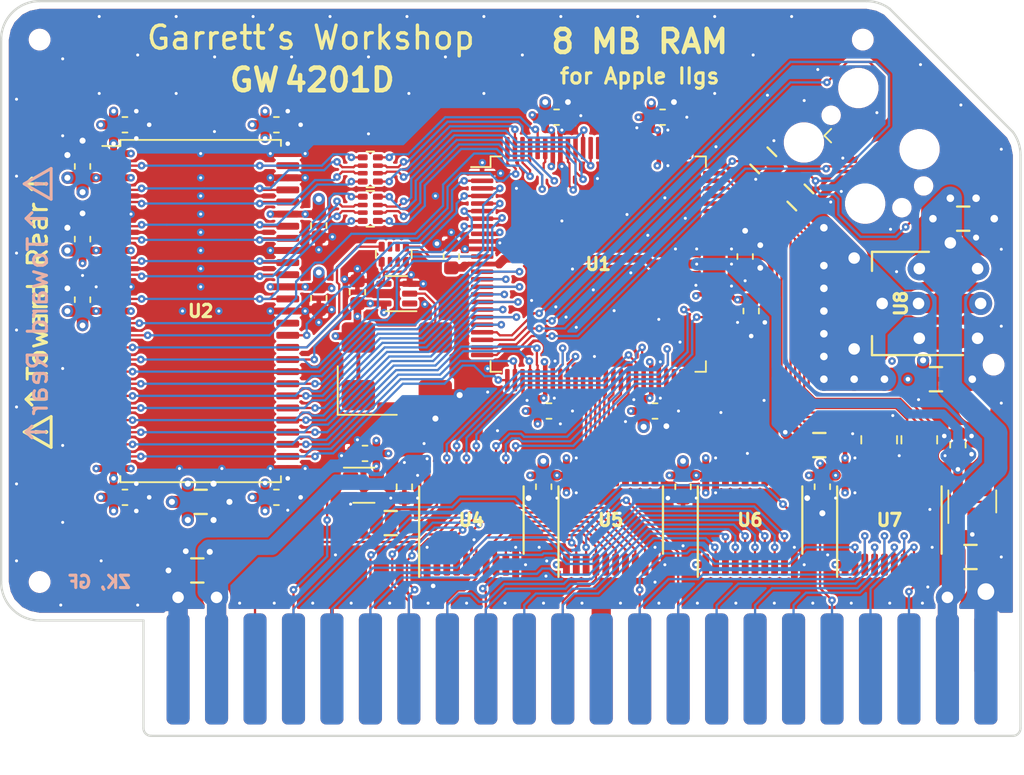
<source format=kicad_pcb>
(kicad_pcb (version 20171130) (host pcbnew "(5.1.5-0-10_14)")
  (title_block (title "GW4203D (RAM2GS II)") (date 2020-08-02) (rev 1.0) (company "Garrett's Workshop"))
  (layers (0 F.Cu signal) (1 In1.Cu power) (2 In2.Cu power) (31 B.Cu signal) (34 B.Paste user) (35 F.Paste user) (36 B.SilkS user) (37 F.SilkS user) (38 B.Mask user) (39 F.Mask user) (44 Edge.Cuts user))
  (net 0 "")
  (net 1 GND)
  (net 2 /FA15)
  (net 3 /FA14)
  (net 4 /FA13)
  (net 5 /FA12)
  (net 6 /FA11)
  (net 7 /FA10)
  (net 8 /~CRAS~)
  (net 9 /ABORT)
  (net 10 /PH2)
  (net 11 /~CSEL~)
  (net 12 /~CROMSEL~)
  (net 13 /CROW1)
  (net 14 /CROW0)
  (net 15 /~CCAS~)
  (net 16 /~FWE~)
  (net 17 /FRA1)
  (net 18 /FRA2)
  (net 19 /FRA0)
  (net 20 /FRA7)
  (net 21 /FRA5)
  (net 22 /FRA4)
  (net 23 /FRA3)
  (net 24 /FRA6)
  (net 25 /FRA8)
  (net 26 /FRA9)
  (net 27 /FD2)
  (net 28 /FD7)
  (net 29 /FD0)
  (net 30 /FD6)
  (net 31 /FD4)
  (net 32 /FD5)
  (net 33 /FD3)
  (net 34 /FD1)
  (net 35 "Net-(RN1-Pad1)")
  (net 36 /AClk)
  (net 37 /RClk)
  (net 38 "Net-(U1-Pad58)")
  (net 39 "Net-(U1-Pad61)")
  (net 40 "Net-(U1-Pad62)")
  (net 41 "Net-(U1-Pad64)")
  (net 42 "Net-(U1-Pad66)")
  (net 43 "Net-(U1-Pad75)")
  (net 44 "Net-(U1-Pad76)")
  (net 45 "Net-(U1-Pad77)")
  (net 46 "Net-(U1-Pad78)")
  (net 47 "Net-(U1-Pad81)")
  (net 48 "Net-(U1-Pad82)")
  (net 49 "Net-(U1-Pad83)")
  (net 50 "Net-(U1-Pad84)")
  (net 51 "Net-(U1-Pad85)")
  (net 52 "Net-(U1-Pad86)")
  (net 53 "Net-(U1-Pad87)")
  (net 54 "Net-(U1-Pad88)")
  (net 55 +3V3)
  (net 56 /Dout5)
  (net 57 /Dout6)
  (net 58 /Dout4)
  (net 59 /Dout7)
  (net 60 /Dout2)
  (net 61 /Dout1)
  (net 62 /Dout0)
  (net 63 /Dout3)
  (net 64 /Din3)
  (net 65 /Din0)
  (net 66 /Din1)
  (net 67 /Din2)
  (net 68 /Din7)
  (net 69 /Din4)
  (net 70 /Din6)
  (net 71 /Din5)
  (net 72 /~WE~in)
  (net 73 /Ain0)
  (net 74 /Ain2)
  (net 75 /Ain1)
  (net 76 /PH2in)
  (net 77 /~CCAS~in)
  (net 78 /CROWin0)
  (net 79 /CROWin1)
  (net 80 /~CRAS~in)
  (net 81 /RD0)
  (net 82 /RD2)
  (net 83 /RD1)
  (net 84 /RD3)
  (net 85 /RD1r)
  (net 86 /RD0r)
  (net 87 /RD2r)
  (net 88 /RD3r)
  (net 89 /RD7r)
  (net 90 /RD6r)
  (net 91 /RD4r)
  (net 92 /RD5r)
  (net 93 /RD7)
  (net 94 /RD5)
  (net 95 /RD6)
  (net 96 /RD4)
  (net 97 /Ain7)
  (net 98 /Ain5)
  (net 99 /Ain4)
  (net 100 /Ain3)
  (net 101 /Ain6)
  (net 102 /Ain8)
  (net 103 /Ain9)
  (net 104 /DQMH)
  (net 105 /CKE)
  (net 106 /RA11)
  (net 107 /RA9)
  (net 108 /RA8)
  (net 109 /RA7)
  (net 110 /RA6)
  (net 111 /RA5)
  (net 112 /RA4)
  (net 113 /RA3)
  (net 114 /RA2)
  (net 115 /RA1)
  (net 116 /RA0)
  (net 117 /RA10)
  (net 118 /BA1)
  (net 119 /BA0)
  (net 120 /R~CS~)
  (net 121 /R~RAS~)
  (net 122 /R~CAS~)
  (net 123 /R~WE~)
  (net 124 /DQML)
  (net 125 "Net-(RN4-Pad1)")
  (net 126 "Net-(RN4-Pad3)")
  (net 127 "Net-(RN4-Pad2)")
  (net 128 "Net-(RN4-Pad4)")
  (net 129 "Net-(RN5-Pad4)")
  (net 130 "Net-(RN5-Pad2)")
  (net 131 "Net-(RN5-Pad3)")
  (net 132 "Net-(RN5-Pad1)")
  (net 133 "Net-(U10-Pad2)")
  (net 134 /TDI)
  (net 135 "Net-(J2-Pad8)")
  (net 136 "Net-(J2-Pad7)")
  (net 137 "Net-(J2-Pad6)")
  (net 138 /TMS)
  (net 139 /TDO)
  (net 140 /TCK)
  (net 141 +5V)
  (net 142 "Net-(U9-Pad1)")
  (net 143 "Net-(U10-Pad1)")
  (net 144 "Net-(R3-Pad2)")
  (net 145 "Net-(R3-Pad1)")
  (net 146 "Net-(RN1-Pad6)")
  (net 147 "Net-(RN1-Pad7)")
  (net 148 "Net-(RN1-Pad2)")
  (net 149 "Net-(RN1-Pad3)")
  (net 150 +1V8)
  (net 151 "Net-(U11-Pad4)")
  (module stdpads:SOT-23-5 (layer F.Cu) (at 110.1 124.25 270)
    (fp_text reference U11)
    (fp_text value DNP)
    (pad 1 smd roundrect (at 1.05 0.95 90) (size 1.35 0.65) (layers F.Cu F.Paste F.Mask) (net 141 +5V))
    (pad 3 smd roundrect (at 1.05 -0.95 90) (size 1.35 0.65) (layers F.Cu F.Paste F.Mask) (net 141 +5V))
    (pad 2 smd roundrect (at 1.05 0 90) (size 1.35 0.65) (layers F.Cu F.Paste F.Mask) (net 1 GND))
    (pad 5 smd roundrect (at -1.05 0.95 90) (size 1.35 0.65) (layers F.Cu F.Paste F.Mask) (net 150 +1V8))
    (pad 4 smd roundrect (at -1.05 -0.95 90) (size 1.35 0.65) (layers F.Cu F.Paste F.Mask) (net 151 "Net-(U11-Pad4)"))
  )
  (module stdpads:R_0805 (layer F.Cu) (at 100 120.5 180)
    (fp_text reference R4)
    (fp_text value 0)
    (pad 2 smd roundrect (at 0.95 0 180) (size 0.85 1.4) (layers F.Cu F.Paste F.Mask) (net 150 +1V8))
    (pad 1 smd roundrect (at -0.95 0 180) (size 0.85 1.4) (layers F.Cu F.Paste F.Mask) (net 55 +3V3))
  )
  (module stdpads:C_0603 (layer F.Cu) (at 109.15 120.5 90)
    (fp_text reference C28)
    (fp_text value 2u2)
    (pad 2 smd roundrect (at 0.75 0 90) (size 0.85 0.95) (layers F.Cu F.Paste F.Mask) (net 1 GND))
    (pad 1 smd roundrect (at -0.75 0 90) (size 0.85 0.95) (layers F.Cu F.Paste F.Mask) (net 150 +1V8))
  )
  (module stdpads:PasteHole_1.152mm_NPTH (layer F.Cu) (at 111.506 115.189)
    (fp_text reference H5)
    (fp_text value " " hide)
    (pad "" np_thru_hole circle (at 0 0) (size 1.152 1.152) (drill 1.152) (layers *.Cu *.Mask))
  )
  (module stdpads:Fiducial (layer F.Cu) (at 110.236 117.983)
    (fp_text reference FID3)
    (fp_text value Fiducial hide)
    (pad ~ smd circle (at 0 0) (size 1 1) (layers F.Cu F.Mask) (clearance 0.575))
  )
  (module stdpads:C_0603 (layer F.Cu) (at 100.2 123.25 270)
    (fp_text reference C8)
    (fp_text value 2u2)
    (pad 1 smd roundrect (at -0.75 0 270) (size 0.85 0.95) (layers F.Cu F.Paste F.Mask) (net 55 +3V3))
    (pad 2 smd roundrect (at 0.75 0 270) (size 0.85 0.95) (layers F.Cu F.Paste F.Mask) (net 1 GND))
  )
  (module stdpads:TSSOP-20_4.4x6.5mm_P0.65mm (layer F.Cu) (at 77.025 125.45)
    (fp_text reference U4)
    (fp_text value 74AHCT245PW)
    (fp_text user %R (at 0 0) (layer F.SilkS) (effects (font (size 0.8128 0.8128) (thickness 0.2032))))
    (pad 20 smd roundrect (at -2.925 -2.95 90) (size 1.45 0.45) (layers F.Cu F.Paste F.Mask) (net 141 +5V))
    (pad 19 smd roundrect (at -2.275 -2.95 90) (size 1.45 0.45) (layers F.Cu F.Paste F.Mask) (net 144 "Net-(R3-Pad2)"))
    (pad 18 smd roundrect (at -1.625 -2.95 90) (size 1.45 0.45) (layers F.Cu F.Paste F.Mask) (net 62 /Dout0))
    (pad 17 smd roundrect (at -0.975 -2.95 90) (size 1.45 0.45) (layers F.Cu F.Paste F.Mask) (net 57 /Dout6))
    (pad 16 smd roundrect (at -0.325 -2.95 90) (size 1.45 0.45) (layers F.Cu F.Paste F.Mask) (net 59 /Dout7))
    (pad 15 smd roundrect (at 0.325 -2.95 90) (size 1.45 0.45) (layers F.Cu F.Paste F.Mask) (net 58 /Dout4))
    (pad 14 smd roundrect (at 0.975 -2.95 90) (size 1.45 0.45) (layers F.Cu F.Paste F.Mask) (net 56 /Dout5))
    (pad 13 smd roundrect (at 1.625 -2.95 90) (size 1.45 0.45) (layers F.Cu F.Paste F.Mask) (net 63 /Dout3))
    (pad 12 smd roundrect (at 2.275 -2.95 90) (size 1.45 0.45) (layers F.Cu F.Paste F.Mask) (net 61 /Dout1))
    (pad 11 smd roundrect (at 2.925 -2.95 90) (size 1.45 0.45) (layers F.Cu F.Paste F.Mask) (net 60 /Dout2))
    (pad 10 smd roundrect (at 2.925 2.95 90) (size 1.45 0.45) (layers F.Cu F.Paste F.Mask) (net 1 GND))
    (pad 9 smd roundrect (at 2.275 2.95 90) (size 1.45 0.45) (layers F.Cu F.Paste F.Mask) (net 27 /FD2))
    (pad 8 smd roundrect (at 1.625 2.95 90) (size 1.45 0.45) (layers F.Cu F.Paste F.Mask) (net 34 /FD1))
    (pad 7 smd roundrect (at 0.975 2.95 90) (size 1.45 0.45) (layers F.Cu F.Paste F.Mask) (net 33 /FD3))
    (pad 6 smd roundrect (at 0.325 2.95 90) (size 1.45 0.45) (layers F.Cu F.Paste F.Mask) (net 32 /FD5))
    (pad 5 smd roundrect (at -0.325 2.95 90) (size 1.45 0.45) (layers F.Cu F.Paste F.Mask) (net 31 /FD4))
    (pad 4 smd roundrect (at -0.975 2.95 90) (size 1.45 0.45) (layers F.Cu F.Paste F.Mask) (net 28 /FD7))
    (pad 3 smd roundrect (at -1.625 2.95 90) (size 1.45 0.45) (layers F.Cu F.Paste F.Mask) (net 30 /FD6))
    (pad 2 smd roundrect (at -2.275 2.95 90) (size 1.45 0.45) (layers F.Cu F.Paste F.Mask) (net 29 /FD0))
    (pad 1 smd roundrect (at -2.925 2.95 90) (size 1.45 0.45) (layers F.Cu F.Paste F.Mask) (net 1 GND))
  )
  (module stdpads:SOT-353 (layer F.Cu) (at 72.1 110.5)
    (fp_text reference U10)
    (fp_text value 74LVC1G04GW)
    (pad 5 smd roundrect (at -0.85 0.65 180) (size 1 0.4) (layers F.Cu F.Paste F.Mask) (net 55 +3V3))
    (pad 4 smd roundrect (at -0.85 -0.65 180) (size 1 0.4) (layers F.Cu F.Paste F.Mask) (net 35 "Net-(RN1-Pad1)"))
    (pad 2 smd roundrect (at 0.85 0 180) (size 1 0.4) (layers F.Cu F.Paste F.Mask) (net 133 "Net-(U10-Pad2)"))
    (pad 1 smd roundrect (at 0.85 0.65 180) (size 1 0.4) (layers F.Cu F.Paste F.Mask) (net 143 "Net-(U10-Pad1)"))
    (pad 3 smd roundrect (at 0.85 -0.65 180) (size 1 0.4) (layers F.Cu F.Paste F.Mask) (net 1 GND))
  )
  (module stdpads:SOT-353 (layer F.Cu) (at 69.9 123.15 180)
    (fp_text reference U9)
    (fp_text value 74LVC1G04GW)
    (pad 5 smd roundrect (at -0.85 0.65) (size 1 0.4) (layers F.Cu F.Paste F.Mask) (net 55 +3V3))
    (pad 4 smd roundrect (at -0.85 -0.65) (size 1 0.4) (layers F.Cu F.Paste F.Mask) (net 145 "Net-(R3-Pad1)"))
    (pad 2 smd roundrect (at 0.85 0) (size 1 0.4) (layers F.Cu F.Paste F.Mask) (net 11 /~CSEL~))
    (pad 1 smd roundrect (at 0.85 0.65) (size 1 0.4) (layers F.Cu F.Paste F.Mask) (net 142 "Net-(U9-Pad1)"))
    (pad 3 smd roundrect (at 0.85 -0.65) (size 1 0.4) (layers F.Cu F.Paste F.Mask) (net 1 GND))
  )
  (module stdpads:SOT-223 (layer F.Cu) (at 105.387 111.15)
    (fp_text reference U8 (at 0 0 270) (layer F.SilkS) (effects (font (size 0.8128 0.8128) (thickness 0.2032))))
    (fp_text value AZ1117CH-3.3)
    (pad 1 smd roundrect (at 3.15 2.3 180) (size 2 1.5) (layers F.Cu F.Paste F.Mask) (roundrect_rratio 0.2) (net 1 GND))
    (pad 3 smd roundrect (at 3.15 -2.3 180) (size 2 1.5) (layers F.Cu F.Paste F.Mask) (roundrect_rratio 0.2) (net 141 +5V))
    (pad 2 smd roundrect (at 3.15 0 180) (size 2 1.5) (layers F.Cu F.Paste F.Mask) (roundrect_rratio 0.2) (net 55 +3V3))
    (pad 2 smd roundrect (at -3.15 0 180) (size 2 3.8) (layers F.Cu F.Paste F.Mask) (roundrect_rratio 0.15) (net 55 +3V3))
  )
  (module stdpads:TSSOP-20_4.4x6.5mm_P0.65mm (layer F.Cu) (at 95.425 125.45)
    (fp_text reference U6)
    (fp_text value 74LVC245APW)
    (fp_text user %R (at 0 0) (layer F.SilkS) (effects (font (size 0.8128 0.8128) (thickness 0.2032))))
    (pad 20 smd roundrect (at -2.925 -2.95 90) (size 1.45 0.45) (layers F.Cu F.Paste F.Mask) (net 55 +3V3))
    (pad 19 smd roundrect (at -2.275 -2.95 90) (size 1.45 0.45) (layers F.Cu F.Paste F.Mask) (net 1 GND))
    (pad 18 smd roundrect (at -1.625 -2.95 90) (size 1.45 0.45) (layers F.Cu F.Paste F.Mask) (net 72 /~WE~in))
    (pad 17 smd roundrect (at -0.975 -2.95 90) (size 1.45 0.45) (layers F.Cu F.Paste F.Mask) (net 73 /Ain0))
    (pad 16 smd roundrect (at -0.325 -2.95 90) (size 1.45 0.45) (layers F.Cu F.Paste F.Mask) (net 74 /Ain2))
    (pad 15 smd roundrect (at 0.325 -2.95 90) (size 1.45 0.45) (layers F.Cu F.Paste F.Mask) (net 75 /Ain1))
    (pad 14 smd roundrect (at 0.975 -2.95 90) (size 1.45 0.45) (layers F.Cu F.Paste F.Mask) (net 76 /PH2in))
    (pad 13 smd roundrect (at 1.625 -2.95 90) (size 1.45 0.45) (layers F.Cu F.Paste F.Mask) (net 77 /~CCAS~in))
    (pad 12 smd roundrect (at 2.275 -2.95 90) (size 1.45 0.45) (layers F.Cu F.Paste F.Mask) (net 78 /CROWin0))
    (pad 11 smd roundrect (at 2.925 -2.95 90) (size 1.45 0.45) (layers F.Cu F.Paste F.Mask) (net 79 /CROWin1))
    (pad 10 smd roundrect (at 2.925 2.95 90) (size 1.45 0.45) (layers F.Cu F.Paste F.Mask) (net 1 GND))
    (pad 9 smd roundrect (at 2.275 2.95 90) (size 1.45 0.45) (layers F.Cu F.Paste F.Mask) (net 13 /CROW1))
    (pad 8 smd roundrect (at 1.625 2.95 90) (size 1.45 0.45) (layers F.Cu F.Paste F.Mask) (net 14 /CROW0))
    (pad 7 smd roundrect (at 0.975 2.95 90) (size 1.45 0.45) (layers F.Cu F.Paste F.Mask) (net 15 /~CCAS~))
    (pad 6 smd roundrect (at 0.325 2.95 90) (size 1.45 0.45) (layers F.Cu F.Paste F.Mask) (net 10 /PH2))
    (pad 5 smd roundrect (at -0.325 2.95 90) (size 1.45 0.45) (layers F.Cu F.Paste F.Mask) (net 17 /FRA1))
    (pad 4 smd roundrect (at -0.975 2.95 90) (size 1.45 0.45) (layers F.Cu F.Paste F.Mask) (net 18 /FRA2))
    (pad 3 smd roundrect (at -1.625 2.95 90) (size 1.45 0.45) (layers F.Cu F.Paste F.Mask) (net 19 /FRA0))
    (pad 2 smd roundrect (at -2.275 2.95 90) (size 1.45 0.45) (layers F.Cu F.Paste F.Mask) (net 16 /~FWE~))
    (pad 1 smd roundrect (at -2.925 2.95 90) (size 1.45 0.45) (layers F.Cu F.Paste F.Mask) (net 55 +3V3))
  )
  (module stdpads:TSSOP-20_4.4x6.5mm_P0.65mm (layer F.Cu) (at 104.625 125.45)
    (fp_text reference U7)
    (fp_text value 74LVC245APW)
    (fp_text user %R (at 0 0) (layer F.SilkS) (effects (font (size 0.8128 0.8128) (thickness 0.2032))))
    (pad 20 smd roundrect (at -2.925 -2.95 90) (size 1.45 0.45) (layers F.Cu F.Paste F.Mask) (net 55 +3V3))
    (pad 19 smd roundrect (at -2.275 -2.95 90) (size 1.45 0.45) (layers F.Cu F.Paste F.Mask) (net 1 GND))
    (pad 18 smd roundrect (at -1.625 -2.95 90) (size 1.45 0.45) (layers F.Cu F.Paste F.Mask) (net 125 "Net-(RN4-Pad1)"))
    (pad 17 smd roundrect (at -0.975 -2.95 90) (size 1.45 0.45) (layers F.Cu F.Paste F.Mask) (net 127 "Net-(RN4-Pad2)"))
    (pad 16 smd roundrect (at -0.325 -2.95 90) (size 1.45 0.45) (layers F.Cu F.Paste F.Mask) (net 126 "Net-(RN4-Pad3)"))
    (pad 15 smd roundrect (at 0.325 -2.95 90) (size 1.45 0.45) (layers F.Cu F.Paste F.Mask) (net 128 "Net-(RN4-Pad4)"))
    (pad 14 smd roundrect (at 0.975 -2.95 90) (size 1.45 0.45) (layers F.Cu F.Paste F.Mask) (net 132 "Net-(RN5-Pad1)"))
    (pad 13 smd roundrect (at 1.625 -2.95 90) (size 1.45 0.45) (layers F.Cu F.Paste F.Mask) (net 130 "Net-(RN5-Pad2)"))
    (pad 12 smd roundrect (at 2.275 -2.95 90) (size 1.45 0.45) (layers F.Cu F.Paste F.Mask) (net 131 "Net-(RN5-Pad3)"))
    (pad 11 smd roundrect (at 2.925 -2.95 90) (size 1.45 0.45) (layers F.Cu F.Paste F.Mask) (net 129 "Net-(RN5-Pad4)"))
    (pad 10 smd roundrect (at 2.925 2.95 90) (size 1.45 0.45) (layers F.Cu F.Paste F.Mask) (net 1 GND))
    (pad 9 smd roundrect (at 2.275 2.95 90) (size 1.45 0.45) (layers F.Cu F.Paste F.Mask) (net 26 /FRA9))
    (pad 8 smd roundrect (at 1.625 2.95 90) (size 1.45 0.45) (layers F.Cu F.Paste F.Mask) (net 25 /FRA8))
    (pad 7 smd roundrect (at 0.975 2.95 90) (size 1.45 0.45) (layers F.Cu F.Paste F.Mask) (net 24 /FRA6))
    (pad 6 smd roundrect (at 0.325 2.95 90) (size 1.45 0.45) (layers F.Cu F.Paste F.Mask) (net 23 /FRA3))
    (pad 5 smd roundrect (at -0.325 2.95 90) (size 1.45 0.45) (layers F.Cu F.Paste F.Mask) (net 22 /FRA4))
    (pad 4 smd roundrect (at -0.975 2.95 90) (size 1.45 0.45) (layers F.Cu F.Paste F.Mask) (net 21 /FRA5))
    (pad 3 smd roundrect (at -1.625 2.95 90) (size 1.45 0.45) (layers F.Cu F.Paste F.Mask) (net 20 /FRA7))
    (pad 2 smd roundrect (at -2.275 2.95 90) (size 1.45 0.45) (layers F.Cu F.Paste F.Mask) (net 8 /~CRAS~))
    (pad 1 smd roundrect (at -2.925 2.95 90) (size 1.45 0.45) (layers F.Cu F.Paste F.Mask) (net 55 +3V3))
  )
  (module stdpads:TSSOP-20_4.4x6.5mm_P0.65mm (layer F.Cu) (at 86.225 125.45)
    (fp_text reference U5)
    (fp_text value 74LVC245APW)
    (fp_text user %R (at 0 0) (layer F.SilkS) (effects (font (size 0.8128 0.8128) (thickness 0.2032))))
    (pad 20 smd roundrect (at -2.925 -2.95 90) (size 1.45 0.45) (layers F.Cu F.Paste F.Mask) (net 55 +3V3))
    (pad 19 smd roundrect (at -2.275 -2.95 90) (size 1.45 0.45) (layers F.Cu F.Paste F.Mask) (net 1 GND))
    (pad 18 smd roundrect (at -1.625 -2.95 90) (size 1.45 0.45) (layers F.Cu F.Paste F.Mask) (net 67 /Din2))
    (pad 17 smd roundrect (at -0.975 -2.95 90) (size 1.45 0.45) (layers F.Cu F.Paste F.Mask) (net 66 /Din1))
    (pad 16 smd roundrect (at -0.325 -2.95 90) (size 1.45 0.45) (layers F.Cu F.Paste F.Mask) (net 64 /Din3))
    (pad 15 smd roundrect (at 0.325 -2.95 90) (size 1.45 0.45) (layers F.Cu F.Paste F.Mask) (net 71 /Din5))
    (pad 14 smd roundrect (at 0.975 -2.95 90) (size 1.45 0.45) (layers F.Cu F.Paste F.Mask) (net 69 /Din4))
    (pad 13 smd roundrect (at 1.625 -2.95 90) (size 1.45 0.45) (layers F.Cu F.Paste F.Mask) (net 68 /Din7))
    (pad 12 smd roundrect (at 2.275 -2.95 90) (size 1.45 0.45) (layers F.Cu F.Paste F.Mask) (net 70 /Din6))
    (pad 11 smd roundrect (at 2.925 -2.95 90) (size 1.45 0.45) (layers F.Cu F.Paste F.Mask) (net 65 /Din0))
    (pad 10 smd roundrect (at 2.925 2.95 90) (size 1.45 0.45) (layers F.Cu F.Paste F.Mask) (net 1 GND))
    (pad 9 smd roundrect (at 2.275 2.95 90) (size 1.45 0.45) (layers F.Cu F.Paste F.Mask) (net 29 /FD0))
    (pad 8 smd roundrect (at 1.625 2.95 90) (size 1.45 0.45) (layers F.Cu F.Paste F.Mask) (net 30 /FD6))
    (pad 7 smd roundrect (at 0.975 2.95 90) (size 1.45 0.45) (layers F.Cu F.Paste F.Mask) (net 28 /FD7))
    (pad 6 smd roundrect (at 0.325 2.95 90) (size 1.45 0.45) (layers F.Cu F.Paste F.Mask) (net 31 /FD4))
    (pad 5 smd roundrect (at -0.325 2.95 90) (size 1.45 0.45) (layers F.Cu F.Paste F.Mask) (net 32 /FD5))
    (pad 4 smd roundrect (at -0.975 2.95 90) (size 1.45 0.45) (layers F.Cu F.Paste F.Mask) (net 33 /FD3))
    (pad 3 smd roundrect (at -1.625 2.95 90) (size 1.45 0.45) (layers F.Cu F.Paste F.Mask) (net 34 /FD1))
    (pad 2 smd roundrect (at -2.275 2.95 90) (size 1.45 0.45) (layers F.Cu F.Paste F.Mask) (net 27 /FD2))
    (pad 1 smd roundrect (at -2.925 2.95 90) (size 1.45 0.45) (layers F.Cu F.Paste F.Mask) (net 55 +3V3))
  )
  (module stdpads:TQFP-100_14x14mm_P0.5mm (layer F.Cu) (at 85.4 108.55 270)
    (fp_text reference U1)
    (fp_text value EPM240T100C5N)
    (fp_text user %R (at 0 0) (layer F.SilkS) (effects (font (size 0.8128 0.8128) (thickness 0.2032))))
    (pad 1 smd roundrect (at -6 7.6625) (size 1.475 0.3) (layers F.Cu F.Paste F.Mask) (net 1 GND))
    (pad 2 smd roundrect (at -5.5 7.6625) (size 1.475 0.3) (layers F.Cu F.Paste F.Mask) (net 104 /DQMH))
    (pad 3 smd roundrect (at -5 7.6625) (size 1.475 0.3) (layers F.Cu F.Paste F.Mask) (net 120 /R~CS~))
    (pad 4 smd roundrect (at -4.5 7.6625) (size 1.475 0.3) (layers F.Cu F.Paste F.Mask) (net 122 /R~CAS~))
    (pad 5 smd roundrect (at -4 7.6625) (size 1.475 0.3) (layers F.Cu F.Paste F.Mask) (net 119 /BA0))
    (pad 6 smd roundrect (at -3.5 7.6625) (size 1.475 0.3) (layers F.Cu F.Paste F.Mask) (net 121 /R~RAS~))
    (pad 7 smd roundrect (at -3 7.6625) (size 1.475 0.3) (layers F.Cu F.Paste F.Mask) (net 106 /RA11))
    (pad 8 smd roundrect (at -2.5 7.6625) (size 1.475 0.3) (layers F.Cu F.Paste F.Mask) (net 105 /CKE))
    (pad 9 smd roundrect (at -2 7.6625) (size 1.475 0.3) (layers F.Cu F.Paste F.Mask) (net 55 +3V3))
    (pad 10 smd roundrect (at -1.5 7.6625) (size 1.475 0.3) (layers F.Cu F.Paste F.Mask) (net 1 GND))
    (pad 11 smd roundrect (at -1 7.6625) (size 1.475 0.3) (layers F.Cu F.Paste F.Mask) (net 1 GND))
    (pad 12 smd roundrect (at -0.5 7.6625) (size 1.475 0.3) (layers F.Cu F.Paste F.Mask) (net 36 /AClk))
    (pad 13 smd roundrect (at 0 7.6625) (size 1.475 0.3) (layers F.Cu F.Paste F.Mask) (net 150 +1V8))
    (pad 14 smd roundrect (at 0.5 7.6625) (size 1.475 0.3) (layers F.Cu F.Paste F.Mask) (net 118 /BA1))
    (pad 15 smd roundrect (at 1 7.6625) (size 1.475 0.3) (layers F.Cu F.Paste F.Mask) (net 107 /RA9))
    (pad 16 smd roundrect (at 1.5 7.6625) (size 1.475 0.3) (layers F.Cu F.Paste F.Mask) (net 117 /RA10))
    (pad 17 smd roundrect (at 2 7.6625) (size 1.475 0.3) (layers F.Cu F.Paste F.Mask) (net 108 /RA8))
    (pad 18 smd roundrect (at 2.5 7.6625) (size 1.475 0.3) (layers F.Cu F.Paste F.Mask) (net 116 /RA0))
    (pad 19 smd roundrect (at 3 7.6625) (size 1.475 0.3) (layers F.Cu F.Paste F.Mask) (net 109 /RA7))
    (pad 20 smd roundrect (at 3.5 7.6625) (size 1.475 0.3) (layers F.Cu F.Paste F.Mask) (net 115 /RA1))
    (pad 21 smd roundrect (at 4 7.6625) (size 1.475 0.3) (layers F.Cu F.Paste F.Mask) (net 110 /RA6))
    (pad 22 smd roundrect (at 4.5 7.6625) (size 1.475 0.3) (layers F.Cu F.Paste F.Mask) (net 138 /TMS))
    (pad 23 smd roundrect (at 5 7.6625) (size 1.475 0.3) (layers F.Cu F.Paste F.Mask) (net 134 /TDI))
    (pad 24 smd roundrect (at 5.5 7.6625) (size 1.475 0.3) (layers F.Cu F.Paste F.Mask) (net 140 /TCK))
    (pad 25 smd roundrect (at 6 7.6625) (size 1.475 0.3) (layers F.Cu F.Paste F.Mask) (net 139 /TDO))
    (pad 26 smd roundrect (at 7.6625 6) (size 0.3 1.475) (layers F.Cu F.Paste F.Mask) (net 112 /RA4))
    (pad 27 smd roundrect (at 7.6625 5.5) (size 0.3 1.475) (layers F.Cu F.Paste F.Mask) (net 113 /RA3))
    (pad 28 smd roundrect (at 7.6625 5) (size 0.3 1.475) (layers F.Cu F.Paste F.Mask) (net 56 /Dout5))
    (pad 29 smd roundrect (at 7.6625 4.5) (size 0.3 1.475) (layers F.Cu F.Paste F.Mask) (net 111 /RA5))
    (pad 30 smd roundrect (at 7.6625 4) (size 0.3 1.475) (layers F.Cu F.Paste F.Mask) (net 114 /RA2))
    (pad 31 smd roundrect (at 7.6625 3.5) (size 0.3 1.475) (layers F.Cu F.Paste F.Mask) (net 55 +3V3))
    (pad 32 smd roundrect (at 7.6625 3) (size 0.3 1.475) (layers F.Cu F.Paste F.Mask) (net 1 GND))
    (pad 33 smd roundrect (at 7.6625 2.5) (size 0.3 1.475) (layers F.Cu F.Paste F.Mask) (net 62 /Dout0))
    (pad 34 smd roundrect (at 7.6625 2) (size 0.3 1.475) (layers F.Cu F.Paste F.Mask) (net 57 /Dout6))
    (pad 35 smd roundrect (at 7.6625 1.5) (size 0.3 1.475) (layers F.Cu F.Paste F.Mask) (net 67 /Din2))
    (pad 36 smd roundrect (at 7.6625 1) (size 0.3 1.475) (layers F.Cu F.Paste F.Mask) (net 66 /Din1))
    (pad 37 smd roundrect (at 7.6625 0.5) (size 0.3 1.475) (layers F.Cu F.Paste F.Mask) (net 64 /Din3))
    (pad 38 smd roundrect (at 7.6625 0) (size 0.3 1.475) (layers F.Cu F.Paste F.Mask) (net 71 /Din5))
    (pad 39 smd roundrect (at 7.6625 -0.5) (size 0.3 1.475) (layers F.Cu F.Paste F.Mask) (net 69 /Din4))
    (pad 40 smd roundrect (at 7.6625 -1) (size 0.3 1.475) (layers F.Cu F.Paste F.Mask) (net 68 /Din7))
    (pad 41 smd roundrect (at 7.6625 -1.5) (size 0.3 1.475) (layers F.Cu F.Paste F.Mask) (net 70 /Din6))
    (pad 42 smd roundrect (at 7.6625 -2) (size 0.3 1.475) (layers F.Cu F.Paste F.Mask) (net 65 /Din0))
    (pad 43 smd roundrect (at 7.6625 -2.5) (size 0.3 1.475) (layers F.Cu F.Paste F.Mask) (net 59 /Dout7))
    (pad 44 smd roundrect (at 7.6625 -3) (size 0.3 1.475) (layers F.Cu F.Paste F.Mask) (net 58 /Dout4))
    (pad 45 smd roundrect (at 7.6625 -3.5) (size 0.3 1.475) (layers F.Cu F.Paste F.Mask) (net 55 +3V3))
    (pad 46 smd roundrect (at 7.6625 -4) (size 0.3 1.475) (layers F.Cu F.Paste F.Mask) (net 1 GND))
    (pad 47 smd roundrect (at 7.6625 -4.5) (size 0.3 1.475) (layers F.Cu F.Paste F.Mask) (net 63 /Dout3))
    (pad 48 smd roundrect (at 7.6625 -5) (size 0.3 1.475) (layers F.Cu F.Paste F.Mask) (net 72 /~WE~in))
    (pad 49 smd roundrect (at 7.6625 -5.5) (size 0.3 1.475) (layers F.Cu F.Paste F.Mask) (net 73 /Ain0))
    (pad 50 smd roundrect (at 7.6625 -6) (size 0.3 1.475) (layers F.Cu F.Paste F.Mask) (net 74 /Ain2))
    (pad 51 smd roundrect (at 6 -7.6625) (size 1.475 0.3) (layers F.Cu F.Paste F.Mask) (net 75 /Ain1))
    (pad 52 smd roundrect (at 5.5 -7.6625) (size 1.475 0.3) (layers F.Cu F.Paste F.Mask) (net 76 /PH2in))
    (pad 53 smd roundrect (at 5 -7.6625) (size 1.475 0.3) (layers F.Cu F.Paste F.Mask) (net 77 /~CCAS~in))
    (pad 54 smd roundrect (at 4.5 -7.6625) (size 1.475 0.3) (layers F.Cu F.Paste F.Mask) (net 78 /CROWin0))
    (pad 55 smd roundrect (at 4 -7.6625) (size 1.475 0.3) (layers F.Cu F.Paste F.Mask) (net 79 /CROWin1))
    (pad 56 smd roundrect (at 3.5 -7.6625) (size 1.475 0.3) (layers F.Cu F.Paste F.Mask) (net 60 /Dout2))
    (pad 57 smd roundrect (at 3 -7.6625) (size 1.475 0.3) (layers F.Cu F.Paste F.Mask) (net 61 /Dout1))
    (pad 58 smd roundrect (at 2.5 -7.6625) (size 1.475 0.3) (layers F.Cu F.Paste F.Mask) (net 38 "Net-(U1-Pad58)"))
    (pad 59 smd roundrect (at 2 -7.6625) (size 1.475 0.3) (layers F.Cu F.Paste F.Mask) (net 55 +3V3))
    (pad 60 smd roundrect (at 1.5 -7.6625) (size 1.475 0.3) (layers F.Cu F.Paste F.Mask) (net 1 GND))
    (pad 61 smd roundrect (at 1 -7.6625) (size 1.475 0.3) (layers F.Cu F.Paste F.Mask) (net 39 "Net-(U1-Pad61)"))
    (pad 62 smd roundrect (at 0.5 -7.6625) (size 1.475 0.3) (layers F.Cu F.Paste F.Mask) (net 40 "Net-(U1-Pad62)"))
    (pad 63 smd roundrect (at 0 -7.6625) (size 1.475 0.3) (layers F.Cu F.Paste F.Mask) (net 150 +1V8))
    (pad 64 smd roundrect (at -0.5 -7.6625) (size 1.475 0.3) (layers F.Cu F.Paste F.Mask) (net 41 "Net-(U1-Pad64)"))
    (pad 65 smd roundrect (at -1 -7.6625) (size 1.475 0.3) (layers F.Cu F.Paste F.Mask) (net 1 GND))
    (pad 66 smd roundrect (at -1.5 -7.6625) (size 1.475 0.3) (layers F.Cu F.Paste F.Mask) (net 42 "Net-(U1-Pad66)"))
    (pad 67 smd roundrect (at -2 -7.6625) (size 1.475 0.3) (layers F.Cu F.Paste F.Mask) (net 80 /~CRAS~in))
    (pad 68 smd roundrect (at -2.5 -7.6625) (size 1.475 0.3) (layers F.Cu F.Paste F.Mask) (net 97 /Ain7))
    (pad 69 smd roundrect (at -3 -7.6625) (size 1.475 0.3) (layers F.Cu F.Paste F.Mask) (net 98 /Ain5))
    (pad 70 smd roundrect (at -3.5 -7.6625) (size 1.475 0.3) (layers F.Cu F.Paste F.Mask) (net 99 /Ain4))
    (pad 71 smd roundrect (at -4 -7.6625) (size 1.475 0.3) (layers F.Cu F.Paste F.Mask) (net 100 /Ain3))
    (pad 72 smd roundrect (at -4.5 -7.6625) (size 1.475 0.3) (layers F.Cu F.Paste F.Mask) (net 101 /Ain6))
    (pad 73 smd roundrect (at -5 -7.6625) (size 1.475 0.3) (layers F.Cu F.Paste F.Mask) (net 102 /Ain8))
    (pad 74 smd roundrect (at -5.5 -7.6625) (size 1.475 0.3) (layers F.Cu F.Paste F.Mask) (net 103 /Ain9))
    (pad 75 smd roundrect (at -6 -7.6625) (size 1.475 0.3) (layers F.Cu F.Paste F.Mask) (net 43 "Net-(U1-Pad75)"))
    (pad 76 smd roundrect (at -7.6625 -6) (size 0.3 1.475) (layers F.Cu F.Paste F.Mask) (net 44 "Net-(U1-Pad76)"))
    (pad 77 smd roundrect (at -7.6625 -5.5) (size 0.3 1.475) (layers F.Cu F.Paste F.Mask) (net 45 "Net-(U1-Pad77)"))
    (pad 78 smd roundrect (at -7.6625 -5) (size 0.3 1.475) (layers F.Cu F.Paste F.Mask) (net 46 "Net-(U1-Pad78)"))
    (pad 79 smd roundrect (at -7.6625 -4.5) (size 0.3 1.475) (layers F.Cu F.Paste F.Mask) (net 1 GND))
    (pad 80 smd roundrect (at -7.6625 -4) (size 0.3 1.475) (layers F.Cu F.Paste F.Mask) (net 55 +3V3))
    (pad 81 smd roundrect (at -7.6625 -3.5) (size 0.3 1.475) (layers F.Cu F.Paste F.Mask) (net 47 "Net-(U1-Pad81)"))
    (pad 82 smd roundrect (at -7.6625 -3) (size 0.3 1.475) (layers F.Cu F.Paste F.Mask) (net 48 "Net-(U1-Pad82)"))
    (pad 83 smd roundrect (at -7.6625 -2.5) (size 0.3 1.475) (layers F.Cu F.Paste F.Mask) (net 49 "Net-(U1-Pad83)"))
    (pad 84 smd roundrect (at -7.6625 -2) (size 0.3 1.475) (layers F.Cu F.Paste F.Mask) (net 50 "Net-(U1-Pad84)"))
    (pad 85 smd roundrect (at -7.6625 -1.5) (size 0.3 1.475) (layers F.Cu F.Paste F.Mask) (net 51 "Net-(U1-Pad85)"))
    (pad 86 smd roundrect (at -7.6625 -1) (size 0.3 1.475) (layers F.Cu F.Paste F.Mask) (net 52 "Net-(U1-Pad86)"))
    (pad 87 smd roundrect (at -7.6625 -0.5) (size 0.3 1.475) (layers F.Cu F.Paste F.Mask) (net 53 "Net-(U1-Pad87)"))
    (pad 88 smd roundrect (at -7.6625 0) (size 0.3 1.475) (layers F.Cu F.Paste F.Mask) (net 54 "Net-(U1-Pad88)"))
    (pad 89 smd roundrect (at -7.6625 0.5) (size 0.3 1.475) (layers F.Cu F.Paste F.Mask) (net 87 /RD2r))
    (pad 90 smd roundrect (at -7.6625 1) (size 0.3 1.475) (layers F.Cu F.Paste F.Mask) (net 85 /RD1r))
    (pad 91 smd roundrect (at -7.6625 1.5) (size 0.3 1.475) (layers F.Cu F.Paste F.Mask) (net 92 /RD5r))
    (pad 92 smd roundrect (at -7.6625 2) (size 0.3 1.475) (layers F.Cu F.Paste F.Mask) (net 91 /RD4r))
    (pad 93 smd roundrect (at -7.6625 2.5) (size 0.3 1.475) (layers F.Cu F.Paste F.Mask) (net 1 GND))
    (pad 94 smd roundrect (at -7.6625 3) (size 0.3 1.475) (layers F.Cu F.Paste F.Mask) (net 55 +3V3))
    (pad 95 smd roundrect (at -7.6625 3.5) (size 0.3 1.475) (layers F.Cu F.Paste F.Mask) (net 90 /RD6r))
    (pad 96 smd roundrect (at -7.6625 4) (size 0.3 1.475) (layers F.Cu F.Paste F.Mask) (net 86 /RD0r))
    (pad 97 smd roundrect (at -7.6625 4.5) (size 0.3 1.475) (layers F.Cu F.Paste F.Mask) (net 89 /RD7r))
    (pad 98 smd roundrect (at -7.6625 5) (size 0.3 1.475) (layers F.Cu F.Paste F.Mask) (net 124 /DQML))
    (pad 99 smd roundrect (at -7.6625 5.5) (size 0.3 1.475) (layers F.Cu F.Paste F.Mask) (net 88 /RD3r))
    (pad 100 smd roundrect (at -7.6625 6) (size 0.3 1.475) (layers F.Cu F.Paste F.Mask) (net 123 /R~WE~))
  )
  (module stdpads:C_0603 (layer F.Cu) (at 54.15 99.35)
    (fp_text reference C17)
    (fp_text value 2u2)
    (pad 2 smd roundrect (at 0.75 0) (size 0.85 0.95) (layers F.Cu F.Paste F.Mask) (net 1 GND))
    (pad 1 smd roundrect (at -0.75 0) (size 0.85 0.95) (layers F.Cu F.Paste F.Mask) (net 55 +3V3))
  )
  (module stdpads:C_0805 (layer F.Cu) (at 59.15 124.25)
    (fp_text reference C26)
    (fp_text value 10u)
    (pad 2 smd roundrect (at 0.85 0) (size 1.05 1.4) (layers F.Cu F.Paste F.Mask) (net 1 GND))
    (pad 1 smd roundrect (at -0.85 0) (size 1.05 1.4) (layers F.Cu F.Paste F.Mask) (net 55 +3V3))
  )
  (module stdpads:C_0603 (layer F.Cu) (at 70 121.05 180)
    (fp_text reference C27)
    (fp_text value 2u2)
    (pad 2 smd roundrect (at 0.75 0 180) (size 0.85 0.95) (layers F.Cu F.Paste F.Mask) (net 1 GND))
    (pad 1 smd roundrect (at -0.75 0 180) (size 0.85 0.95) (layers F.Cu F.Paste F.Mask) (net 55 +3V3))
  )
  (module stdpads:C_0603 (layer F.Cu) (at 69.5 110.4 90)
    (fp_text reference C10)
    (fp_text value 2u2)
    (pad 2 smd roundrect (at 0.75 0 90) (size 0.85 0.95) (layers F.Cu F.Paste F.Mask) (net 1 GND))
    (pad 1 smd roundrect (at -0.75 0 90) (size 0.85 0.95) (layers F.Cu F.Paste F.Mask) (net 55 +3V3))
  )
  (module stdpads:AppleIIgsMemoryExpansion_Edge (layer F.Cu) (at 84.328 135.382)
    (fp_text reference J1)
    (fp_text value "Memory Expansion")
    (pad 1 smd roundrect (at 26.67 -0.1) (size 1.524 7.34) (layers B.Cu B.Mask) (net 1 GND))
    (pad 2 smd roundrect (at 24.13 -0.1) (size 1.524 7.34) (layers B.Cu B.Mask) (net 141 +5V))
    (pad 3 smd roundrect (at 21.59 -0.1) (size 1.524 7.34) (layers B.Cu B.Mask) (net 26 /FRA9))
    (pad 4 smd roundrect (at 19.05 -0.1) (size 1.524 7.34) (layers B.Cu B.Mask) (net 25 /FRA8))
    (pad 5 smd roundrect (at 16.51 -0.1) (size 1.524 7.34) (layers B.Cu B.Mask) (net 27 /FD2))
    (pad 6 smd roundrect (at 13.97 -0.1) (size 1.524 7.34) (layers B.Cu B.Mask) (net 24 /FRA6))
    (pad 7 smd roundrect (at 11.43 -0.1) (size 1.524 7.34) (layers B.Cu B.Mask) (net 23 /FRA3))
    (pad 8 smd roundrect (at 8.89 -0.1) (size 1.524 7.34) (layers B.Cu B.Mask) (net 22 /FRA4))
    (pad 9 smd roundrect (at 6.35 -0.1) (size 1.524 7.34) (layers B.Cu B.Mask) (net 21 /FRA5))
    (pad 10 smd roundrect (at 3.81 -0.1) (size 1.524 7.34) (layers B.Cu B.Mask) (net 20 /FRA7))
    (pad 11 smd roundrect (at 1.27 -0.1) (size 1.524 7.34) (layers B.Cu B.Mask) (net 141 +5V))
    (pad 12 smd roundrect (at -1.27 -0.1) (size 1.524 7.34) (layers B.Cu B.Mask) (net 16 /~FWE~))
    (pad 13 smd roundrect (at -3.81 -0.1) (size 1.524 7.34) (layers B.Cu B.Mask) (net 19 /FRA0))
    (pad 14 smd roundrect (at -6.35 -0.1) (size 1.524 7.34) (layers B.Cu B.Mask) (net 18 /FRA2))
    (pad 15 smd roundrect (at -8.89 -0.1) (size 1.524 7.34) (layers B.Cu B.Mask) (net 17 /FRA1))
    (pad 16 smd roundrect (at -11.43 -0.1) (size 1.524 7.34) (layers B.Cu B.Mask) (net 28 /FD7))
    (pad 17 smd roundrect (at -13.97 -0.1) (size 1.524 7.34) (layers B.Cu B.Mask) (net 15 /~CCAS~))
    (pad 18 smd roundrect (at -16.51 -0.1) (size 1.524 7.34) (layers B.Cu B.Mask) (net 14 /CROW0))
    (pad 19 smd roundrect (at -19.05 -0.1) (size 1.524 7.34) (layers B.Cu B.Mask) (net 13 /CROW1))
    (pad 20 smd roundrect (at -21.59 -0.1) (size 1.524 7.34) (layers B.Cu B.Mask) (net 12 /~CROMSEL~))
    (pad 21 smd roundrect (at -24.13 -0.1) (size 1.524 7.34) (layers B.Cu B.Mask) (net 141 +5V))
    (pad 22 smd roundrect (at -26.67 -0.1) (size 1.524 7.34) (layers B.Cu B.Mask) (net 1 GND))
    (pad 23 smd roundrect (at -26.67 -0.1) (size 1.524 7.34) (layers F.Cu F.Mask) (net 1 GND))
    (pad 24 smd roundrect (at -24.13 -0.1) (size 1.524 7.34) (layers F.Cu F.Mask) (net 141 +5V))
    (pad 25 smd roundrect (at -21.59 -0.1) (size 1.524 7.34) (layers F.Cu F.Mask) (net 29 /FD0))
    (pad 26 smd roundrect (at -19.05 -0.1) (size 1.524 7.34) (layers F.Cu F.Mask) (net 11 /~CSEL~))
    (pad 27 smd roundrect (at -16.51 -0.1) (size 1.524 7.34) (layers F.Cu F.Mask) (net 1 GND))
    (pad 28 smd roundrect (at -13.97 -0.1) (size 1.524 7.34) (layers F.Cu F.Mask) (net 30 /FD6))
    (pad 29 smd roundrect (at -11.43 -0.1) (size 1.524 7.34) (layers F.Cu F.Mask) (net 31 /FD4))
    (pad 30 smd roundrect (at -8.89 -0.1) (size 1.524 7.34) (layers F.Cu F.Mask) (net 32 /FD5))
    (pad 31 smd roundrect (at -6.35 -0.1) (size 1.524 7.34) (layers F.Cu F.Mask) (net 10 /PH2))
    (pad 32 smd roundrect (at -3.81 -0.1) (size 1.524 7.34) (layers F.Cu F.Mask) (net 9 /ABORT))
    (pad 33 smd roundrect (at -1.27 -0.1) (size 1.524 7.34) (layers F.Cu F.Mask) (net 33 /FD3))
    (pad 34 smd roundrect (at 1.27 -0.1) (size 1.524 7.34) (layers F.Cu F.Mask) (net 1 GND))
    (pad 35 smd roundrect (at 3.81 -0.1) (size 1.524 7.34) (layers F.Cu F.Mask) (net 8 /~CRAS~))
    (pad 36 smd roundrect (at 6.35 -0.1) (size 1.524 7.34) (layers F.Cu F.Mask) (net 34 /FD1))
    (pad 37 smd roundrect (at 8.89 -0.1) (size 1.524 7.34) (layers F.Cu F.Mask) (net 7 /FA10))
    (pad 38 smd roundrect (at 11.43 -0.1) (size 1.524 7.34) (layers F.Cu F.Mask) (net 6 /FA11))
    (pad 39 smd roundrect (at 13.97 -0.1) (size 1.524 7.34) (layers F.Cu F.Mask) (net 5 /FA12))
    (pad 40 smd roundrect (at 16.51 -0.1) (size 1.524 7.34) (layers F.Cu F.Mask) (net 4 /FA13))
    (pad 41 smd roundrect (at 19.05 -0.1) (size 1.524 7.34) (layers F.Cu F.Mask) (net 3 /FA14))
    (pad 42 smd roundrect (at 21.59 -0.1) (size 1.524 7.34) (layers F.Cu F.Mask) (net 2 /FA15))
    (pad 43 smd roundrect (at 24.13 -0.1) (size 1.524 7.34) (layers F.Cu F.Mask) (net 141 +5V))
    (pad 44 smd roundrect (at 26.67 -0.1) (size 1.524 7.34) (layers F.Cu F.Mask) (net 1 GND))
  )
  (module Connector:Tag-Connect_TC2050-IDC-FP_2x05_P1.27mm_Vertical (layer F.Cu) (at 103.474 101.415 315)
    (fp_text reference J2)
    (fp_text value JTAG)
    (pad "" np_thru_hole circle (at 1.905 -2.54 315) (size 2.3749 2.3749) (drill 2.3749) (layers *.Cu *.Mask))
    (pad "" np_thru_hole circle (at 1.905 2.54 315) (size 2.3749 2.3749) (drill 2.3749) (layers *.Cu *.Mask))
    (pad "" np_thru_hole circle (at -3.81 2.54 315) (size 2.3749 2.3749) (drill 2.3749) (layers *.Cu *.Mask))
    (pad "" np_thru_hole circle (at -3.81 -2.54 315) (size 2.3749 2.3749) (drill 2.3749) (layers *.Cu *.Mask))
    (pad 10 connect circle (at -2.54 -0.635 315) (size 0.7874 0.7874) (layers F.Cu F.Mask) (net 1 GND))
    (pad 9 connect circle (at -1.27 -0.635 315) (size 0.7874 0.7874) (layers F.Cu F.Mask) (net 134 /TDI))
    (pad 8 connect circle (at 0 -0.635 315) (size 0.7874 0.7874) (layers F.Cu F.Mask) (net 135 "Net-(J2-Pad8)"))
    (pad 7 connect circle (at 1.27 -0.635 315) (size 0.7874 0.7874) (layers F.Cu F.Mask) (net 136 "Net-(J2-Pad7)"))
    (pad 6 connect circle (at 2.54 -0.635 315) (size 0.7874 0.7874) (layers F.Cu F.Mask) (net 137 "Net-(J2-Pad6)"))
    (pad 5 connect circle (at 2.54 0.635 315) (size 0.7874 0.7874) (layers F.Cu F.Mask) (net 138 /TMS))
    (pad 4 connect circle (at 1.27 0.635 315) (size 0.7874 0.7874) (layers F.Cu F.Mask) (net 55 +3V3))
    (pad 3 connect circle (at 0 0.635 315) (size 0.7874 0.7874) (layers F.Cu F.Mask) (net 139 /TDO))
    (pad 2 connect circle (at -1.27 0.635 315) (size 0.7874 0.7874) (layers F.Cu F.Mask) (net 1 GND))
    (pad 1 connect circle (at -2.54 0.635 315) (size 0.7874 0.7874) (layers F.Cu F.Mask) (net 140 /TCK))
    (pad "" np_thru_hole circle (at -3.81 0 315) (size 0.9906 0.9906) (drill 0.9906) (layers *.Cu *.Mask))
    (pad "" np_thru_hole circle (at 3.81 1.016 315) (size 0.9906 0.9906) (drill 0.9906) (layers *.Cu *.Mask))
    (pad "" np_thru_hole circle (at 3.81 -1.016 315) (size 0.9906 0.9906) (drill 0.9906) (layers *.Cu *.Mask))
  )
  (module stdpads:TSOP-II-54_22.2x10.16mm_P0.8mm (layer F.Cu) (at 59.15 111.65)
    (fp_text reference U2)
    (fp_text value W9812G6KH-6)
    (fp_text user %R (at 0 0) (layer F.SilkS) (effects (font (size 0.8128 0.8128) (thickness 0.2032))))
    (pad 54 smd roundrect (at 5.75 -10.4) (size 1.51 0.458) (layers F.Cu F.Paste F.Mask) (net 1 GND))
    (pad 53 smd roundrect (at 5.75 -9.6) (size 1.51 0.458) (layers F.Cu F.Paste F.Mask) (net 81 /RD0))
    (pad 52 smd roundrect (at 5.75 -8.8) (size 1.51 0.458) (layers F.Cu F.Paste F.Mask) (net 1 GND))
    (pad 51 smd roundrect (at 5.75 -8) (size 1.51 0.458) (layers F.Cu F.Paste F.Mask) (net 83 /RD1))
    (pad 50 smd roundrect (at 5.75 -7.2) (size 1.51 0.458) (layers F.Cu F.Paste F.Mask) (net 82 /RD2))
    (pad 49 smd roundrect (at 5.75 -6.4) (size 1.51 0.458) (layers F.Cu F.Paste F.Mask) (net 55 +3V3))
    (pad 48 smd roundrect (at 5.75 -5.6) (size 1.51 0.458) (layers F.Cu F.Paste F.Mask) (net 84 /RD3))
    (pad 47 smd roundrect (at 5.75 -4.8) (size 1.51 0.458) (layers F.Cu F.Paste F.Mask) (net 96 /RD4))
    (pad 46 smd roundrect (at 5.75 -4) (size 1.51 0.458) (layers F.Cu F.Paste F.Mask) (net 1 GND))
    (pad 45 smd roundrect (at 5.75 -3.2) (size 1.51 0.458) (layers F.Cu F.Paste F.Mask) (net 94 /RD5))
    (pad 44 smd roundrect (at 5.75 -2.4) (size 1.51 0.458) (layers F.Cu F.Paste F.Mask) (net 95 /RD6))
    (pad 43 smd roundrect (at 5.75 -1.6) (size 1.51 0.458) (layers F.Cu F.Paste F.Mask) (net 55 +3V3))
    (pad 42 smd roundrect (at 5.75 -0.8) (size 1.51 0.458) (layers F.Cu F.Paste F.Mask) (net 93 /RD7))
    (pad 41 smd roundrect (at 5.75 0) (size 1.51 0.458) (layers F.Cu F.Paste F.Mask) (net 1 GND))
    (pad 40 smd roundrect (at 5.75 0.8) (size 1.51 0.458) (layers F.Cu F.Paste F.Mask))
    (pad 39 smd roundrect (at 5.75 1.6) (size 1.51 0.458) (layers F.Cu F.Paste F.Mask) (net 104 /DQMH))
    (pad 38 smd roundrect (at 5.75 2.4) (size 1.51 0.458) (layers F.Cu F.Paste F.Mask) (net 37 /RClk))
    (pad 37 smd roundrect (at 5.75 3.2) (size 1.51 0.458) (layers F.Cu F.Paste F.Mask) (net 105 /CKE))
    (pad 36 smd roundrect (at 5.75 4) (size 1.51 0.458) (layers F.Cu F.Paste F.Mask) (net 1 GND))
    (pad 35 smd roundrect (at 5.75 4.8) (size 1.51 0.458) (layers F.Cu F.Paste F.Mask) (net 106 /RA11))
    (pad 34 smd roundrect (at 5.75 5.6) (size 1.51 0.458) (layers F.Cu F.Paste F.Mask) (net 107 /RA9))
    (pad 33 smd roundrect (at 5.75 6.4) (size 1.51 0.458) (layers F.Cu F.Paste F.Mask) (net 108 /RA8))
    (pad 32 smd roundrect (at 5.75 7.2) (size 1.51 0.458) (layers F.Cu F.Paste F.Mask) (net 109 /RA7))
    (pad 31 smd roundrect (at 5.75 8) (size 1.51 0.458) (layers F.Cu F.Paste F.Mask) (net 110 /RA6))
    (pad 30 smd roundrect (at 5.75 8.8) (size 1.51 0.458) (layers F.Cu F.Paste F.Mask) (net 111 /RA5))
    (pad 29 smd roundrect (at 5.75 9.6) (size 1.51 0.458) (layers F.Cu F.Paste F.Mask) (net 112 /RA4))
    (pad 28 smd roundrect (at 5.75 10.4) (size 1.51 0.458) (layers F.Cu F.Paste F.Mask) (net 1 GND))
    (pad 27 smd roundrect (at -5.75 10.4) (size 1.51 0.458) (layers F.Cu F.Paste F.Mask) (net 55 +3V3))
    (pad 26 smd roundrect (at -5.75 9.6) (size 1.51 0.458) (layers F.Cu F.Paste F.Mask) (net 113 /RA3))
    (pad 25 smd roundrect (at -5.75 8.8) (size 1.51 0.458) (layers F.Cu F.Paste F.Mask) (net 114 /RA2))
    (pad 24 smd roundrect (at -5.75 8) (size 1.51 0.458) (layers F.Cu F.Paste F.Mask) (net 115 /RA1))
    (pad 23 smd roundrect (at -5.75 7.2) (size 1.51 0.458) (layers F.Cu F.Paste F.Mask) (net 116 /RA0))
    (pad 22 smd roundrect (at -5.75 6.4) (size 1.51 0.458) (layers F.Cu F.Paste F.Mask) (net 117 /RA10))
    (pad 21 smd roundrect (at -5.75 5.6) (size 1.51 0.458) (layers F.Cu F.Paste F.Mask) (net 118 /BA1))
    (pad 20 smd roundrect (at -5.75 4.8) (size 1.51 0.458) (layers F.Cu F.Paste F.Mask) (net 119 /BA0))
    (pad 19 smd roundrect (at -5.75 4) (size 1.51 0.458) (layers F.Cu F.Paste F.Mask) (net 120 /R~CS~))
    (pad 18 smd roundrect (at -5.75 3.2) (size 1.51 0.458) (layers F.Cu F.Paste F.Mask) (net 121 /R~RAS~))
    (pad 17 smd roundrect (at -5.75 2.4) (size 1.51 0.458) (layers F.Cu F.Paste F.Mask) (net 122 /R~CAS~))
    (pad 16 smd roundrect (at -5.75 1.6) (size 1.51 0.458) (layers F.Cu F.Paste F.Mask) (net 123 /R~WE~))
    (pad 15 smd roundrect (at -5.75 0.8) (size 1.51 0.458) (layers F.Cu F.Paste F.Mask) (net 124 /DQML))
    (pad 14 smd roundrect (at -5.75 0) (size 1.51 0.458) (layers F.Cu F.Paste F.Mask) (net 55 +3V3))
    (pad 13 smd roundrect (at -5.75 -0.8) (size 1.51 0.458) (layers F.Cu F.Paste F.Mask) (net 93 /RD7))
    (pad 12 smd roundrect (at -5.75 -1.6) (size 1.51 0.458) (layers F.Cu F.Paste F.Mask) (net 1 GND))
    (pad 11 smd roundrect (at -5.75 -2.4) (size 1.51 0.458) (layers F.Cu F.Paste F.Mask) (net 95 /RD6))
    (pad 10 smd roundrect (at -5.75 -3.2) (size 1.51 0.458) (layers F.Cu F.Paste F.Mask) (net 94 /RD5))
    (pad 9 smd roundrect (at -5.75 -4) (size 1.51 0.458) (layers F.Cu F.Paste F.Mask) (net 55 +3V3))
    (pad 8 smd roundrect (at -5.75 -4.8) (size 1.51 0.458) (layers F.Cu F.Paste F.Mask) (net 96 /RD4))
    (pad 7 smd roundrect (at -5.75 -5.6) (size 1.51 0.458) (layers F.Cu F.Paste F.Mask) (net 84 /RD3))
    (pad 6 smd roundrect (at -5.75 -6.4) (size 1.51 0.458) (layers F.Cu F.Paste F.Mask) (net 1 GND))
    (pad 5 smd roundrect (at -5.75 -7.2) (size 1.51 0.458) (layers F.Cu F.Paste F.Mask) (net 82 /RD2))
    (pad 4 smd roundrect (at -5.75 -8) (size 1.51 0.458) (layers F.Cu F.Paste F.Mask) (net 83 /RD1))
    (pad 3 smd roundrect (at -5.75 -8.8) (size 1.51 0.458) (layers F.Cu F.Paste F.Mask) (net 55 +3V3))
    (pad 2 smd roundrect (at -5.75 -9.6) (size 1.51 0.458) (layers F.Cu F.Paste F.Mask) (net 81 /RD0))
    (pad 1 smd roundrect (at -5.75 -10.4) (size 1.51 0.458) (layers F.Cu F.Paste F.Mask) (net 55 +3V3))
  )
  (module stdpads:C_0805 (layer F.Cu) (at 107.7 116.15)
    (fp_text reference C4)
    (fp_text value 10u)
    (pad 2 smd roundrect (at 0.85 0) (size 1.05 1.4) (layers F.Cu F.Paste F.Mask) (net 1 GND))
    (pad 1 smd roundrect (at -0.85 0) (size 1.05 1.4) (layers F.Cu F.Paste F.Mask) (net 55 +3V3))
  )
  (module stdpads:C_0805 (layer F.Cu) (at 109.5 105.55)
    (fp_text reference C3)
    (fp_text value 10u)
    (pad 2 smd roundrect (at 0.85 0) (size 1.05 1.4) (layers F.Cu F.Paste F.Mask) (net 1 GND))
    (pad 1 smd roundrect (at -0.85 0) (size 1.05 1.4) (layers F.Cu F.Paste F.Mask) (net 141 +5V))
  )
  (module stdpads:C_0805 (layer F.Cu) (at 109.982 127.889)
    (fp_text reference C2)
    (fp_text value 10u)
    (pad 2 smd roundrect (at 0.85 0) (size 1.05 1.4) (layers F.Cu F.Paste F.Mask) (net 1 GND))
    (pad 1 smd roundrect (at -0.85 0) (size 1.05 1.4) (layers F.Cu F.Paste F.Mask) (net 141 +5V))
  )
  (module stdpads:C_0805 (layer F.Cu) (at 58.928 128.778 180)
    (fp_text reference C1)
    (fp_text value 10u)
    (pad 2 smd roundrect (at 0.85 0 180) (size 1.05 1.4) (layers F.Cu F.Paste F.Mask) (net 1 GND))
    (pad 1 smd roundrect (at -0.85 0 180) (size 1.05 1.4) (layers F.Cu F.Paste F.Mask) (net 141 +5V))
  )
  (module stdpads:C_0603 (layer F.Cu) (at 72.6 123.25 270)
    (fp_text reference C5)
    (fp_text value 2u2)
    (pad 2 smd roundrect (at 0.75 0 270) (size 0.85 0.95) (layers F.Cu F.Paste F.Mask) (net 1 GND))
    (pad 1 smd roundrect (at -0.75 0 270) (size 0.85 0.95) (layers F.Cu F.Paste F.Mask) (net 141 +5V))
  )
  (module stdpads:C_0603 (layer F.Cu) (at 95.1 108.05 90)
    (fp_text reference C14)
    (fp_text value 2u2)
    (pad 2 smd roundrect (at 0.75 0 90) (size 0.85 0.95) (layers F.Cu F.Paste F.Mask) (net 1 GND))
    (pad 1 smd roundrect (at -0.75 0 90) (size 0.85 0.95) (layers F.Cu F.Paste F.Mask) (net 150 +1V8))
  )
  (module stdpads:C_0603 (layer F.Cu) (at 64.15 123.95)
    (fp_text reference C22)
    (fp_text value 2u2)
    (pad 2 smd roundrect (at 0.75 0) (size 0.85 0.95) (layers F.Cu F.Paste F.Mask) (net 1 GND))
    (pad 1 smd roundrect (at -0.75 0) (size 0.85 0.95) (layers F.Cu F.Paste F.Mask) (net 55 +3V3))
  )
  (module stdpads:C_0603 (layer F.Cu) (at 51.35 102.1 90)
    (fp_text reference C18)
    (fp_text value 2u2)
    (pad 2 smd roundrect (at 0.75 0 90) (size 0.85 0.95) (layers F.Cu F.Paste F.Mask) (net 1 GND))
    (pad 1 smd roundrect (at -0.75 0 90) (size 0.85 0.95) (layers F.Cu F.Paste F.Mask) (net 55 +3V3))
  )
  (module stdpads:C_0603 (layer F.Cu) (at 89.65 98.85)
    (fp_text reference C15)
    (fp_text value 2u2)
    (pad 2 smd roundrect (at 0.75 0) (size 0.85 0.95) (layers F.Cu F.Paste F.Mask) (net 1 GND))
    (pad 1 smd roundrect (at -0.75 0) (size 0.85 0.95) (layers F.Cu F.Paste F.Mask) (net 55 +3V3))
  )
  (module stdpads:C_0603 (layer F.Cu) (at 95.5 111.65 270)
    (fp_text reference C13)
    (fp_text value 2u2)
    (pad 2 smd roundrect (at 0.75 0 270) (size 0.85 0.95) (layers F.Cu F.Paste F.Mask) (net 1 GND))
    (pad 1 smd roundrect (at -0.75 0 270) (size 0.85 0.95) (layers F.Cu F.Paste F.Mask) (net 55 +3V3))
  )
  (module stdpads:C_0603 (layer F.Cu) (at 82.65 98.85)
    (fp_text reference C16)
    (fp_text value 2u2)
    (pad 2 smd roundrect (at 0.75 0) (size 0.85 0.95) (layers F.Cu F.Paste F.Mask) (net 1 GND))
    (pad 1 smd roundrect (at -0.75 0) (size 0.85 0.95) (layers F.Cu F.Paste F.Mask) (net 55 +3V3))
  )
  (module stdpads:C_0603 (layer F.Cu) (at 64.15 99.35)
    (fp_text reference C25)
    (fp_text value 2u2)
    (pad 2 smd roundrect (at 0.75 0) (size 0.85 0.95) (layers F.Cu F.Paste F.Mask) (net 1 GND))
    (pad 1 smd roundrect (at -0.75 0) (size 0.85 0.95) (layers F.Cu F.Paste F.Mask) (net 55 +3V3))
  )
  (module stdpads:C_0603 (layer F.Cu) (at 54.15 123.95)
    (fp_text reference C21)
    (fp_text value 2u2)
    (pad 2 smd roundrect (at 0.75 0) (size 0.85 0.95) (layers F.Cu F.Paste F.Mask) (net 1 GND))
    (pad 1 smd roundrect (at -0.75 0) (size 0.85 0.95) (layers F.Cu F.Paste F.Mask) (net 55 +3V3))
  )
  (module stdpads:C_0603 (layer F.Cu) (at 66.95 110.8 270)
    (fp_text reference C23)
    (fp_text value 2u2)
    (pad 2 smd roundrect (at 0.75 0 270) (size 0.85 0.95) (layers F.Cu F.Paste F.Mask) (net 1 GND))
    (pad 1 smd roundrect (at -0.75 0 270) (size 0.85 0.95) (layers F.Cu F.Paste F.Mask) (net 55 +3V3))
  )
  (module stdpads:C_0603 (layer F.Cu) (at 51.35 106.9 90)
    (fp_text reference C19)
    (fp_text value 2u2)
    (pad 2 smd roundrect (at 0.75 0 90) (size 0.85 0.95) (layers F.Cu F.Paste F.Mask) (net 1 GND))
    (pad 1 smd roundrect (at -0.75 0 90) (size 0.85 0.95) (layers F.Cu F.Paste F.Mask) (net 55 +3V3))
  )
  (module stdpads:C_0603 (layer F.Cu) (at 89.15 118.25)
    (fp_text reference C12)
    (fp_text value 2u2)
    (pad 2 smd roundrect (at 0.75 0) (size 0.85 0.95) (layers F.Cu F.Paste F.Mask) (net 1 GND))
    (pad 1 smd roundrect (at -0.75 0) (size 0.85 0.95) (layers F.Cu F.Paste F.Mask) (net 55 +3V3))
  )
  (module stdpads:C_0603 (layer F.Cu) (at 82.15 118.25)
    (fp_text reference C11)
    (fp_text value 2u2)
    (pad 2 smd roundrect (at 0.75 0) (size 0.85 0.95) (layers F.Cu F.Paste F.Mask) (net 1 GND))
    (pad 1 smd roundrect (at -0.75 0) (size 0.85 0.95) (layers F.Cu F.Paste F.Mask) (net 55 +3V3))
  )
  (module stdpads:C_0603 (layer F.Cu) (at 75.7 108.05 90)
    (fp_text reference C9)
    (fp_text value 2u2)
    (pad 2 smd roundrect (at 0.75 0 90) (size 0.85 0.95) (layers F.Cu F.Paste F.Mask) (net 1 GND))
    (pad 1 smd roundrect (at -0.75 0 90) (size 0.85 0.95) (layers F.Cu F.Paste F.Mask) (net 150 +1V8))
  )
  (module stdpads:C_0603 (layer F.Cu) (at 51.35 110.9 90)
    (fp_text reference C20)
    (fp_text value 2u2)
    (pad 2 smd roundrect (at 0.75 0 90) (size 0.85 0.95) (layers F.Cu F.Paste F.Mask) (net 1 GND))
    (pad 1 smd roundrect (at -0.75 0 90) (size 0.85 0.95) (layers F.Cu F.Paste F.Mask) (net 55 +3V3))
  )
  (module stdpads:C_0603 (layer F.Cu) (at 66.95 106 270)
    (fp_text reference C24)
    (fp_text value 2u2)
    (pad 2 smd roundrect (at 0.75 0 270) (size 0.85 0.95) (layers F.Cu F.Paste F.Mask) (net 1 GND))
    (pad 1 smd roundrect (at -0.75 0 270) (size 0.85 0.95) (layers F.Cu F.Paste F.Mask) (net 55 +3V3))
  )
  (module stdpads:C_0603 (layer F.Cu) (at 81.8 123.25 270)
    (fp_text reference C6)
    (fp_text value 2u2)
    (pad 2 smd roundrect (at 0.75 0 270) (size 0.85 0.95) (layers F.Cu F.Paste F.Mask) (net 1 GND))
    (pad 1 smd roundrect (at -0.75 0 270) (size 0.85 0.95) (layers F.Cu F.Paste F.Mask) (net 55 +3V3))
  )
  (module stdpads:C_0603 (layer F.Cu) (at 91 123.25 270)
    (fp_text reference C7)
    (fp_text value 2u2)
    (pad 2 smd roundrect (at 0.75 0 270) (size 0.85 0.95) (layers F.Cu F.Paste F.Mask) (net 1 GND))
    (pad 1 smd roundrect (at -0.75 0 270) (size 0.85 0.95) (layers F.Cu F.Paste F.Mask) (net 55 +3V3))
  )
  (module stdpads:Fiducial (layer F.Cu) (at 51.054 93.726)
    (fp_text reference FID1)
    (fp_text value Fiducial hide)
    (pad ~ smd circle (at 0 0) (size 1 1) (layers F.Cu F.Mask) (clearance 0.575))
  )
  (module stdpads:Fiducial (layer F.Cu) (at 51.054 129.54)
    (fp_text reference FID4)
    (fp_text value Fiducial hide)
    (pad ~ smd circle (at 0 0) (size 1 1) (layers F.Cu F.Mask) (clearance 0.575))
  )
  (module stdpads:Fiducial (layer F.Cu) (at 100.33 93.726)
    (fp_text reference FID2)
    (fp_text value Fiducial hide)
    (pad ~ smd circle (at 0 0) (size 1 1) (layers F.Cu F.Mask) (clearance 0.575))
  )
  (module stdpads:PasteHole_1.1mm_PTH (layer F.Cu) (at 110.998 130.175)
    (fp_text reference H3)
    (fp_text value " " hide)
    (pad 1 thru_hole circle (at 0 0) (size 2 2) (drill 1.1) (layers *.Cu *.Mask) (net 1 GND))
  )
  (module stdpads:R_0805 (layer F.Cu) (at 96.3 101.7 315)
    (fp_text reference R1)
    (fp_text value 22k)
    (pad 2 smd roundrect (at 0.95 0 315) (size 0.85 1.4) (layers F.Cu F.Paste F.Mask) (net 1 GND))
    (pad 1 smd roundrect (at -0.95 0 315) (size 0.85 1.4) (layers F.Cu F.Paste F.Mask) (net 140 /TCK))
  )
  (module stdpads:R_0805 (layer F.Cu) (at 98.75 104.15 135)
    (fp_text reference R2)
    (fp_text value 22k)
    (pad 2 smd roundrect (at 0.95 0 135) (size 0.85 1.4) (layers F.Cu F.Paste F.Mask) (net 138 /TMS))
    (pad 1 smd roundrect (at -0.95 0 135) (size 0.85 1.4) (layers F.Cu F.Paste F.Mask) (net 55 +3V3))
  )
  (module stdpads:R_0805 (layer F.Cu) (at 71.7 125.65)
    (fp_text reference R3)
    (fp_text value 100)
    (pad 2 smd roundrect (at 0.95 0) (size 0.85 1.4) (layers F.Cu F.Paste F.Mask) (net 144 "Net-(R3-Pad2)"))
    (pad 1 smd roundrect (at -0.95 0) (size 0.85 1.4) (layers F.Cu F.Paste F.Mask) (net 145 "Net-(R3-Pad1)"))
  )
  (module stdpads:PasteHole_1.152mm_NPTH (layer F.Cu) (at 48.514 93.726)
    (fp_text reference H1)
    (fp_text value " " hide)
    (pad "" np_thru_hole circle (at 0 0) (size 1.152 1.152) (drill 1.152) (layers *.Cu *.Mask))
  )
  (module stdpads:PasteHole_1.152mm_NPTH (layer F.Cu) (at 102.87 93.726)
    (fp_text reference H2)
    (fp_text value " " hide)
    (pad "" np_thru_hole circle (at 0 0) (size 1.152 1.152) (drill 1.152) (layers *.Cu *.Mask))
  )
  (module stdpads:PasteHole_1.152mm_NPTH (layer F.Cu) (at 48.514 129.54)
    (fp_text reference H4)
    (fp_text value " " hide)
    (pad "" np_thru_hole circle (at 0 0) (size 1.152 1.152) (drill 1.152) (layers *.Cu *.Mask))
  )
  (module stdpads:R4_0402 (layer F.Cu) (at 71.9 107.9)
    (fp_text reference RN1)
    (fp_text value 4x33)
    (pad 1 smd roundrect (at -0.8 0.5 90) (size 0.65 0.4) (layers F.Cu F.Paste F.Mask) (net 35 "Net-(RN1-Pad1)"))
    (pad 3 smd roundrect (at 0.25 0.5 90) (size 0.65 0.3) (layers F.Cu F.Paste F.Mask) (net 149 "Net-(RN1-Pad3)"))
    (pad 2 smd roundrect (at -0.25 0.5 90) (size 0.65 0.3) (layers F.Cu F.Paste F.Mask) (net 148 "Net-(RN1-Pad2)"))
    (pad 4 smd roundrect (at 0.8 0.5 90) (size 0.65 0.4) (layers F.Cu F.Paste F.Mask) (net 35 "Net-(RN1-Pad1)"))
    (pad 7 smd roundrect (at -0.25 -0.5 90) (size 0.65 0.3) (layers F.Cu F.Paste F.Mask) (net 147 "Net-(RN1-Pad7)"))
    (pad 8 smd roundrect (at -0.8 -0.5 90) (size 0.65 0.4) (layers F.Cu F.Paste F.Mask) (net 37 /RClk))
    (pad 6 smd roundrect (at 0.25 -0.5 90) (size 0.65 0.3) (layers F.Cu F.Paste F.Mask) (net 146 "Net-(RN1-Pad6)"))
    (pad 5 smd roundrect (at 0.8 -0.5 90) (size 0.65 0.4) (layers F.Cu F.Paste F.Mask) (net 36 /AClk))
  )
  (module stdpads:R4_0402 (layer F.Cu) (at 70.35 102.3 270)
    (fp_text reference RN2)
    (fp_text value 4x33)
    (pad 1 smd roundrect (at -0.8 0.5) (size 0.65 0.4) (layers F.Cu F.Paste F.Mask) (net 81 /RD0))
    (pad 3 smd roundrect (at 0.25 0.5) (size 0.65 0.3) (layers F.Cu F.Paste F.Mask) (net 82 /RD2))
    (pad 2 smd roundrect (at -0.25 0.5) (size 0.65 0.3) (layers F.Cu F.Paste F.Mask) (net 83 /RD1))
    (pad 4 smd roundrect (at 0.8 0.5) (size 0.65 0.4) (layers F.Cu F.Paste F.Mask) (net 84 /RD3))
    (pad 7 smd roundrect (at -0.25 -0.5) (size 0.65 0.3) (layers F.Cu F.Paste F.Mask) (net 85 /RD1r))
    (pad 8 smd roundrect (at -0.8 -0.5) (size 0.65 0.4) (layers F.Cu F.Paste F.Mask) (net 86 /RD0r))
    (pad 6 smd roundrect (at 0.25 -0.5) (size 0.65 0.3) (layers F.Cu F.Paste F.Mask) (net 87 /RD2r))
    (pad 5 smd roundrect (at 0.8 -0.5) (size 0.65 0.4) (layers F.Cu F.Paste F.Mask) (net 88 /RD3r))
  )
  (module stdpads:R4_0402 (layer F.Cu) (at 70.35 104.9 270)
    (fp_text reference RN3)
    (fp_text value 4x33)
    (pad 1 smd roundrect (at -0.8 0.5) (size 0.65 0.4) (layers F.Cu F.Paste F.Mask) (net 96 /RD4))
    (pad 3 smd roundrect (at 0.25 0.5) (size 0.65 0.3) (layers F.Cu F.Paste F.Mask) (net 95 /RD6))
    (pad 2 smd roundrect (at -0.25 0.5) (size 0.65 0.3) (layers F.Cu F.Paste F.Mask) (net 94 /RD5))
    (pad 4 smd roundrect (at 0.8 0.5) (size 0.65 0.4) (layers F.Cu F.Paste F.Mask) (net 93 /RD7))
    (pad 7 smd roundrect (at -0.25 -0.5) (size 0.65 0.3) (layers F.Cu F.Paste F.Mask) (net 92 /RD5r))
    (pad 8 smd roundrect (at -0.8 -0.5) (size 0.65 0.4) (layers F.Cu F.Paste F.Mask) (net 91 /RD4r))
    (pad 6 smd roundrect (at 0.25 -0.5) (size 0.65 0.3) (layers F.Cu F.Paste F.Mask) (net 90 /RD6r))
    (pad 5 smd roundrect (at 0.8 -0.5) (size 0.65 0.4) (layers F.Cu F.Paste F.Mask) (net 89 /RD7r))
  )
  (module stdpads:R4_0402 (layer F.Cu) (at 103.95 120.15)
    (fp_text reference RN4)
    (fp_text value 4x33)
    (pad 1 smd roundrect (at -0.8 0.5 90) (size 0.65 0.4) (layers F.Cu F.Paste F.Mask) (net 125 "Net-(RN4-Pad1)"))
    (pad 3 smd roundrect (at 0.25 0.5 90) (size 0.65 0.3) (layers F.Cu F.Paste F.Mask) (net 126 "Net-(RN4-Pad3)"))
    (pad 2 smd roundrect (at -0.25 0.5 90) (size 0.65 0.3) (layers F.Cu F.Paste F.Mask) (net 127 "Net-(RN4-Pad2)"))
    (pad 4 smd roundrect (at 0.8 0.5 90) (size 0.65 0.4) (layers F.Cu F.Paste F.Mask) (net 128 "Net-(RN4-Pad4)"))
    (pad 7 smd roundrect (at -0.25 -0.5 90) (size 0.65 0.3) (layers F.Cu F.Paste F.Mask) (net 97 /Ain7))
    (pad 8 smd roundrect (at -0.8 -0.5 90) (size 0.65 0.4) (layers F.Cu F.Paste F.Mask) (net 80 /~CRAS~in))
    (pad 6 smd roundrect (at 0.25 -0.5 90) (size 0.65 0.3) (layers F.Cu F.Paste F.Mask) (net 98 /Ain5))
    (pad 5 smd roundrect (at 0.8 -0.5 90) (size 0.65 0.4) (layers F.Cu F.Paste F.Mask) (net 99 /Ain4))
  )
  (module stdpads:R4_0402 (layer F.Cu) (at 106.6 120.15)
    (fp_text reference RN5)
    (fp_text value 4x33)
    (pad 1 smd roundrect (at -0.8 0.5 90) (size 0.65 0.4) (layers F.Cu F.Paste F.Mask) (net 132 "Net-(RN5-Pad1)"))
    (pad 3 smd roundrect (at 0.25 0.5 90) (size 0.65 0.3) (layers F.Cu F.Paste F.Mask) (net 131 "Net-(RN5-Pad3)"))
    (pad 2 smd roundrect (at -0.25 0.5 90) (size 0.65 0.3) (layers F.Cu F.Paste F.Mask) (net 130 "Net-(RN5-Pad2)"))
    (pad 4 smd roundrect (at 0.8 0.5 90) (size 0.65 0.4) (layers F.Cu F.Paste F.Mask) (net 129 "Net-(RN5-Pad4)"))
    (pad 7 smd roundrect (at -0.25 -0.5 90) (size 0.65 0.3) (layers F.Cu F.Paste F.Mask) (net 101 /Ain6))
    (pad 8 smd roundrect (at -0.8 -0.5 90) (size 0.65 0.4) (layers F.Cu F.Paste F.Mask) (net 100 /Ain3))
    (pad 6 smd roundrect (at 0.25 -0.5 90) (size 0.65 0.3) (layers F.Cu F.Paste F.Mask) (net 102 /Ain8))
    (pad 5 smd roundrect (at 0.8 -0.5 90) (size 0.65 0.4) (layers F.Cu F.Paste F.Mask) (net 103 /Ain9))
  )
  (module stdpads:Crystal_SMD_7050-4Pin_7.0x5.0mm_SiTime (layer F.Cu) (at 72.1 115.3)
    (fp_text reference U3)
    (fp_text value 60M)
    (pad 4 smd roundrect (at -2.54 -1.905) (size 2.2 2) (layers F.Cu F.Paste F.Mask) (roundrect_rratio 0.15) (net 55 +3V3))
    (pad 3 smd roundrect (at 2.54 -1.905) (size 2.2 2) (layers F.Cu F.Paste F.Mask) (roundrect_rratio 0.15) (net 133 "Net-(U10-Pad2)"))
    (pad 2 smd roundrect (at 2.54 1.905) (size 2.2 2) (layers F.Cu F.Paste F.Mask) (roundrect_rratio 0.15) (net 1 GND))
    (pad 1 smd roundrect (at -2.54 1.905) (size 2.2 2) (layers F.Cu F.Paste F.Mask) (roundrect_rratio 0.15) (net 55 +3V3))
  )
  (gr_line (start 48.895 103.251) (end 47.625 103.251) (layer F.SilkS) (width 0.2))
  (gr_line (start 47.625 119.634) (end 48.006 119.253) (layer B.SilkS) (width 0.2))
  (gr_line (start 47.498 103.251) (end 49.276 102.235) (layer B.SilkS) (width 0.2))
  (gr_line (start 49.276 102.235) (end 49.276 104.267) (layer B.SilkS) (width 0.2))
  (gr_line (start 47.625 103.251) (end 48.006 103.632) (layer F.SilkS) (width 0.2))
  (gr_line (start 48.895 117.475) (end 47.625 117.475) (layer F.SilkS) (width 0.2))
  (gr_line (start 47.625 103.251) (end 48.006 102.87) (layer F.SilkS) (width 0.2))
  (gr_line (start 49.276 120.65) (end 49.276 118.618) (layer F.SilkS) (width 0.2))
  (gr_line (start 49.276 118.618) (end 47.498 119.634) (layer F.SilkS) (width 0.2))
  (gr_line (start 47.498 119.634) (end 49.276 120.65) (layer F.SilkS) (width 0.2))
  (gr_line (start 47.625 105.537) (end 48.006 105.156) (layer B.SilkS) (width 0.2))
  (gr_line (start 48.895 105.537) (end 47.625 105.537) (layer B.SilkS) (width 0.2))
  (gr_line (start 47.625 119.634) (end 48.006 120.015) (layer B.SilkS) (width 0.2))
  (gr_line (start 48.895 119.634) (end 47.625 119.634) (layer B.SilkS) (width 0.2))
  (gr_line (start 47.625 117.475) (end 48.006 117.856) (layer F.SilkS) (width 0.2))
  (gr_line (start 47.625 105.537) (end 48.006 105.918) (layer B.SilkS) (width 0.2))
  (gr_line (start 49.276 104.267) (end 47.498 103.251) (layer B.SilkS) (width 0.2))
  (gr_line (start 47.625 117.475) (end 48.006 117.094) (layer F.SilkS) (width 0.2))
  (gr_text "Toward Rear" (at 48.387 110.363 90) (layer F.SilkS) (effects (font (size 1.27 1.27) (thickness 0.2))))
  (gr_text "Toward Rear" (at 48.387 112.649 90) (layer B.SilkS) (effects (font (size 1.27 1.27) (thickness 0.2)) (justify mirror)))
  (gr_text ! (at 48.641 119.634 90) (layer F.SilkS) (effects (font (size 0.762 0.762) (thickness 0.1905))))
  (gr_text ! (at 48.641 103.251 90) (layer B.SilkS) (effects (font (size 0.762 0.762) (thickness 0.1905)) (justify mirror)))
  (gr_text 4201D (at 64.516 96.393) (layer F.SilkS) (effects (font (size 1.5 1.5) (thickness 0.3)) (justify left)))
  (gr_text "for Apple IIgs" (at 88.138 96.139) (layer F.SilkS) (effects (font (size 1.016 1.016) (thickness 0.2032))))
  (gr_text GW (at 64.516 96.393) (layer F.SilkS) (effects (font (size 1.5 1.5) (thickness 0.3)) (justify right)))
  (gr_text "ZK, GF" (at 52.451 129.54) (layer B.SilkS) (effects (font (size 0.8128 0.8128) (thickness 0.2032)) (justify mirror)))
  (gr_text "Garrett’s Workshop" (at 66.421 93.599) (layer F.SilkS) (effects (font (size 1.524 1.524) (thickness 0.225))))
  (gr_arc (start 112.776 139.192) (end 112.776 139.7) (angle -90) (layer Edge.Cuts) (width 0.15))
  (gr_arc (start 55.88 139.192) (end 55.372 139.192) (angle -90) (layer Edge.Cuts) (width 0.15))
  (gr_line (start 103.124 91.186) (end 48.514 91.186) (angle 90) (layer Edge.Cuts) (width 0.15))
  (gr_arc (start 48.514 93.726) (end 48.514 91.186) (angle -90) (layer Edge.Cuts) (width 0.15))
  (gr_arc (start 103.124 93.726) (end 103.124 91.186) (angle 36.86991118) (layer Edge.Cuts) (width 0.15))
  (gr_line (start 112.776 99.822) (end 104.648 91.694) (layer Edge.Cuts) (width 0.15))
  (gr_arc (start 110.744 101.346) (end 113.284 101.346) (angle -36.86989765) (layer Edge.Cuts) (width 0.15))
  (gr_text "8 MB RAM" (at 88.138 93.853) (layer F.SilkS) (effects (font (size 1.524 1.524) (thickness 0.3))))
  (gr_line (start 113.284 139.192) (end 113.284 101.346) (angle 90) (layer Edge.Cuts) (width 0.15))
  (gr_arc (start 48.514 129.54) (end 45.974 129.54) (angle -90) (layer Edge.Cuts) (width 0.15))
  (gr_line (start 48.514 132.08) (end 55.372 132.08) (layer Edge.Cuts) (width 0.15))
  (gr_line (start 45.974 129.54) (end 45.974 93.726) (layer Edge.Cuts) (width 0.15))
  (gr_line (start 55.372 139.192) (end 55.372 132.08) (layer Edge.Cuts) (width 0.15))
  (gr_line (start 112.776 139.7) (end 55.88 139.7) (layer Edge.Cuts) (width 0.15))
  (via (at 112.014 117.729) (size 0.5) (drill 0.2) (layers F.Cu B.Cu) (net 1))
  (via (at 99.2 124) (size 0.762) (drill 0.381) (layers F.Cu B.Cu) (net 1))
  (via (at 110.05 119.9) (size 0.6) (drill 0.3) (layers F.Cu B.Cu) (net 1))
  (via (at 110.1 126.4) (size 0.6) (drill 0.3) (layers F.Cu B.Cu) (net 1))
  (segment (start 109.15 119.75) (end 109.9 119.75) (width 0.6) (layer F.Cu) (net 1))
  (segment (start 109.15 119.75) (end 108.4 119.75) (width 0.6) (layer F.Cu) (net 1))
  (segment (start 108.4 119.75) (end 108.25 119.9) (width 0.6) (layer F.Cu) (net 1))
  (segment (start 109.9 119.75) (end 110.05 119.9) (width 0.6) (layer F.Cu) (net 1))
  (via (at 108.25 119.9) (size 0.6) (drill 0.3) (layers F.Cu B.Cu) (net 1))
  (segment (start 110.1 126.4) (end 110.1 125.3) (width 0.6) (layer F.Cu) (net 1))
  (via (at 101.075 124) (size 0.5) (drill 0.2) (layers F.Cu B.Cu) (net 1))
  (segment (start 100.2 124) (end 100.2 125) (width 0.8) (layer F.Cu) (net 1))
  (segment (start 100.175 124) (end 99.2 124) (width 0.762) (layer F.Cu) (net 1))
  (via (at 100.2 125) (size 0.8) (drill 0.4) (layers F.Cu B.Cu) (net 1))
  (segment (start 100.175 124) (end 101.075 124) (width 0.508) (layer F.Cu) (net 1))
  (via (at 80 103.55) (size 0.5) (drill 0.2) (layers F.Cu B.Cu) (net 1))
  (via (at 85.35 102.9) (size 0.5) (drill 0.2) (layers F.Cu B.Cu) (net 1))
  (via (at 78.9 107.15) (size 0.5) (drill 0.2) (layers F.Cu B.Cu) (net 1))
  (via (at 91.85 109.95) (size 0.5) (drill 0.2) (layers F.Cu B.Cu) (net 1))
  (segment (start 91.95 110.05) (end 91.85 109.95) (width 0.3) (layer F.Cu) (net 1))
  (segment (start 93.075 110.05) (end 91.95 110.05) (width 0.3) (layer F.Cu) (net 1))
  (segment (start 77.725 107.05) (end 78.8 107.05) (width 0.3) (layer F.Cu) (net 1))
  (segment (start 78.8 107.05) (end 78.9 107.15) (width 0.3) (layer F.Cu) (net 1))
  (segment (start 64.9 102.85) (end 63.75 102.85) (width 0.45) (layer F.Cu) (net 1))
  (via (at 63.75 102.85) (size 0.5) (drill 0.2) (layers F.Cu B.Cu) (net 1))
  (via (at 66.05 102.85) (size 0.5) (drill 0.2) (layers F.Cu B.Cu) (net 1))
  (segment (start 64.9 102.85) (end 66.05 102.85) (width 0.45) (layer F.Cu) (net 1))
  (via (at 79.95 127.25) (size 0.5) (drill 0.2) (layers F.Cu B.Cu) (net 1))
  (via (at 80.6 128.4) (size 0.5) (drill 0.2) (layers F.Cu B.Cu) (net 1))
  (segment (start 79.95 128.4) (end 80.6 128.4) (width 0.45) (layer F.Cu) (net 1))
  (segment (start 72.575 124) (end 73.475 124) (width 0.508) (layer F.Cu) (net 1))
  (segment (start 79.95 128.4) (end 79.95 127.25) (width 0.45) (layer F.Cu) (net 1))
  (segment (start 81.775 124) (end 80.8 124) (width 0.762) (layer F.Cu) (net 1))
  (via (at 82.675 124) (size 0.5) (drill 0.2) (layers F.Cu B.Cu) (net 1))
  (segment (start 81.775 124) (end 82.675 124) (width 0.508) (layer F.Cu) (net 1))
  (via (at 80.8 124) (size 0.762) (drill 0.381) (layers F.Cu B.Cu) (net 1))
  (via (at 73.475 124) (size 0.5) (drill 0.2) (layers F.Cu B.Cu) (net 1))
  (via (at 91.875 124) (size 0.5) (drill 0.2) (layers F.Cu B.Cu) (net 1))
  (segment (start 90.975 124) (end 91.875 124) (width 0.508) (layer F.Cu) (net 1))
  (via (at 74.1 127.25) (size 0.5) (drill 0.2) (layers F.Cu B.Cu) (net 1))
  (segment (start 74.1 128.4) (end 74.1 127.25) (width 0.45) (layer F.Cu) (net 1))
  (segment (start 90.4 98.85) (end 90.4 97.85) (width 0.762) (layer F.Cu) (net 1))
  (via (at 89.9 119.25) (size 0.762) (drill 0.381) (layers F.Cu B.Cu) (net 1))
  (via (at 76.6 107.55) (size 0.5) (drill 0.2) (layers F.Cu B.Cu) (net 1))
  (via (at 94.2 107.55) (size 0.5) (drill 0.2) (layers F.Cu B.Cu) (net 1))
  (via (at 90 99.7) (size 0.5) (drill 0.2) (layers F.Cu B.Cu) (net 1))
  (via (at 83.4 97.85) (size 0.762) (drill 0.381) (layers F.Cu B.Cu) (net 1))
  (segment (start 83.4 98.85) (end 83.4 97.85) (width 0.762) (layer F.Cu) (net 1))
  (via (at 90.4 97.85) (size 0.762) (drill 0.381) (layers F.Cu B.Cu) (net 1))
  (via (at 83 102.1) (size 0.5) (drill 0.2) (layers F.Cu B.Cu) (net 1))
  (via (at 90 102.05) (size 0.5) (drill 0.2) (layers F.Cu B.Cu) (net 1))
  (via (at 89.5 115) (size 0.5) (drill 0.2) (layers F.Cu B.Cu) (net 1))
  (segment (start 89.9 118.25) (end 89.9 119.25) (width 0.762) (layer F.Cu) (net 1))
  (segment (start 94.2 107.55) (end 94.45 107.3) (width 0.508) (layer F.Cu) (net 1))
  (via (at 54.55 105.25) (size 0.5) (drill 0.2) (layers F.Cu B.Cu) (net 1))
  (segment (start 94.45 107.3) (end 95.1 107.3) (width 0.508) (layer F.Cu) (net 1))
  (via (at 82.55 114.95) (size 0.5) (drill 0.2) (layers F.Cu B.Cu) (net 1))
  (segment (start 76.35 107.3) (end 76.6 107.55) (width 0.508) (layer F.Cu) (net 1))
  (segment (start 75.7 107.3) (end 76.35 107.3) (width 0.508) (layer F.Cu) (net 1))
  (segment (start 53.4 105.25) (end 54.55 105.25) (width 0.45) (layer F.Cu) (net 1))
  (via (at 84.25 98.75) (size 0.5) (drill 0.2) (layers F.Cu B.Cu) (net 1))
  (via (at 87.95 99.55) (size 0.5) (drill 0.2) (layers F.Cu B.Cu) (net 1))
  (via (at 96.1 107.3) (size 0.762) (drill 0.381) (layers F.Cu B.Cu) (net 1))
  (segment (start 95.1 107.3) (end 96.1 107.3) (width 0.762) (layer F.Cu) (net 1))
  (segment (start 95.1 107.3) (end 95.1 106.35) (width 0.762) (layer F.Cu) (net 1))
  (via (at 95.1 106.35) (size 0.762) (drill 0.381) (layers F.Cu B.Cu) (net 1))
  (via (at 94.6 112.4) (size 0.5) (drill 0.2) (layers F.Cu B.Cu) (net 1))
  (segment (start 95.5 112.4) (end 94.6 112.4) (width 0.5) (layer F.Cu) (net 1))
  (segment (start 91.25 98.85) (end 90.4 98.85) (width 0.508) (layer F.Cu) (net 1))
  (via (at 91.25 98.85) (size 0.5) (drill 0.2) (layers F.Cu B.Cu) (net 1))
  (segment (start 84.15 98.85) (end 84.25 98.75) (width 0.508) (layer F.Cu) (net 1))
  (segment (start 83.4 98.85) (end 84.15 98.85) (width 0.508) (layer F.Cu) (net 1))
  (segment (start 51.35 106.15) (end 50.35 106.15) (width 0.8) (layer F.Cu) (net 1))
  (segment (start 51.35 101.35) (end 51.35 100.4) (width 0.8) (layer F.Cu) (net 1))
  (via (at 51.35 100.4) (size 0.8) (drill 0.4) (layers F.Cu B.Cu) (net 1))
  (segment (start 51.35 101.35) (end 50.35 101.35) (width 0.8) (layer F.Cu) (net 1))
  (via (at 60.06 99.799) (size 0.5) (drill 0.2) (layers F.Cu B.Cu) (net 1))
  (segment (start 82.9 99.9) (end 83 99.8) (width 0.3) (layer F.Cu) (net 1))
  (segment (start 83 99.7) (end 83.05 99.7) (width 0.254) (layer F.Cu) (net 1))
  (segment (start 82.9 100.875) (end 82.9 99.9) (width 0.3) (layer F.Cu) (net 1))
  (segment (start 83 99.8) (end 83 99.7) (width 0.3) (layer F.Cu) (net 1))
  (via (at 59.15 105.25) (size 0.5) (drill 0.2) (layers F.Cu B.Cu) (net 1))
  (via (at 59.15 101.25) (size 0.5) (drill 0.2) (layers F.Cu B.Cu) (net 1))
  (via (at 59.15 102.85) (size 0.5) (drill 0.2) (layers F.Cu B.Cu) (net 1))
  (via (at 59.15 107.65) (size 0.5) (drill 0.2) (layers F.Cu B.Cu) (net 1))
  (via (at 59.15 110.05) (size 0.5) (drill 0.2) (layers F.Cu B.Cu) (net 1))
  (via (at 60.35 111.65) (size 0.5) (drill 0.2) (layers F.Cu B.Cu) (net 1))
  (via (at 57.95 111.65) (size 0.5) (drill 0.2) (layers F.Cu B.Cu) (net 1))
  (segment (start 89.9 100.875) (end 89.9 99.9) (width 0.3) (layer F.Cu) (net 1))
  (segment (start 82.9 100.875) (end 82.9 102) (width 0.3) (layer F.Cu) (net 1))
  (segment (start 90.35 99.7) (end 90 99.7) (width 0.4) (layer F.Cu) (net 1))
  (segment (start 90.4 99.65) (end 90.35 99.7) (width 0.4) (layer F.Cu) (net 1))
  (segment (start 89.9 99.9) (end 90 99.8) (width 0.3) (layer F.Cu) (net 1))
  (segment (start 89.9 100.875) (end 89.9 101.95) (width 0.3) (layer F.Cu) (net 1))
  (segment (start 90 99.8) (end 90 99.7) (width 0.3) (layer F.Cu) (net 1))
  (segment (start 82.9 102) (end 83 102.1) (width 0.3) (layer F.Cu) (net 1))
  (segment (start 90.4 98.85) (end 90.4 99.65) (width 0.5) (layer F.Cu) (net 1))
  (segment (start 90 99.7) (end 90.05 99.7) (width 0.254) (layer F.Cu) (net 1))
  (segment (start 89.9 101.95) (end 90 102.05) (width 0.3) (layer F.Cu) (net 1))
  (segment (start 89.4 116.225) (end 89.4 115.1) (width 0.3) (layer F.Cu) (net 1))
  (segment (start 82.4 115.1) (end 82.55 114.95) (width 0.3) (layer F.Cu) (net 1))
  (segment (start 82.4 116.225) (end 82.4 115.1) (width 0.3) (layer F.Cu) (net 1))
  (segment (start 89.4 115.1) (end 89.5 115) (width 0.3) (layer F.Cu) (net 1))
  (segment (start 77.725 107.55) (end 76.6 107.55) (width 0.3) (layer F.Cu) (net 1))
  (via (at 51.35 109.3) (size 0.5) (drill 0.2) (layers F.Cu B.Cu) (net 1))
  (via (at 51.35 105.2) (size 0.762) (drill 0.381) (layers F.Cu B.Cu) (net 1))
  (segment (start 51.35 110.15) (end 51.35 109.3) (width 0.508) (layer F.Cu) (net 1))
  (segment (start 51.4 105.25) (end 51.35 105.2) (width 0.508) (layer F.Cu) (net 1))
  (segment (start 51.35 110.15) (end 50.35 110.15) (width 0.762) (layer F.Cu) (net 1))
  (segment (start 53.4 105.25) (end 51.4 105.25) (width 0.508) (layer F.Cu) (net 1))
  (segment (start 66.15 111.55) (end 66.05 111.65) (width 0.508) (layer F.Cu) (net 1))
  (segment (start 64.9 111.65) (end 63.75 111.65) (width 0.45) (layer F.Cu) (net 1))
  (segment (start 66.95 111.55) (end 66.15 111.55) (width 0.508) (layer F.Cu) (net 1))
  (segment (start 52.15 110.15) (end 52.25 110.05) (width 0.508) (layer F.Cu) (net 1))
  (via (at 63.75 111.65) (size 0.5) (drill 0.2) (layers F.Cu B.Cu) (net 1))
  (segment (start 51.35 106.15) (end 51.35 105.2) (width 0.762) (layer F.Cu) (net 1))
  (segment (start 51.35 110.15) (end 52.15 110.15) (width 0.508) (layer F.Cu) (net 1))
  (segment (start 82.9 118.25) (end 82.9 117.45) (width 0.5) (layer F.Cu) (net 1))
  (segment (start 82.55 117.35) (end 82.9 117.35) (width 0.3) (layer F.Cu) (net 1))
  (segment (start 82.5 117.4) (end 82.55 117.35) (width 0.3) (layer F.Cu) (net 1))
  (segment (start 82.4 117.2) (end 82.5 117.3) (width 0.3) (layer F.Cu) (net 1))
  (segment (start 82.5 117.3) (end 82.5 117.4) (width 0.3) (layer F.Cu) (net 1))
  (segment (start 82.9 117.35) (end 82.9 117.45) (width 0.3) (layer F.Cu) (net 1))
  (segment (start 89.55 117.35) (end 89.9 117.35) (width 0.3) (layer F.Cu) (net 1))
  (via (at 83 99.7) (size 0.5) (drill 0.2) (layers F.Cu B.Cu) (net 1))
  (via (at 89.5 117.4) (size 0.5) (drill 0.2) (layers F.Cu B.Cu) (net 1))
  (via (at 82.5 117.4) (size 0.5) (drill 0.2) (layers F.Cu B.Cu) (net 1))
  (segment (start 82.4 116.225) (end 82.4 117.2) (width 0.3) (layer F.Cu) (net 1))
  (segment (start 89.9 117.35) (end 89.9 117.45) (width 0.3) (layer F.Cu) (net 1))
  (segment (start 89.5 117.3) (end 89.5 117.4) (width 0.3) (layer F.Cu) (net 1))
  (segment (start 89.9 118.25) (end 89.9 117.45) (width 0.5) (layer F.Cu) (net 1))
  (segment (start 89.4 116.225) (end 89.4 117.2) (width 0.3) (layer F.Cu) (net 1))
  (segment (start 89.4 117.2) (end 89.5 117.3) (width 0.3) (layer F.Cu) (net 1))
  (segment (start 89.5 117.4) (end 89.55 117.35) (width 0.3) (layer F.Cu) (net 1))
  (via (at 59.15 104.05) (size 0.5) (drill 0.2) (layers F.Cu B.Cu) (net 1))
  (segment (start 83.2 103.3) (end 83.099999 103.400001) (width 0.5) (layer B.Cu) (net 1))
  (via (at 57.75 122.05) (size 0.5) (drill 0.2) (layers F.Cu B.Cu) (net 1))
  (segment (start 83.2 102.3) (end 83.2 103.3) (width 0.5) (layer B.Cu) (net 1))
  (segment (start 83.2 103.3) (end 82.95 103.7) (width 0.5) (layer B.Cu) (net 1))
  (via (at 59.15 106.45) (size 0.5) (drill 0.2) (layers F.Cu B.Cu) (net 1))
  (via (at 60.55 122.05) (size 0.5) (drill 0.2) (layers F.Cu B.Cu) (net 1))
  (segment (start 83.2 103.3) (end 82.8 103.7) (width 0.5) (layer B.Cu) (net 1))
  (segment (start 83 102.1) (end 83.2 102.3) (width 0.5) (layer B.Cu) (net 1))
  (segment (start 83.099999 103.400001) (end 83.099999 103.949999) (width 0.5) (layer B.Cu) (net 1))
  (segment (start 82.95 103.7) (end 82.35 103.7) (width 0.5) (layer B.Cu) (net 1))
  (via (at 59.15 108.85) (size 0.5) (drill 0.2) (layers F.Cu B.Cu) (net 1))
  (via (at 63.75 107.65) (size 0.5) (drill 0.2) (layers F.Cu B.Cu) (net 1))
  (via (at 66.05 111.65) (size 0.5) (drill 0.2) (layers F.Cu B.Cu) (net 1))
  (segment (start 64.9 107.65) (end 63.75 107.65) (width 0.45) (layer F.Cu) (net 1))
  (segment (start 64.9 111.65) (end 66.05 111.65) (width 0.45) (layer F.Cu) (net 1))
  (segment (start 83.4 99.65) (end 83.35 99.7) (width 0.4) (layer F.Cu) (net 1))
  (segment (start 83.35 99.7) (end 83 99.7) (width 0.4) (layer F.Cu) (net 1))
  (segment (start 83.4 98.85) (end 83.4 99.65) (width 0.5) (layer F.Cu) (net 1))
  (segment (start 53.4 110.05) (end 52.25 110.05) (width 0.45) (layer F.Cu) (net 1))
  (via (at 54.55 110.05) (size 0.5) (drill 0.2) (layers F.Cu B.Cu) (net 1))
  (segment (start 64.9 101.25) (end 63.75 101.25) (width 0.45) (layer F.Cu) (net 1))
  (segment (start 53.4 110.05) (end 54.55 110.05) (width 0.45) (layer F.Cu) (net 1))
  (via (at 52.25 110.05) (size 0.5) (drill 0.2) (layers F.Cu B.Cu) (net 1))
  (segment (start 64.9 101.25) (end 66.05 101.25) (width 0.45) (layer F.Cu) (net 1))
  (via (at 63.75 101.25) (size 0.5) (drill 0.2) (layers F.Cu B.Cu) (net 1))
  (via (at 66.05 101.25) (size 0.5) (drill 0.2) (layers F.Cu B.Cu) (net 1))
  (segment (start 93.075 107.55) (end 94.2 107.55) (width 0.3) (layer F.Cu) (net 1))
  (via (at 90 124) (size 0.6) (drill 0.3) (layers F.Cu B.Cu) (net 1))
  (segment (start 90.975 124) (end 90 124) (width 0.6) (layer F.Cu) (net 1))
  (via (at 98.35 127.25) (size 0.5) (drill 0.2) (layers F.Cu B.Cu) (net 1))
  (via (at 99 128.4) (size 0.5) (drill 0.2) (layers F.Cu B.Cu) (net 1))
  (segment (start 89.15 128.4) (end 89.15 129.55) (width 0.45) (layer F.Cu) (net 1))
  (via (at 89.15 127.25) (size 0.5) (drill 0.2) (layers F.Cu B.Cu) (net 1))
  (via (at 89.8 128.4) (size 0.5) (drill 0.2) (layers F.Cu B.Cu) (net 1))
  (segment (start 89.15 128.4) (end 89.8 128.4) (width 0.45) (layer F.Cu) (net 1))
  (segment (start 89.15 128.4) (end 89.15 127.25) (width 0.45) (layer F.Cu) (net 1))
  (via (at 89.15 129.55) (size 0.5) (drill 0.2) (layers F.Cu B.Cu) (net 1))
  (via (at 63.75 122.05) (size 0.5) (drill 0.2) (layers F.Cu B.Cu) (net 1))
  (segment (start 64.9 122.05) (end 63.75 122.05) (width 0.45) (layer F.Cu) (net 1))
  (segment (start 64.9 122.05) (end 66.05 122.05) (width 0.45) (layer F.Cu) (net 1))
  (via (at 66.05 122.05) (size 0.5) (drill 0.2) (layers F.Cu B.Cu) (net 1))
  (segment (start 57.658 135.382) (end 57.658 130.556) (width 1.27) (layer F.Cu) (net 1))
  (segment (start 57.658 130.556) (end 57.658 135.382) (width 1.27) (layer B.Cu) (net 1))
  (via (at 57.658 130.556) (size 1.524) (drill 0.762) (layers F.Cu B.Cu) (net 1))
  (via (at 104.648 130.937) (size 0.5) (drill 0.2) (layers F.Cu B.Cu) (net 1))
  (via (at 61.722 130.937) (size 0.5) (drill 0.2) (layers F.Cu B.Cu) (net 1))
  (via (at 46.99 97.663) (size 0.5) (drill 0.2) (layers F.Cu B.Cu) (net 1))
  (via (at 112.014 100.965) (size 0.5) (drill 0.2) (layers F.Cu B.Cu) (net 1))
  (via (at 74.168 130.937) (size 0.5) (drill 0.2) (layers F.Cu B.Cu) (net 1))
  (via (at 102.108 130.937) (size 0.5) (drill 0.2) (layers F.Cu B.Cu) (net 1))
  (via (at 64.008 130.937) (size 0.5) (drill 0.2) (layers F.Cu B.Cu) (net 1))
  (via (at 106.68 95.377) (size 0.5) (drill 0.2) (layers F.Cu B.Cu) (net 1))
  (via (at 98.171 92.202) (size 0.5) (drill 0.2) (layers F.Cu B.Cu) (net 1))
  (via (at 93.091 92.202) (size 0.5) (drill 0.2) (layers F.Cu B.Cu) (net 1))
  (via (at 88.011 92.202) (size 0.5) (drill 0.2) (layers F.Cu B.Cu) (net 1))
  (via (at 82.931 92.202) (size 0.5) (drill 0.2) (layers F.Cu B.Cu) (net 1))
  (via (at 77.851 92.202) (size 0.5) (drill 0.2) (layers F.Cu B.Cu) (net 1))
  (via (at 72.771 92.202) (size 0.5) (drill 0.2) (layers F.Cu B.Cu) (net 1))
  (via (at 67.691 92.202) (size 0.5) (drill 0.2) (layers F.Cu B.Cu) (net 1))
  (via (at 62.611 92.202) (size 0.5) (drill 0.2) (layers F.Cu B.Cu) (net 1))
  (via (at 57.531 92.202) (size 0.5) (drill 0.2) (layers F.Cu B.Cu) (net 1))
  (via (at 52.451 92.202) (size 0.5) (drill 0.2) (layers F.Cu B.Cu) (net 1))
  (via (at 46.99 128.143) (size 0.5) (drill 0.2) (layers F.Cu B.Cu) (net 1))
  (via (at 112.014 112.649) (size 0.5) (drill 0.2) (layers F.Cu B.Cu) (net 1))
  (via (at 49.911 131.064) (size 0.5) (drill 0.2) (layers F.Cu B.Cu) (net 1))
  (via (at 94.488 130.937) (size 0.5) (drill 0.2) (layers F.Cu B.Cu) (net 1))
  (via (at 99.568 130.937) (size 0.5) (drill 0.2) (layers F.Cu B.Cu) (net 1))
  (via (at 106.807 130.937) (size 0.5) (drill 0.2) (layers F.Cu B.Cu) (net 1))
  (via (at 70.231 94.869) (size 0.5) (drill 0.2) (layers F.Cu B.Cu) (net 1))
  (via (at 65.151 94.869) (size 0.5) (drill 0.2) (layers F.Cu B.Cu) (net 1))
  (via (at 60.071 94.869) (size 0.5) (drill 0.2) (layers F.Cu B.Cu) (net 1))
  (via (at 72.898 97.282) (size 0.5) (drill 0.2) (layers F.Cu B.Cu) (net 1))
  (via (at 75.311 94.869) (size 0.5) (drill 0.2) (layers F.Cu B.Cu) (net 1))
  (via (at 54.991 131.064) (size 0.5) (drill 0.2) (layers F.Cu B.Cu) (net 1))
  (via (at 79.248 130.937) (size 0.5) (drill 0.2) (layers F.Cu B.Cu) (net 1))
  (via (at 76.708 130.937) (size 0.5) (drill 0.2) (layers F.Cu B.Cu) (net 1))
  (via (at 71.628 130.937) (size 0.5) (drill 0.2) (layers F.Cu B.Cu) (net 1))
  (via (at 81.788 130.937) (size 0.5) (drill 0.2) (layers F.Cu B.Cu) (net 1))
  (via (at 91.948 130.937) (size 0.5) (drill 0.2) (layers F.Cu B.Cu) (net 1))
  (via (at 89.408 130.937) (size 0.5) (drill 0.2) (layers F.Cu B.Cu) (net 1))
  (via (at 97.028 130.937) (size 0.5) (drill 0.2) (layers F.Cu B.Cu) (net 1))
  (via (at 66.548 130.937) (size 0.5) (drill 0.2) (layers F.Cu B.Cu) (net 1))
  (via (at 69.088 130.937) (size 0.5) (drill 0.2) (layers F.Cu B.Cu) (net 1))
  (via (at 52.578 128.143) (size 0.5) (drill 0.2) (layers F.Cu B.Cu) (net 1))
  (segment (start 85.598 135.382) (end 85.598 130.556) (width 1.27) (layer F.Cu) (net 1))
  (via (at 84.328 130.937) (size 0.5) (drill 0.2) (layers F.Cu B.Cu) (net 1))
  (via (at 86.868 130.937) (size 0.5) (drill 0.2) (layers F.Cu B.Cu) (net 1))
  (via (at 109.347 98.044) (size 0.5) (drill 0.2) (layers F.Cu B.Cu) (net 1))
  (segment (start 110.998 130.175) (end 110.998 135.382) (width 1.524) (layer F.Cu) (net 1))
  (segment (start 110.998 135.382) (end 110.998 130.175) (width 1.524) (layer B.Cu) (net 1))
  (via (at 81.95 129.15) (size 0.5) (drill 0.2) (layers F.Cu B.Cu) (net 1))
  (segment (start 90.7 118.25) (end 89.9 118.25) (width 0.508) (layer F.Cu) (net 1))
  (via (at 90.7 118.25) (size 0.5) (drill 0.2) (layers F.Cu B.Cu) (net 1))
  (segment (start 95.5 113.3) (end 95.5 112.4) (width 0.6) (layer F.Cu) (net 1))
  (via (at 95.5 113.3) (size 0.6) (drill 0.3) (layers F.Cu B.Cu) (net 1))
  (segment (start 66.95 112.4) (end 66.95 111.55) (width 0.508) (layer F.Cu) (net 1))
  (via (at 66.95 112.4) (size 0.5) (drill 0.2) (layers F.Cu B.Cu) (net 1))
  (segment (start 75.7 106.45) (end 75.7 107.3) (width 0.508) (layer F.Cu) (net 1))
  (via (at 75.7 106.45) (size 0.5) (drill 0.2) (layers F.Cu B.Cu) (net 1))
  (segment (start 58.078 130.136) (end 57.658 130.556) (width 1) (layer F.Cu) (net 1))
  (segment (start 58.078 128.778) (end 58.078 130.136) (width 1) (layer F.Cu) (net 1))
  (via (at 107.1626 129.8702) (size 0.5) (drill 0.2) (layers F.Cu B.Cu) (net 1))
  (segment (start 110.832 130.009) (end 110.998 130.175) (width 1) (layer F.Cu) (net 1))
  (segment (start 110.832 127.889) (end 110.832 130.009) (width 1) (layer F.Cu) (net 1))
  (via (at 112.014 127.889) (size 0.5) (drill 0.2) (layers F.Cu B.Cu) (net 1))
  (via (at 58.166 127.508) (size 0.762) (drill 0.381) (layers F.Cu B.Cu) (net 1))
  (segment (start 58.078 127.596) (end 58.166 127.508) (width 0.762) (layer F.Cu) (net 1))
  (segment (start 58.078 128.778) (end 58.078 127.596) (width 0.762) (layer F.Cu) (net 1))
  (via (at 57.023 128.778) (size 0.762) (drill 0.381) (layers F.Cu B.Cu) (net 1))
  (segment (start 58.078 128.778) (end 57.023 128.778) (width 0.762) (layer F.Cu) (net 1))
  (via (at 105.275 121.2) (size 0.5) (drill 0.2) (layers F.Cu B.Cu) (net 1))
  (segment (start 110.832 127.889) (end 112.014 127.889) (width 0.762) (layer F.Cu) (net 1))
  (via (at 106.6 113.45) (size 1.524) (drill 0.762) (layers F.Cu B.Cu) (net 1))
  (segment (start 108.537 113.45) (end 106.6 113.45) (width 1.27) (layer F.Cu) (net 1))
  (via (at 82 128.15) (size 0.5) (drill 0.2) (layers F.Cu B.Cu) (net 1))
  (via (at 81.5 127.25) (size 0.5) (drill 0.2) (layers F.Cu B.Cu) (net 1))
  (via (at 78.1 117) (size 0.5) (drill 0.2) (layers F.Cu B.Cu) (net 1))
  (via (at 73.9 120.4) (size 0.5) (drill 0.2) (layers F.Cu B.Cu) (net 1))
  (via (at 54.991 94.742) (size 0.5) (drill 0.2) (layers F.Cu B.Cu) (net 1))
  (via (at 52.451 97.282) (size 0.5) (drill 0.2) (layers F.Cu B.Cu) (net 1))
  (via (at 57.531 97.282) (size 0.5) (drill 0.2) (layers F.Cu B.Cu) (net 1))
  (via (at 80.391 94.742) (size 0.5) (drill 0.2) (layers F.Cu B.Cu) (net 1))
  (via (at 77.851 97.282) (size 0.5) (drill 0.2) (layers F.Cu B.Cu) (net 1))
  (via (at 95.631 94.742) (size 0.5) (drill 0.2) (layers F.Cu B.Cu) (net 1))
  (via (at 93.091 97.282) (size 0.5) (drill 0.2) (layers F.Cu B.Cu) (net 1))
  (via (at 95.25 121.05) (size 0.5) (drill 0.2) (layers F.Cu B.Cu) (net 1))
  (via (at 102.35 121.35) (size 0.5) (drill 0.2) (layers F.Cu B.Cu) (net 1))
  (segment (start 102.35 122.5) (end 102.35 121.35) (width 0.45) (layer F.Cu) (net 1))
  (segment (start 102.35 123.65) (end 102.35 122.5) (width 0.45) (layer F.Cu) (net 1))
  (via (at 102.35 123.65) (size 0.5) (drill 0.2) (layers F.Cu B.Cu) (net 1))
  (via (at 83.95 121.35) (size 0.5) (drill 0.2) (layers F.Cu B.Cu) (net 1))
  (segment (start 83.95 122.5) (end 83.95 121.35) (width 0.45) (layer F.Cu) (net 1))
  (via (at 83.95 123.65) (size 0.5) (drill 0.2) (layers F.Cu B.Cu) (net 1))
  (segment (start 83.95 122.5) (end 83.95 123.65) (width 0.45) (layer F.Cu) (net 1))
  (via (at 93.15 121.35) (size 0.5) (drill 0.2) (layers F.Cu B.Cu) (net 1))
  (segment (start 93.15 122.5) (end 93.15 121.35) (width 0.45) (layer F.Cu) (net 1))
  (via (at 93.15 123.65) (size 0.5) (drill 0.2) (layers F.Cu B.Cu) (net 1))
  (segment (start 93.15 122.5) (end 93.15 123.65) (width 0.45) (layer F.Cu) (net 1))
  (via (at 104.85 118.55) (size 0.5) (drill 0.2) (layers F.Cu B.Cu) (net 1))
  (via (at 110.35 104.2) (size 1) (drill 0.5) (layers F.Cu B.Cu) (net 1))
  (segment (start 110.35 105.55) (end 110.35 104.2) (width 1) (layer F.Cu) (net 1))
  (via (at 111.55 105.55) (size 1) (drill 0.5) (layers F.Cu B.Cu) (net 1))
  (segment (start 110.35 105.55) (end 111.55 105.55) (width 1) (layer F.Cu) (net 1))
  (via (at 110.35 106.8) (size 0.8) (drill 0.4) (layers F.Cu B.Cu) (net 1))
  (segment (start 110.35 105.55) (end 110.35 106.8) (width 0.8) (layer F.Cu) (net 1))
  (segment (start 108.55 113.463) (end 108.537 113.45) (width 1) (layer F.Cu) (net 1))
  (segment (start 108.55 116.15) (end 108.55 113.463) (width 1) (layer F.Cu) (net 1))
  (via (at 110.1 116.15) (size 1) (drill 0.5) (layers F.Cu B.Cu) (net 1))
  (segment (start 108.55 116.15) (end 110.1 116.15) (width 1) (layer F.Cu) (net 1))
  (via (at 70.231 99.949) (size 0.5) (drill 0.2) (layers F.Cu B.Cu) (net 1))
  (via (at 50.038 100.076) (size 0.5) (drill 0.2) (layers F.Cu B.Cu) (net 1))
  (via (at 106.55 117.5) (size 0.5) (drill 0.2) (layers F.Cu B.Cu) (net 1))
  (segment (start 107.55 129.4828) (end 107.1626 129.8702) (width 0.45) (layer F.Cu) (net 1))
  (segment (start 107.55 128.4) (end 107.55 129.4828) (width 0.45) (layer F.Cu) (net 1))
  (via (at 85.15 114.65) (size 0.5) (drill 0.2) (layers F.Cu B.Cu) (net 1))
  (via (at 90.8 113.7) (size 0.5) (drill 0.2) (layers F.Cu B.Cu) (net 1))
  (via (at 81 110.95) (size 0.5) (drill 0.2) (layers F.Cu B.Cu) (net 1))
  (via (at 110.45 113.45) (size 1.524) (drill 0.762) (layers F.Cu B.Cu) (net 1))
  (segment (start 110.45 113.45) (end 108.537 113.45) (width 1.27) (layer F.Cu) (net 1))
  (via (at 50.038 94.996) (size 0.5) (drill 0.2) (layers F.Cu B.Cu) (net 1))
  (via (at 102.2 119.75) (size 0.5) (drill 0.2) (layers F.Cu B.Cu) (net 1))
  (segment (start 67.85 106.75) (end 66.95 106.75) (width 0.5) (layer F.Cu) (net 1))
  (via (at 67.85 106.75) (size 0.5) (drill 0.2) (layers F.Cu B.Cu) (net 1))
  (segment (start 66.95 107.6) (end 66.95 106.75) (width 0.5) (layer F.Cu) (net 1))
  (via (at 66.95 107.6) (size 0.5) (drill 0.2) (layers F.Cu B.Cu) (net 1))
  (via (at 87.2 118.95) (size 0.5) (drill 0.2) (layers F.Cu B.Cu) (net 1))
  (via (at 87.75 117.5) (size 0.5) (drill 0.2) (layers F.Cu B.Cu) (net 1))
  (via (at 71.7 124) (size 0.5) (drill 0.2) (layers F.Cu B.Cu) (net 1))
  (segment (start 72.6 124) (end 71.7 124) (width 0.5) (layer F.Cu) (net 1))
  (via (at 69.05 124.4) (size 0.5) (drill 0.2) (layers F.Cu B.Cu) (net 1))
  (segment (start 69.05 123.8) (end 69.05 124.4) (width 0.4) (layer F.Cu) (net 1))
  (via (at 112.014 107.569) (size 0.5) (drill 0.2) (layers F.Cu B.Cu) (net 1))
  (via (at 50.038 120.523) (size 0.5) (drill 0.2) (layers F.Cu B.Cu) (net 1))
  (via (at 50.038 125.603) (size 0.5) (drill 0.2) (layers F.Cu B.Cu) (net 1))
  (via (at 50.038 115.443) (size 0.5) (drill 0.2) (layers F.Cu B.Cu) (net 1))
  (via (at 46.99 112.903) (size 0.5) (drill 0.2) (layers F.Cu B.Cu) (net 1))
  (via (at 46.99 117.983) (size 0.5) (drill 0.2) (layers F.Cu B.Cu) (net 1))
  (via (at 46.99 102.743) (size 0.5) (drill 0.2) (layers F.Cu B.Cu) (net 1))
  (via (at 46.99 107.823) (size 0.5) (drill 0.2) (layers F.Cu B.Cu) (net 1))
  (via (at 46.99 123.063) (size 0.5) (drill 0.2) (layers F.Cu B.Cu) (net 1))
  (via (at 50.35 106.15) (size 0.8) (drill 0.4) (layers F.Cu B.Cu) (net 1))
  (via (at 50.35 110.15) (size 0.762) (drill 0.381) (layers F.Cu B.Cu) (net 1))
  (via (at 50.35 101.35) (size 0.8) (drill 0.4) (layers F.Cu B.Cu) (net 1))
  (segment (start 66.9 107.65) (end 66.95 107.6) (width 0.45) (layer F.Cu) (net 1))
  (segment (start 64.9 107.65) (end 66.9 107.65) (width 0.45) (layer F.Cu) (net 1))
  (via (at 101.55 101.55) (size 0.5) (drill 0.2) (layers F.Cu B.Cu) (net 1))
  (segment (start 101.55 101.542949) (end 101.55 101.55) (width 0.5) (layer F.Cu) (net 1))
  (segment (start 102.126962 100.965987) (end 101.55 101.542949) (width 0.55) (layer F.Cu) (net 1))
  (via (at 83.275 112.05) (size 0.5) (drill 0.2) (layers F.Cu B.Cu) (net 1))
  (via (at 80.7 117.55) (size 0.5) (drill 0.2) (layers F.Cu B.Cu) (net 1))
  (segment (start 67.818 135.382) (end 67.818 131.191) (width 0.25) (layer F.Cu) (net 1))
  (via (at 100.75 104.45) (size 0.5) (drill 0.2) (layers F.Cu B.Cu) (net 1))
  (segment (start 96.971751 102.371751) (end 96.343502 103) (width 0.15) (layer F.Cu) (net 1))
  (via (at 95.8 102.95) (size 0.5) (drill 0.2) (layers F.Cu B.Cu) (net 1))
  (segment (start 95.85 103) (end 95.8 102.95) (width 0.15) (layer F.Cu) (net 1))
  (segment (start 96.343502 103) (end 95.85 103) (width 0.15) (layer F.Cu) (net 1))
  (via (at 82.6 111.375) (size 0.5) (drill 0.2) (layers F.Cu B.Cu) (net 1))
  (via (at 83.95 112.725) (size 0.5) (drill 0.2) (layers F.Cu B.Cu) (net 1))
  (via (at 96.35 117.55) (size 0.5) (drill 0.2) (layers F.Cu B.Cu) (net 1))
  (via (at 78.75 119.55) (size 0.5) (drill 0.2) (layers F.Cu B.Cu) (net 1))
  (via (at 93.5 118.35) (size 0.5) (drill 0.2) (layers F.Cu B.Cu) (net 1))
  (via (at 105.1 109.05) (size 0.5) (drill 0.2) (layers F.Cu B.Cu) (net 1))
  (via (at 104.7 106.25) (size 0.5) (drill 0.2) (layers F.Cu B.Cu) (net 1))
  (via (at 101.45 103.75) (size 0.5) (drill 0.2) (layers F.Cu B.Cu) (net 1))
  (via (at 103.8 98.55) (size 0.5) (drill 0.2) (layers F.Cu B.Cu) (net 1))
  (via (at 99.9 95.7) (size 0.5) (drill 0.2) (layers F.Cu B.Cu) (net 1))
  (via (at 97 100.4) (size 0.5) (drill 0.2) (layers F.Cu B.Cu) (net 1))
  (via (at 87.55 109.125) (size 0.5) (drill 0.2) (layers F.Cu B.Cu) (net 1))
  (via (at 89.8 104.175) (size 0.5) (drill 0.2) (layers F.Cu B.Cu) (net 1))
  (via (at 91.15 105.525) (size 0.5) (drill 0.2) (layers F.Cu B.Cu) (net 1))
  (via (at 85.075 110.25) (size 0.5) (drill 0.2) (layers F.Cu B.Cu) (net 1))
  (via (at 88.675 106.65) (size 0.5) (drill 0.2) (layers F.Cu B.Cu) (net 1))
  (via (at 83.7 108.875) (size 0.5) (drill 0.2) (layers F.Cu B.Cu) (net 1))
  (via (at 87.3 105.275) (size 0.5) (drill 0.2) (layers F.Cu B.Cu) (net 1))
  (via (at 90.5 107.55) (size 0.5) (drill 0.2) (layers F.Cu B.Cu) (net 1))
  (via (at 86.45 111.625) (size 0.5) (drill 0.2) (layers F.Cu B.Cu) (net 1))
  (via (at 96.575 97.4) (size 0.5) (drill 0.2) (layers F.Cu B.Cu) (net 1))
  (via (at 93.175 100.8) (size 0.5) (drill 0.2) (layers F.Cu B.Cu) (net 1))
  (via (at 99 97.75) (size 0.5) (drill 0.2) (layers F.Cu B.Cu) (net 1))
  (via (at 68.05 127.75) (size 0.5) (drill 0.2) (layers F.Cu B.Cu) (net 1))
  (via (at 91 127.15) (size 0.5) (drill 0.2) (layers F.Cu B.Cu) (net 1))
  (via (at 100.55 127.75) (size 0.5) (drill 0.2) (layers F.Cu B.Cu) (net 1))
  (via (at 78.1 115.45) (size 0.5) (drill 0.2) (layers F.Cu B.Cu) (net 1))
  (via (at 74.65 104.05) (size 0.5) (drill 0.2) (layers F.Cu B.Cu) (net 1))
  (via (at 83 105.7) (size 0.5) (drill 0.2) (layers F.Cu B.Cu) (net 1))
  (via (at 89.4 112.2) (size 0.5) (drill 0.2) (layers F.Cu B.Cu) (net 1))
  (segment (start 107.55 127.35) (end 107.55 128.4) (width 0.45) (layer F.Cu) (net 1))
  (segment (start 107.45 127.25) (end 107.55 127.35) (width 0.45) (layer F.Cu) (net 1))
  (via (at 107.45 127.25) (size 0.5) (drill 0.2) (layers F.Cu B.Cu) (net 1))
  (segment (start 79.95 128.4) (end 79.95 129.3) (width 0.45) (layer F.Cu) (net 1))
  (segment (start 99 128.4) (end 98.35 128.4) (width 0.45) (layer F.Cu) (net 1))
  (segment (start 98.35 128.4) (end 98.35 127.25) (width 0.45) (layer F.Cu) (net 1))
  (segment (start 98.35 128.4) (end 98.35 129.3) (width 0.45) (layer F.Cu) (net 1))
  (segment (start 107.55 128.4) (end 107.95 128.4) (width 0.45) (layer F.Cu) (net 1))
  (segment (start 74.85 107.3) (end 74.75 107.2) (width 0.6) (layer F.Cu) (net 1))
  (via (at 74.75 107.2) (size 0.6) (drill 0.3) (layers F.Cu B.Cu) (net 1))
  (segment (start 75.7 107.3) (end 74.85 107.3) (width 0.6) (layer F.Cu) (net 1))
  (segment (start 74.1 129.4) (end 74.5 129.8) (width 0.45) (layer F.Cu) (net 1))
  (segment (start 74.1 128.4) (end 74.1 129.4) (width 0.45) (layer F.Cu) (net 1))
  (via (at 74.5 129.8) (size 0.6) (drill 0.3) (layers F.Cu B.Cu) (net 1))
  (via (at 91.9 107.55) (size 0.5) (drill 0.2) (layers F.Cu B.Cu) (net 1))
  (segment (start 93.0625 107.55) (end 91.9 107.55) (width 0.3) (layer F.Cu) (net 1))
  (via (at 77.2 126.75) (size 0.5) (drill 0.2) (layers F.Cu B.Cu) (net 1))
  (segment (start 108.55 117.15) (end 108.55 116.15) (width 0.8) (layer F.Cu) (net 1))
  (via (at 86.8 125) (size 0.5) (drill 0.2) (layers F.Cu B.Cu) (net 1))
  (via (at 94.2 110) (size 0.5) (drill 0.2) (layers F.Cu B.Cu) (net 1))
  (segment (start 94.15 110.05) (end 94.2 110) (width 0.25) (layer F.Cu) (net 1))
  (segment (start 93.0625 110.05) (end 94.15 110.05) (width 0.25) (layer F.Cu) (net 1))
  (segment (start 72.95 109.85) (end 73.85 109.85) (width 0.4) (layer F.Cu) (net 1))
  (via (at 73.85 109.85) (size 0.5) (drill 0.2) (layers F.Cu B.Cu) (net 1))
  (segment (start 67.8 111.55) (end 66.95 111.55) (width 0.5) (layer F.Cu) (net 1))
  (via (at 67.8 111.55) (size 0.5) (drill 0.2) (layers F.Cu B.Cu) (net 1))
  (via (at 73.05 109.25) (size 0.5) (drill 0.2) (layers F.Cu B.Cu) (net 1))
  (segment (start 72.95 109.35) (end 73.05 109.25) (width 0.4) (layer F.Cu) (net 1))
  (segment (start 72.95 109.85) (end 72.95 109.35) (width 0.4) (layer F.Cu) (net 1))
  (via (at 69.5 108.85) (size 0.5) (drill 0.2) (layers F.Cu B.Cu) (net 1))
  (segment (start 69.5 109.65) (end 69.5 108.85) (width 0.5) (layer F.Cu) (net 1))
  (segment (start 68.75 109.65) (end 69.5 109.65) (width 0.5) (layer F.Cu) (net 1))
  (segment (start 68.65 109.55) (end 68.75 109.65) (width 0.5) (layer F.Cu) (net 1))
  (via (at 68.65 109.55) (size 0.5) (drill 0.2) (layers F.Cu B.Cu) (net 1))
  (via (at 76.25 117.2) (size 0.8) (drill 0.4) (layers F.Cu B.Cu) (net 1))
  (segment (start 76.245 117.205) (end 76.25 117.2) (width 0.8) (layer F.Cu) (net 1))
  (segment (start 74.64 117.205) (end 76.245 117.205) (width 0.8) (layer F.Cu) (net 1))
  (via (at 74.65 118.75) (size 0.8) (drill 0.4) (layers F.Cu B.Cu) (net 1))
  (segment (start 74.64 118.74) (end 74.65 118.75) (width 0.8) (layer F.Cu) (net 1))
  (segment (start 74.64 117.205) (end 74.64 118.74) (width 0.8) (layer F.Cu) (net 1))
  (via (at 73.95 111.2) (size 0.5) (drill 0.2) (layers F.Cu B.Cu) (net 1))
  (segment (start 83.7 118.25) (end 82.9 118.25) (width 0.508) (layer F.Cu) (net 1))
  (via (at 83.7 118.25) (size 0.5) (drill 0.2) (layers F.Cu B.Cu) (net 1))
  (segment (start 82.9 119.1) (end 82.9 118.25) (width 0.5) (layer F.Cu) (net 1))
  (via (at 82.9 119.1) (size 0.5) (drill 0.2) (layers F.Cu B.Cu) (net 1))
  (via (at 68.45 121.2) (size 0.5) (drill 0.2) (layers F.Cu B.Cu) (net 1))
  (segment (start 68.6 121.05) (end 68.45 121.2) (width 0.5) (layer F.Cu) (net 1))
  (segment (start 69.25 121.05) (end 68.6 121.05) (width 0.5) (layer F.Cu) (net 1))
  (segment (start 69.25 121.05) (end 69.25 120.35) (width 0.5) (layer F.Cu) (net 1))
  (via (at 69.5 120.15) (size 0.5) (drill 0.2) (layers F.Cu B.Cu) (net 1))
  (segment (start 69.45 120.15) (end 69.5 120.15) (width 0.5) (layer F.Cu) (net 1))
  (segment (start 69.25 120.35) (end 69.45 120.15) (width 0.5) (layer F.Cu) (net 1))
  (segment (start 64.9 101.25) (end 64.9 100.6) (width 0.45) (layer F.Cu) (net 1))
  (via (at 64.9 100.6) (size 0.6) (drill 0.3) (layers F.Cu B.Cu) (net 1))
  (segment (start 64.9 99.35) (end 64.9 100.6) (width 0.6) (layer F.Cu) (net 1))
  (via (at 54.9 98.45) (size 0.6) (drill 0.3) (layers F.Cu B.Cu) (net 1))
  (segment (start 54.9 99.35) (end 54.9 98.45) (width 0.6) (layer F.Cu) (net 1))
  (via (at 55.75 99.35) (size 0.6) (drill 0.3) (layers F.Cu B.Cu) (net 1))
  (segment (start 54.9 99.35) (end 55.75 99.35) (width 0.6) (layer F.Cu) (net 1))
  (via (at 54.9 100.25) (size 0.6) (drill 0.3) (layers F.Cu B.Cu) (net 1))
  (segment (start 54.9 99.35) (end 54.9 100.25) (width 0.6) (layer F.Cu) (net 1))
  (via (at 64.9 98.45) (size 0.6) (drill 0.3) (layers F.Cu B.Cu) (net 1))
  (segment (start 64.9 99.35) (end 64.9 98.45) (width 0.6) (layer F.Cu) (net 1))
  (via (at 65.75 99.35) (size 0.6) (drill 0.3) (layers F.Cu B.Cu) (net 1))
  (segment (start 64.9 99.35) (end 65.75 99.35) (width 0.6) (layer F.Cu) (net 1))
  (via (at 54.9 123.05) (size 0.6) (drill 0.3) (layers F.Cu B.Cu) (net 1))
  (segment (start 54.9 123.95) (end 54.9 123.05) (width 0.6) (layer F.Cu) (net 1))
  (via (at 55.75 123.95) (size 0.6) (drill 0.3) (layers F.Cu B.Cu) (net 1))
  (segment (start 54.9 123.95) (end 55.75 123.95) (width 0.6) (layer F.Cu) (net 1))
  (via (at 54.9 124.85) (size 0.6) (drill 0.3) (layers F.Cu B.Cu) (net 1))
  (segment (start 54.9 123.95) (end 54.9 124.85) (width 0.6) (layer F.Cu) (net 1))
  (via (at 64.9 124.8) (size 0.5) (drill 0.2) (layers F.Cu B.Cu) (net 1))
  (segment (start 64.9 123.95) (end 64.9 124.8) (width 0.5) (layer F.Cu) (net 1))
  (via (at 65.75 123.95) (size 0.6) (drill 0.3) (layers F.Cu B.Cu) (net 1))
  (segment (start 64.9 123.95) (end 65.75 123.95) (width 0.6) (layer F.Cu) (net 1))
  (segment (start 64.9 122.05) (end 64.9 122.7) (width 0.45) (layer F.Cu) (net 1))
  (segment (start 64.9 123.95) (end 64.9 122.7) (width 0.8) (layer F.Cu) (net 1))
  (via (at 64.9 122.7) (size 0.6) (drill 0.3) (layers F.Cu B.Cu) (net 1))
  (via (at 60 123.05) (size 0.8) (drill 0.4) (layers F.Cu B.Cu) (net 1))
  (segment (start 60 124.25) (end 60 123.05) (width 0.8) (layer F.Cu) (net 1))
  (via (at 61.05 124.25) (size 0.8) (drill 0.4) (layers F.Cu B.Cu) (net 1))
  (segment (start 60 124.25) (end 61.05 124.25) (width 0.8) (layer F.Cu) (net 1))
  (via (at 60 125.45) (size 0.8) (drill 0.4) (layers F.Cu B.Cu) (net 1))
  (segment (start 60 124.25) (end 60 125.45) (width 0.8) (layer F.Cu) (net 1))
  (segment (start 95.5 112.4) (end 96.4 112.4) (width 0.6) (layer F.Cu) (net 1))
  (via (at 96.4 112.4) (size 0.6) (drill 0.3) (layers F.Cu B.Cu) (net 1))
  (via (at 78.95 102.55) (size 0.5) (drill 0.2) (layers F.Cu B.Cu) (net 1))
  (segment (start 77.725 102.55) (end 78.95 102.55) (width 0.3) (layer F.Cu) (net 1))
  (segment (start 77.725 101.875) (end 77.725 102.55) (width 0.3) (layer F.Cu) (net 1))
  (segment (start 77.75 101.85) (end 77.725 101.875) (width 0.3) (layer F.Cu) (net 1))
  (via (at 77.75 101.85) (size 0.5) (drill 0.2) (layers F.Cu B.Cu) (net 1))
  (via (at 107.3 124.75) (size 0.5) (drill 0.2) (layers F.Cu B.Cu) (net 1))
  (segment (start 88.138 135.382) (end 88.138 130.048) (width 0.15) (layer F.Cu) (net 8))
  (via (at 88.138 130.048) (size 0.5) (drill 0.2) (layers F.Cu B.Cu) (net 8))
  (segment (start 102.35 127.25) (end 102.35 128.4) (width 0.15) (layer F.Cu) (net 8))
  (via (at 102.35 127.25) (size 0.5) (drill 0.2) (layers F.Cu B.Cu) (net 8))
  (segment (start 99.1 127.25) (end 102.35 127.25) (width 0.15) (layer B.Cu) (net 8))
  (segment (start 98.0165 128.3335) (end 99.1 127.25) (width 0.15) (layer B.Cu) (net 8))
  (segment (start 91.5 127.4) (end 92.15 127.4) (width 0.15) (layer B.Cu) (net 8))
  (segment (start 91.25 127.65) (end 91.5 127.4) (width 0.15) (layer B.Cu) (net 8))
  (segment (start 89.764 127.65) (end 91.25 127.65) (width 0.15) (layer B.Cu) (net 8))
  (segment (start 88.138 129.276) (end 89.764 127.65) (width 0.15) (layer B.Cu) (net 8))
  (segment (start 93.0835 128.3335) (end 98.0165 128.3335) (width 0.15) (layer B.Cu) (net 8))
  (segment (start 92.15 127.4) (end 93.0835 128.3335) (width 0.15) (layer B.Cu) (net 8))
  (segment (start 88.138 130.048) (end 88.138 129.276) (width 0.15) (layer B.Cu) (net 8))
  (via (at 95.75 127.25) (size 0.5) (drill 0.2) (layers F.Cu B.Cu) (net 10))
  (segment (start 95.75 128.4) (end 95.75 127.25) (width 0.15) (layer F.Cu) (net 10))
  (via (at 77.775 129.975) (size 0.5) (drill 0.2) (layers F.Cu B.Cu) (net 10))
  (segment (start 77.978 130.178) (end 77.978 135.382) (width 0.15) (layer F.Cu) (net 10))
  (segment (start 77.775 129.975) (end 77.978 130.178) (width 0.15) (layer F.Cu) (net 10))
  (segment (start 95.75 126.45) (end 95.75 127.25) (width 0.15) (layer B.Cu) (net 10))
  (segment (start 94.74999 125.44999) (end 95.75 126.45) (width 0.15) (layer B.Cu) (net 10))
  (segment (start 88.40001 125.44999) (end 94.74999 125.44999) (width 0.15) (layer B.Cu) (net 10))
  (segment (start 84.8 129.05) (end 88.40001 125.44999) (width 0.15) (layer B.Cu) (net 10))
  (segment (start 82.599981 129.05) (end 84.8 129.05) (width 0.15) (layer B.Cu) (net 10))
  (segment (start 82.199981 128.65) (end 82.599981 129.05) (width 0.15) (layer B.Cu) (net 10))
  (segment (start 81.7 128.65) (end 82.199981 128.65) (width 0.15) (layer B.Cu) (net 10))
  (segment (start 81.35 129) (end 81.7 128.65) (width 0.15) (layer B.Cu) (net 10))
  (segment (start 78.75 129) (end 81.35 129) (width 0.15) (layer B.Cu) (net 10))
  (segment (start 77.775 129.975) (end 78.75 129) (width 0.15) (layer B.Cu) (net 10))
  (segment (start 65.278 135.382) (end 65.278 130.048) (width 0.15) (layer F.Cu) (net 11))
  (via (at 65.278 130.048) (size 0.5) (drill 0.2) (layers F.Cu B.Cu) (net 11))
  (segment (start 65.302 130.048) (end 65.278 130.048) (width 0.15) (layer B.Cu) (net 11))
  (segment (start 67.5 127.85) (end 65.302 130.048) (width 0.15) (layer B.Cu) (net 11))
  (segment (start 67.5 125.45) (end 67.5 127.85) (width 0.15) (layer B.Cu) (net 11))
  (segment (start 68.2 123.15) (end 69.05 123.15) (width 0.15) (layer F.Cu) (net 11))
  (segment (start 67.5 123.85) (end 68.2 123.15) (width 0.15) (layer F.Cu) (net 11))
  (segment (start 67.5 125.45) (end 67.5 123.85) (width 0.15) (layer F.Cu) (net 11))
  (via (at 67.5 125.45) (size 0.5) (drill 0.2) (layers F.Cu B.Cu) (net 11))
  (via (at 97.7 126.5) (size 0.5) (drill 0.2) (layers F.Cu B.Cu) (net 13))
  (segment (start 97.7 128.4) (end 97.7 126.55) (width 0.15) (layer F.Cu) (net 13))
  (segment (start 87.990928 124.54996) (end 84.790898 127.74999) (width 0.15) (layer B.Cu) (net 13))
  (segment (start 75.75 124.6) (end 71.996 124.6) (width 0.15) (layer B.Cu) (net 13))
  (segment (start 76.3 124.05) (end 75.75 124.6) (width 0.15) (layer B.Cu) (net 13))
  (segment (start 79.874278 124.05) (end 76.3 124.05) (width 0.15) (layer B.Cu) (net 13))
  (segment (start 83.574268 127.74999) (end 79.874278 124.05) (width 0.15) (layer B.Cu) (net 13))
  (segment (start 84.790898 127.74999) (end 83.574268 127.74999) (width 0.15) (layer B.Cu) (net 13))
  (segment (start 65.278 131.318) (end 65.278 135.382) (width 0.15) (layer B.Cu) (net 13))
  (segment (start 95.69996 124.54996) (end 87.990928 124.54996) (width 0.15) (layer B.Cu) (net 13))
  (segment (start 71.996 124.6) (end 65.278 131.318) (width 0.15) (layer B.Cu) (net 13))
  (segment (start 97.7 126.55) (end 95.69996 124.54996) (width 0.15) (layer B.Cu) (net 13))
  (via (at 97.05 127.25) (size 0.5) (drill 0.2) (layers F.Cu B.Cu) (net 14))
  (segment (start 97.05 128.4) (end 97.05 127.25) (width 0.15) (layer F.Cu) (net 14))
  (segment (start 67.818 131.318) (end 67.818 135.382) (width 0.15) (layer B.Cu) (net 14))
  (segment (start 82 126.6) (end 78.05 126.6) (width 0.15) (layer B.Cu) (net 14))
  (segment (start 78.05 126.6) (end 76.05 128.6) (width 0.15) (layer B.Cu) (net 14))
  (segment (start 88.115196 124.84997) (end 84.915166 128.05) (width 0.15) (layer B.Cu) (net 14))
  (segment (start 84.915166 128.05) (end 83.45 128.05) (width 0.15) (layer B.Cu) (net 14))
  (segment (start 95.43747 124.84997) (end 88.115196 124.84997) (width 0.15) (layer B.Cu) (net 14))
  (segment (start 83.45 128.05) (end 82 126.6) (width 0.15) (layer B.Cu) (net 14))
  (segment (start 76.05 128.6) (end 70.536 128.6) (width 0.15) (layer B.Cu) (net 14))
  (segment (start 97.05 126.4625) (end 95.43747 124.84997) (width 0.15) (layer B.Cu) (net 14))
  (segment (start 97.05 127.25) (end 97.05 126.4625) (width 0.15) (layer B.Cu) (net 14))
  (segment (start 70.536 128.6) (end 67.818 131.318) (width 0.15) (layer B.Cu) (net 14))
  (via (at 96.4 126.5) (size 0.5) (drill 0.2) (layers F.Cu B.Cu) (net 15))
  (segment (start 96.4 128.4) (end 96.4 126.55) (width 0.15) (layer F.Cu) (net 15))
  (segment (start 70.358 135.382) (end 70.358 131.318) (width 0.15) (layer B.Cu) (net 15))
  (segment (start 95.04998 125.14998) (end 96.4 126.5) (width 0.15) (layer B.Cu) (net 15))
  (segment (start 72.426 129.25) (end 77.3 129.25) (width 0.15) (layer B.Cu) (net 15))
  (segment (start 83.3 128.35) (end 85.052305 128.35) (width 0.15) (layer B.Cu) (net 15))
  (segment (start 77.3 129.25) (end 78.8 127.75) (width 0.15) (layer B.Cu) (net 15))
  (segment (start 81.7 127.75) (end 81.8 127.65) (width 0.15) (layer B.Cu) (net 15))
  (segment (start 88.252325 125.14998) (end 95.04998 125.14998) (width 0.15) (layer B.Cu) (net 15))
  (segment (start 85.052305 128.35) (end 88.252325 125.14998) (width 0.15) (layer B.Cu) (net 15))
  (segment (start 82.6 127.65) (end 83.3 128.35) (width 0.15) (layer B.Cu) (net 15))
  (segment (start 81.8 127.65) (end 82.6 127.65) (width 0.15) (layer B.Cu) (net 15))
  (segment (start 78.8 127.75) (end 81.7 127.75) (width 0.15) (layer B.Cu) (net 15))
  (segment (start 70.358 131.318) (end 72.426 129.25) (width 0.15) (layer B.Cu) (net 15))
  (segment (start 83.058 131.064) (end 83.058 135.382) (width 0.15) (layer B.Cu) (net 16))
  (segment (start 83.82 130.302) (end 83.058 131.064) (width 0.15) (layer B.Cu) (net 16))
  (segment (start 85.398 130.302) (end 83.82 130.302) (width 0.15) (layer B.Cu) (net 16))
  (segment (start 89.05 126.65) (end 85.398 130.302) (width 0.15) (layer B.Cu) (net 16))
  (segment (start 92.5 126.65) (end 89.05 126.65) (width 0.15) (layer B.Cu) (net 16))
  (segment (start 93.1 127.25) (end 92.5 126.65) (width 0.15) (layer B.Cu) (net 16))
  (segment (start 93.15 127.3) (end 93.1 127.25) (width 0.15) (layer F.Cu) (net 16))
  (segment (start 93.15 128.4) (end 93.15 127.3) (width 0.15) (layer F.Cu) (net 16))
  (via (at 93.1 127.25) (size 0.5) (drill 0.2) (layers F.Cu B.Cu) (net 16))
  (via (at 95.1 126.5) (size 0.5) (drill 0.2) (layers F.Cu B.Cu) (net 17))
  (segment (start 95.1 128.4) (end 95.1 126.55) (width 0.15) (layer F.Cu) (net 17))
  (segment (start 94.35 125.75) (end 95.1 126.5) (width 0.15) (layer B.Cu) (net 17))
  (segment (start 84.95 129.35) (end 88.55 125.75) (width 0.15) (layer B.Cu) (net 17))
  (segment (start 83.4385 129.35) (end 84.95 129.35) (width 0.15) (layer B.Cu) (net 17))
  (segment (start 83.1215 129.667) (end 83.4385 129.35) (width 0.15) (layer B.Cu) (net 17))
  (segment (start 79.203 129.667) (end 83.1215 129.667) (width 0.15) (layer B.Cu) (net 17))
  (segment (start 88.55 125.75) (end 94.35 125.75) (width 0.15) (layer B.Cu) (net 17))
  (segment (start 78.02 130.85) (end 79.203 129.667) (width 0.15) (layer B.Cu) (net 17))
  (segment (start 76.99375 130.302) (end 77.54175 130.85) (width 0.15) (layer B.Cu) (net 17))
  (segment (start 76.2 130.302) (end 76.99375 130.302) (width 0.15) (layer B.Cu) (net 17))
  (segment (start 75.438 131.064) (end 76.2 130.302) (width 0.15) (layer B.Cu) (net 17))
  (segment (start 77.54175 130.85) (end 78.02 130.85) (width 0.15) (layer B.Cu) (net 17))
  (segment (start 75.438 135.382) (end 75.438 131.064) (width 0.15) (layer B.Cu) (net 17))
  (via (at 94.45 127.25) (size 0.5) (drill 0.2) (layers F.Cu B.Cu) (net 18))
  (segment (start 94.45 128.4) (end 94.45 127.25) (width 0.15) (layer F.Cu) (net 18))
  (segment (start 77.978 131.322) (end 77.978 135.382) (width 0.15) (layer B.Cu) (net 18))
  (segment (start 83.2485 129.9845) (end 79.3155 129.9845) (width 0.15) (layer B.Cu) (net 18))
  (segment (start 83.566 129.667) (end 83.2485 129.9845) (width 0.15) (layer B.Cu) (net 18))
  (segment (start 85.083 129.667) (end 83.566 129.667) (width 0.15) (layer B.Cu) (net 18))
  (segment (start 94 126.05) (end 88.7 126.05) (width 0.15) (layer B.Cu) (net 18))
  (segment (start 88.7 126.05) (end 85.083 129.667) (width 0.15) (layer B.Cu) (net 18))
  (segment (start 79.3155 129.9845) (end 77.978 131.322) (width 0.15) (layer B.Cu) (net 18))
  (segment (start 94.45 126.5) (end 94 126.05) (width 0.15) (layer B.Cu) (net 18))
  (segment (start 94.45 127.25) (end 94.45 126.5) (width 0.15) (layer B.Cu) (net 18))
  (via (at 93.8 126.55) (size 0.5) (drill 0.2) (layers F.Cu B.Cu) (net 19))
  (segment (start 93.8 128.4) (end 93.8 126.55) (width 0.15) (layer F.Cu) (net 19))
  (segment (start 81.28 130.302) (end 80.518 131.064) (width 0.15) (layer B.Cu) (net 19))
  (segment (start 83.3755 130.302) (end 81.28 130.302) (width 0.15) (layer B.Cu) (net 19))
  (segment (start 83.693 129.9845) (end 83.3755 130.302) (width 0.15) (layer B.Cu) (net 19))
  (segment (start 88.85 126.35) (end 85.2155 129.9845) (width 0.15) (layer B.Cu) (net 19))
  (segment (start 85.2155 129.9845) (end 83.693 129.9845) (width 0.15) (layer B.Cu) (net 19))
  (segment (start 80.518 131.064) (end 80.518 135.382) (width 0.15) (layer B.Cu) (net 19))
  (segment (start 93.8 126.55) (end 93.6 126.35) (width 0.15) (layer B.Cu) (net 19))
  (segment (start 93.6 126.35) (end 88.85 126.35) (width 0.15) (layer B.Cu) (net 19))
  (via (at 103 126.5) (size 0.5) (drill 0.2) (layers F.Cu B.Cu) (net 20))
  (segment (start 103 126.5) (end 103 128.14) (width 0.15) (layer B.Cu) (net 20))
  (segment (start 103 128.14) (end 102.09 129.05) (width 0.15) (layer B.Cu) (net 20))
  (segment (start 92 129.35) (end 90.05 129.35) (width 0.15) (layer B.Cu) (net 20))
  (segment (start 102.09 129.05) (end 92.3 129.05) (width 0.15) (layer B.Cu) (net 20))
  (segment (start 92.3 129.05) (end 92 129.35) (width 0.15) (layer B.Cu) (net 20))
  (segment (start 90.05 129.35) (end 88.138 131.262) (width 0.15) (layer B.Cu) (net 20))
  (segment (start 88.138 131.262) (end 88.138 135.382) (width 0.15) (layer B.Cu) (net 20))
  (segment (start 103 128.4) (end 103 126.5) (width 0.15) (layer F.Cu) (net 20))
  (via (at 103.65 127.25) (size 0.5) (drill 0.2) (layers F.Cu B.Cu) (net 21))
  (segment (start 103.65 128.4) (end 103.65 127.25) (width 0.15) (layer F.Cu) (net 21))
  (segment (start 90.678 131.122) (end 90.678 135.382) (width 0.15) (layer B.Cu) (net 21))
  (segment (start 92.45 129.35) (end 90.678 131.122) (width 0.15) (layer B.Cu) (net 21))
  (segment (start 102.2345 129.35) (end 92.45 129.35) (width 0.15) (layer B.Cu) (net 21))
  (segment (start 103.65 127.9345) (end 102.2345 129.35) (width 0.15) (layer B.Cu) (net 21))
  (segment (start 103.65 127.25) (end 103.65 127.9345) (width 0.15) (layer B.Cu) (net 21))
  (segment (start 93.218 131.082) (end 93.218 135.382) (width 0.15) (layer B.Cu) (net 22))
  (segment (start 94.65 129.65) (end 93.218 131.082) (width 0.15) (layer B.Cu) (net 22))
  (segment (start 102.379 129.65) (end 94.65 129.65) (width 0.15) (layer B.Cu) (net 22))
  (segment (start 104.3 126.5) (end 104.3 127.729) (width 0.15) (layer B.Cu) (net 22))
  (segment (start 104.3 128.4) (end 104.3 126.5) (width 0.15) (layer F.Cu) (net 22))
  (segment (start 104.3 127.729) (end 102.379 129.65) (width 0.15) (layer B.Cu) (net 22))
  (via (at 104.3 126.5) (size 0.5) (drill 0.2) (layers F.Cu B.Cu) (net 22))
  (via (at 104.95 127.25) (size 0.5) (drill 0.2) (layers F.Cu B.Cu) (net 23))
  (segment (start 104.95 128.4) (end 104.95 127.25) (width 0.15) (layer F.Cu) (net 23))
  (segment (start 102.5235 129.95) (end 96.875 129.95) (width 0.15) (layer B.Cu) (net 23))
  (segment (start 96.875 129.95) (end 95.758 131.067) (width 0.15) (layer B.Cu) (net 23))
  (segment (start 104.95 127.5235) (end 102.5235 129.95) (width 0.15) (layer B.Cu) (net 23))
  (segment (start 95.758 131.067) (end 95.758 135.382) (width 0.15) (layer B.Cu) (net 23))
  (segment (start 104.95 127.25) (end 104.95 127.5235) (width 0.15) (layer B.Cu) (net 23))
  (segment (start 98.298 131.064) (end 98.298 135.382) (width 0.15) (layer B.Cu) (net 24))
  (segment (start 102.668 130.25) (end 99.112 130.25) (width 0.15) (layer B.Cu) (net 24))
  (segment (start 99.112 130.25) (end 98.298 131.064) (width 0.15) (layer B.Cu) (net 24))
  (segment (start 105.6 127.318) (end 102.668 130.25) (width 0.15) (layer B.Cu) (net 24))
  (via (at 105.6 126.5) (size 0.5) (drill 0.2) (layers F.Cu B.Cu) (net 24))
  (segment (start 105.6 126.5) (end 105.6 127.318) (width 0.15) (layer B.Cu) (net 24))
  (segment (start 105.6 128.4) (end 105.6 126.5) (width 0.15) (layer F.Cu) (net 24))
  (via (at 106.25 127.25) (size 0.5) (drill 0.2) (layers F.Cu B.Cu) (net 25))
  (segment (start 106.25 128.4) (end 106.25 127.25) (width 0.15) (layer F.Cu) (net 25))
  (segment (start 103.378 129.9845) (end 103.378 135.382) (width 0.15) (layer B.Cu) (net 25))
  (segment (start 106.1125 127.25) (end 103.378 129.9845) (width 0.15) (layer B.Cu) (net 25))
  (segment (start 106.25 127.25) (end 106.1125 127.25) (width 0.15) (layer B.Cu) (net 25))
  (segment (start 105.918 130.175) (end 105.918 135.382) (width 0.15) (layer B.Cu) (net 26))
  (via (at 105.918 130.175) (size 0.5) (drill 0.2) (layers F.Cu B.Cu) (net 26))
  (segment (start 106.553 129.794) (end 106.9 129.447) (width 0.15) (layer F.Cu) (net 26))
  (segment (start 106.9 129.447) (end 106.9 128.4) (width 0.15) (layer F.Cu) (net 26))
  (segment (start 105.918 130.175) (end 106.299 129.794) (width 0.15) (layer F.Cu) (net 26))
  (segment (start 106.299 129.794) (end 106.553 129.794) (width 0.15) (layer F.Cu) (net 26))
  (via (at 97.6 124.4) (size 0.5) (drill 0.2) (layers F.Cu B.Cu) (net 27))
  (segment (start 83.95 127.2) (end 83.95 128.4) (width 0.15) (layer F.Cu) (net 27))
  (segment (start 100.838 130.7465) (end 100.838 135.382) (width 0.15) (layer B.Cu) (net 27))
  (via (at 100.838 130.7465) (size 0.5) (drill 0.2) (layers F.Cu B.Cu) (net 27))
  (via (at 83.65 126.95) (size 0.5) (drill 0.2) (layers F.Cu B.Cu) (net 27))
  (segment (start 83.6 126.9) (end 83.65 126.95) (width 0.15) (layer F.Cu) (net 27))
  (segment (start 83.6 126.85) (end 83.6 126.9) (width 0.15) (layer F.Cu) (net 27))
  (segment (start 83.6 126.85) (end 83.95 127.2) (width 0.15) (layer F.Cu) (net 27))
  (via (at 97.6 124.4) (size 0.5) (drill 0.2) (layers F.Cu B.Cu) (net 27))
  (segment (start 100.05 126.85) (end 97.6 124.4) (width 0.15) (layer F.Cu) (net 27))
  (segment (start 100.05 129.9585) (end 100.05 126.85) (width 0.15) (layer F.Cu) (net 27))
  (segment (start 100.838 130.7465) (end 100.05 129.9585) (width 0.15) (layer F.Cu) (net 27))
  (segment (start 83.65 126.425) (end 83.65 126.95) (width 0.15) (layer B.Cu) (net 27))
  (segment (start 86.925 123.15) (end 83.65 126.425) (width 0.15) (layer B.Cu) (net 27))
  (segment (start 96.35 123.15) (end 86.925 123.15) (width 0.15) (layer B.Cu) (net 27))
  (segment (start 97.6 124.4) (end 96.35 123.15) (width 0.15) (layer B.Cu) (net 27))
  (segment (start 79.75 126.75) (end 83.5 126.75) (width 0.15) (layer F.Cu) (net 27))
  (segment (start 79.3 127.2) (end 79.75 126.75) (width 0.15) (layer F.Cu) (net 27))
  (segment (start 83.5 126.75) (end 83.6 126.85) (width 0.15) (layer F.Cu) (net 27))
  (segment (start 79.3 128.4) (end 79.3 127.2) (width 0.15) (layer F.Cu) (net 27))
  (via (at 73.1 127.8) (size 0.5) (drill 0.2) (layers F.Cu B.Cu) (net 28))
  (segment (start 85.05 125.25) (end 87.2 127.4) (width 0.15) (layer F.Cu) (net 28))
  (segment (start 77.3 125.25) (end 85.05 125.25) (width 0.15) (layer F.Cu) (net 28))
  (segment (start 87.2 127.4) (end 87.2 128.4) (width 0.15) (layer F.Cu) (net 28))
  (segment (start 76.05 128.4) (end 76.05 126.5) (width 0.15) (layer F.Cu) (net 28))
  (via (at 76.45 126.1) (size 0.5) (drill 0.2) (layers F.Cu B.Cu) (net 28))
  (segment (start 76.675 125.875) (end 76.45 126.1) (width 0.15) (layer F.Cu) (net 28))
  (segment (start 76.05 126.5) (end 76.675 125.875) (width 0.15) (layer F.Cu) (net 28))
  (segment (start 76.675 125.875) (end 77.3 125.25) (width 0.15) (layer F.Cu) (net 28))
  (segment (start 73.1 127.45) (end 73.1 127.8) (width 0.15) (layer B.Cu) (net 28))
  (segment (start 74.6 125.95) (end 73.1 127.45) (width 0.15) (layer B.Cu) (net 28))
  (segment (start 76.3 125.95) (end 74.6 125.95) (width 0.15) (layer B.Cu) (net 28))
  (segment (start 76.45 126.1) (end 76.3 125.95) (width 0.15) (layer B.Cu) (net 28))
  (segment (start 73.279 130.048) (end 72.898 130.429) (width 0.15) (layer B.Cu) (net 28))
  (segment (start 72.898 130.429) (end 72.898 135.382) (width 0.15) (layer B.Cu) (net 28))
  (via (at 73.279 130.048) (size 0.5) (drill 0.2) (layers F.Cu B.Cu) (net 28))
  (segment (start 72.771 128.129) (end 73.1 127.8) (width 0.15) (layer F.Cu) (net 28))
  (segment (start 72.771 129.54) (end 72.771 128.129) (width 0.15) (layer F.Cu) (net 28))
  (segment (start 73.279 130.048) (end 72.771 129.54) (width 0.15) (layer F.Cu) (net 28))
  (segment (start 62.738 135.382) (end 62.738 130.048) (width 0.15) (layer F.Cu) (net 29))
  (segment (start 76.5 124.65) (end 74.75 126.4) (width 0.15) (layer F.Cu) (net 29))
  (segment (start 85.75 124.65) (end 76.5 124.65) (width 0.15) (layer F.Cu) (net 29))
  (segment (start 88.5 127.4) (end 85.75 124.65) (width 0.15) (layer F.Cu) (net 29))
  (segment (start 88.5 128.4) (end 88.5 127.4) (width 0.15) (layer F.Cu) (net 29))
  (segment (start 74.75 128.4) (end 74.75 126.4) (width 0.15) (layer F.Cu) (net 29))
  (segment (start 74.75 126.4) (end 74.05 126.4) (width 0.15) (layer F.Cu) (net 29))
  (segment (start 74.05 126.4) (end 73.55 126.9) (width 0.15) (layer F.Cu) (net 29))
  (segment (start 65.886 126.9) (end 62.738 130.048) (width 0.15) (layer F.Cu) (net 29))
  (segment (start 73.55 126.9) (end 65.886 126.9) (width 0.15) (layer F.Cu) (net 29))
  (segment (start 85.4 124.95) (end 77.7 124.95) (width 0.15) (layer F.Cu) (net 30))
  (segment (start 87.85 127.4) (end 85.4 124.95) (width 0.15) (layer F.Cu) (net 30))
  (segment (start 87.85 128.4) (end 87.85 127.4) (width 0.15) (layer F.Cu) (net 30))
  (via (at 76.7 125.15) (size 0.5) (drill 0.2) (layers F.Cu B.Cu) (net 30))
  (segment (start 76.9 124.95) (end 76.7 125.15) (width 0.15) (layer F.Cu) (net 30))
  (segment (start 77.7 124.95) (end 76.9 124.95) (width 0.15) (layer F.Cu) (net 30))
  (segment (start 75.4 126.45) (end 75.4 128.4) (width 0.15) (layer F.Cu) (net 30))
  (segment (start 76.9 124.95) (end 75.4 126.45) (width 0.15) (layer F.Cu) (net 30))
  (segment (start 70.358 127.792) (end 70.358 135.382) (width 0.15) (layer F.Cu) (net 30))
  (segment (start 70.4 127.75) (end 70.358 127.792) (width 0.15) (layer F.Cu) (net 30))
  (via (at 70.4 127.75) (size 0.5) (drill 0.2) (layers F.Cu B.Cu) (net 30))
  (segment (start 76.55 125.3) (end 76.7 125.15) (width 0.15) (layer B.Cu) (net 30))
  (segment (start 73 125.3) (end 76.55 125.3) (width 0.15) (layer B.Cu) (net 30))
  (segment (start 70.55 127.75) (end 73 125.3) (width 0.15) (layer B.Cu) (net 30))
  (segment (start 70.4 127.75) (end 70.55 127.75) (width 0.15) (layer B.Cu) (net 30))
  (segment (start 86.55 127.4) (end 86.55 128.4) (width 0.15) (layer F.Cu) (net 31))
  (segment (start 84.7 125.55) (end 86.55 127.4) (width 0.15) (layer F.Cu) (net 31))
  (segment (start 77.7 125.55) (end 84.7 125.55) (width 0.15) (layer F.Cu) (net 31))
  (segment (start 76.7 126.55) (end 77.7 125.55) (width 0.15) (layer F.Cu) (net 31))
  (segment (start 76.7 128.4) (end 76.7 126.55) (width 0.15) (layer F.Cu) (net 31))
  (via (at 77.5 125.75) (size 0.5) (drill 0.2) (layers F.Cu B.Cu) (net 31))
  (segment (start 77.7 125.55) (end 77.5 125.75) (width 0.15) (layer F.Cu) (net 31))
  (via (at 71.8 127.7) (size 0.5) (drill 0.2) (layers F.Cu B.Cu) (net 31))
  (segment (start 71.8 129.712) (end 71.8 127.7) (width 0.15) (layer F.Cu) (net 31))
  (segment (start 72.898 130.81) (end 71.8 129.712) (width 0.15) (layer F.Cu) (net 31))
  (segment (start 72.898 135.382) (end 72.898 130.81) (width 0.15) (layer F.Cu) (net 31))
  (segment (start 74.475 125.625) (end 73.55 126.55) (width 0.15) (layer B.Cu) (net 31))
  (segment (start 72.95 126.55) (end 71.8 127.7) (width 0.15) (layer B.Cu) (net 31))
  (segment (start 77.375 125.625) (end 74.475 125.625) (width 0.15) (layer B.Cu) (net 31))
  (segment (start 73.55 126.55) (end 72.95 126.55) (width 0.15) (layer B.Cu) (net 31))
  (segment (start 77.5 125.75) (end 77.375 125.625) (width 0.15) (layer B.Cu) (net 31))
  (segment (start 77.35 129.3) (end 76.55 130.1) (width 0.15) (layer F.Cu) (net 32))
  (segment (start 75.438 130.812) (end 75.438 135.382) (width 0.15) (layer F.Cu) (net 32))
  (segment (start 76.55 130.1) (end 76.15 130.1) (width 0.15) (layer F.Cu) (net 32))
  (segment (start 77.35 128.4) (end 77.35 129.3) (width 0.15) (layer F.Cu) (net 32))
  (segment (start 76.15 130.1) (end 75.438 130.812) (width 0.15) (layer F.Cu) (net 32))
  (segment (start 77.35 127.3) (end 77.35 128.4) (width 0.15) (layer F.Cu) (net 32))
  (segment (start 84.35 125.85) (end 78.8 125.85) (width 0.15) (layer F.Cu) (net 32))
  (segment (start 78.8 125.85) (end 77.35 127.3) (width 0.15) (layer F.Cu) (net 32))
  (segment (start 85.9 127.4) (end 84.35 125.85) (width 0.15) (layer F.Cu) (net 32))
  (segment (start 85.9 128.4) (end 85.9 127.4) (width 0.15) (layer F.Cu) (net 32))
  (segment (start 79.25 126.15) (end 78 127.4) (width 0.15) (layer F.Cu) (net 33))
  (segment (start 85.25 127.2) (end 84.2 126.15) (width 0.15) (layer F.Cu) (net 33))
  (segment (start 85.25 128.4) (end 85.25 127.2) (width 0.15) (layer F.Cu) (net 33))
  (segment (start 84.2 126.15) (end 79.25 126.15) (width 0.15) (layer F.Cu) (net 33))
  (segment (start 78 127.4) (end 78 128.4) (width 0.15) (layer F.Cu) (net 33))
  (segment (start 83.058 130.81) (end 83.058 135.382) (width 0.15) (layer F.Cu) (net 33))
  (segment (start 84.074 129.794) (end 83.058 130.81) (width 0.15) (layer F.Cu) (net 33))
  (segment (start 84.806 129.794) (end 84.074 129.794) (width 0.15) (layer F.Cu) (net 33))
  (segment (start 85.25 129.35) (end 84.806 129.794) (width 0.15) (layer F.Cu) (net 33))
  (segment (start 85.25 128.4) (end 85.25 129.35) (width 0.15) (layer F.Cu) (net 33))
  (segment (start 78.65 127.4) (end 78.65 128.4) (width 0.15) (layer F.Cu) (net 34))
  (segment (start 79.6 126.45) (end 78.65 127.4) (width 0.15) (layer F.Cu) (net 34))
  (segment (start 83.95 126.45) (end 79.6 126.45) (width 0.15) (layer F.Cu) (net 34))
  (segment (start 84.6 127.1) (end 83.95 126.45) (width 0.15) (layer F.Cu) (net 34))
  (segment (start 84.6 127.25) (end 84.6 127.1) (width 0.15) (layer F.Cu) (net 34))
  (segment (start 84.6 128.4) (end 84.6 127.25) (width 0.15) (layer F.Cu) (net 34))
  (via (at 84.6 127.25) (size 0.5) (drill 0.2) (layers F.Cu B.Cu) (net 34))
  (via (at 87.249 124.1425) (size 0.5) (drill 0.2) (layers F.Cu B.Cu) (net 34))
  (segment (start 90.678 127.5715) (end 90.678 135.382) (width 0.15) (layer F.Cu) (net 34))
  (segment (start 87.249 124.1425) (end 90.678 127.5715) (width 0.15) (layer F.Cu) (net 34))
  (segment (start 84.6 126.5) (end 84.6 127.25) (width 0.15) (layer B.Cu) (net 34))
  (segment (start 86.9575 124.1425) (end 84.6 126.5) (width 0.15) (layer B.Cu) (net 34))
  (segment (start 87.249 124.1425) (end 86.9575 124.1425) (width 0.15) (layer B.Cu) (net 34))
  (segment (start 72.7 108.9) (end 72.7 108.4) (width 0.15) (layer F.Cu) (net 35))
  (segment (start 72.7 108.9) (end 72.55 109.05) (width 0.15) (layer F.Cu) (net 35))
  (segment (start 72.55 109.05) (end 71.25 109.05) (width 0.15) (layer F.Cu) (net 35))
  (segment (start 71.25 109.05) (end 71.1 108.9) (width 0.15) (layer F.Cu) (net 35))
  (segment (start 71.1 108.9) (end 71.1 108.4) (width 0.15) (layer F.Cu) (net 35))
  (segment (start 71.25 109.05) (end 71.25 109.85) (width 0.15) (layer F.Cu) (net 35))
  (segment (start 74.25 108.05) (end 77.7375 108.05) (width 0.15) (layer F.Cu) (net 36))
  (segment (start 73.6 107.4) (end 74.25 108.05) (width 0.15) (layer F.Cu) (net 36))
  (segment (start 72.7 107.4) (end 73.6 107.4) (width 0.15) (layer F.Cu) (net 36))
  (segment (start 69.5 107.4) (end 71.1 107.4) (width 0.15) (layer F.Cu) (net 37))
  (segment (start 68.15 108.75) (end 69.5 107.4) (width 0.15) (layer F.Cu) (net 37))
  (segment (start 68.3 109.9) (end 68.15 109.75) (width 0.15) (layer F.Cu) (net 37))
  (segment (start 66.15 114.05) (end 68.3 111.9) (width 0.15) (layer F.Cu) (net 37))
  (segment (start 68.15 109.75) (end 68.15 108.75) (width 0.15) (layer F.Cu) (net 37))
  (segment (start 68.3 111.9) (end 68.3 109.9) (width 0.15) (layer F.Cu) (net 37))
  (segment (start 64.9 114.05) (end 66.15 114.05) (width 0.15) (layer F.Cu) (net 37))
  (segment (start 100.95 121.4) (end 101.075 121.525) (width 0.3) (layer F.Cu) (net 55))
  (segment (start 100.2 122.5) (end 100.2 121.85) (width 0.5) (layer F.Cu) (net 55))
  (segment (start 100.95 120.5) (end 101.55 120.5) (width 0.3) (layer F.Cu) (net 55))
  (segment (start 101.7 120.65) (end 101.7 121.35) (width 0.3) (layer F.Cu) (net 55))
  (segment (start 101.55 120.5) (end 101.7 120.65) (width 0.3) (layer F.Cu) (net 55))
  (segment (start 101.075 121.525) (end 101.075 122.5) (width 0.3) (layer F.Cu) (net 55))
  (segment (start 100.95 120.5) (end 100.95 121.4) (width 0.3) (layer F.Cu) (net 55))
  (via (at 100.05 121.7) (size 0.5) (drill 0.2) (layers F.Cu B.Cu) (net 55))
  (segment (start 100.2 121.85) (end 100.05 121.7) (width 0.5) (layer F.Cu) (net 55))
  (segment (start 100.175 122.5) (end 101.075 122.5) (width 0.7) (layer F.Cu) (net 55))
  (via (at 99.3 122.5) (size 0.5) (drill 0.2) (layers F.Cu B.Cu) (net 55))
  (via (at 101.075 122.5) (size 0.5) (drill 0.2) (layers F.Cu B.Cu) (net 55))
  (segment (start 100.175 122.5) (end 99.3 122.5) (width 0.508) (layer F.Cu) (net 55))
  (via (at 104.8 114.95) (size 0.5) (drill 0.2) (layers F.Cu B.Cu) (net 55))
  (segment (start 53.4 102.85) (end 54.55 102.85) (width 0.45) (layer F.Cu) (net 55))
  (via (at 54.55 107.65) (size 0.5) (drill 0.2) (layers F.Cu B.Cu) (net 55))
  (segment (start 53.4 107.65) (end 54.55 107.65) (width 0.45) (layer F.Cu) (net 55))
  (via (at 52.25 102.85) (size 0.5) (drill 0.2) (layers F.Cu B.Cu) (net 55))
  (segment (start 53.4 102.85) (end 52.25 102.85) (width 0.45) (layer F.Cu) (net 55))
  (via (at 52.25 107.65) (size 0.5) (drill 0.2) (layers F.Cu B.Cu) (net 55))
  (segment (start 53.4 107.65) (end 52.25 107.65) (width 0.45) (layer F.Cu) (net 55))
  (via (at 52.25 111.65) (size 0.5) (drill 0.2) (layers F.Cu B.Cu) (net 55))
  (segment (start 53.4 111.65) (end 52.25 111.65) (width 0.45) (layer F.Cu) (net 55))
  (via (at 52.25 122.05) (size 0.5) (drill 0.2) (layers F.Cu B.Cu) (net 55))
  (segment (start 53.4 122.05) (end 52.25 122.05) (width 0.45) (layer F.Cu) (net 55))
  (via (at 54.55 122.05) (size 0.5) (drill 0.2) (layers F.Cu B.Cu) (net 55))
  (segment (start 53.4 122.05) (end 54.55 122.05) (width 0.45) (layer F.Cu) (net 55))
  (via (at 66.05 105.25) (size 0.5) (drill 0.2) (layers F.Cu B.Cu) (net 55))
  (segment (start 64.9 105.25) (end 66.05 105.25) (width 0.45) (layer F.Cu) (net 55))
  (via (at 63.75 105.25) (size 0.5) (drill 0.2) (layers F.Cu B.Cu) (net 55))
  (segment (start 64.9 105.25) (end 63.75 105.25) (width 0.45) (layer F.Cu) (net 55))
  (segment (start 51.35 111.65) (end 52.25 111.65) (width 0.508) (layer F.Cu) (net 55))
  (via (at 51.35 112.6) (size 0.762) (drill 0.381) (layers F.Cu B.Cu) (net 55))
  (segment (start 51.35 111.65) (end 51.35 112.6) (width 0.762) (layer F.Cu) (net 55))
  (segment (start 51.35 111.65) (end 50.35 111.65) (width 0.762) (layer F.Cu) (net 55))
  (segment (start 51.35 107.65) (end 52.25 107.65) (width 0.508) (layer F.Cu) (net 55))
  (via (at 51.35 108.5) (size 0.5) (drill 0.2) (layers F.Cu B.Cu) (net 55))
  (segment (start 51.35 107.65) (end 51.35 108.5) (width 0.508) (layer F.Cu) (net 55))
  (via (at 54.55 101.25) (size 0.508) (drill 0.2) (layers F.Cu B.Cu) (net 55))
  (segment (start 53.4 101.25) (end 54.55 101.25) (width 0.45) (layer F.Cu) (net 55))
  (via (at 89.3 99.7) (size 0.5) (drill 0.2) (layers F.Cu B.Cu) (net 55))
  (via (at 81.9 97.85) (size 0.762) (drill 0.381) (layers F.Cu B.Cu) (net 55))
  (segment (start 81.9 98.85) (end 81.9 97.85) (width 0.762) (layer F.Cu) (net 55))
  (via (at 81.05 98.7) (size 0.5) (drill 0.2) (layers F.Cu B.Cu) (net 55))
  (segment (start 88.05 98.85) (end 88.9 98.85) (width 0.508) (layer F.Cu) (net 55))
  (via (at 88.05 98.85) (size 0.5) (drill 0.2) (layers F.Cu B.Cu) (net 55))
  (segment (start 53.4 111.65) (end 54.55 111.65) (width 0.45) (layer F.Cu) (net 55))
  (via (at 54.55 111.65) (size 0.508) (drill 0.2) (layers F.Cu B.Cu) (net 55))
  (via (at 63.4 123) (size 0.6) (drill 0.3) (layers F.Cu B.Cu) (net 55))
  (segment (start 63.4 123.95) (end 63.4 123) (width 0.6) (layer F.Cu) (net 55))
  (segment (start 51.35 102.85) (end 50.35 102.85) (width 0.8) (layer F.Cu) (net 55))
  (via (at 51.35 103.8) (size 0.8) (drill 0.4) (layers F.Cu B.Cu) (net 55))
  (segment (start 51.35 102.85) (end 51.35 103.8) (width 0.8) (layer F.Cu) (net 55))
  (segment (start 51.35 107.65) (end 50.35 107.65) (width 0.8) (layer F.Cu) (net 55))
  (segment (start 52.25 102.85) (end 51.35 102.85) (width 0.6) (layer F.Cu) (net 55))
  (via (at 88.9 97.9) (size 0.6) (drill 0.3) (layers F.Cu B.Cu) (net 55))
  (segment (start 88.9 98.85) (end 88.9 97.9) (width 0.6) (layer F.Cu) (net 55))
  (via (at 54.55 102.85) (size 0.508) (drill 0.2) (layers F.Cu B.Cu) (net 55))
  (via (at 94.6 110.9) (size 0.5) (drill 0.2) (layers F.Cu B.Cu) (net 55))
  (segment (start 94.45 110.9) (end 94.6 110.9) (width 0.3) (layer F.Cu) (net 55))
  (segment (start 95.5 110.9) (end 94.6 110.9) (width 0.5) (layer F.Cu) (net 55))
  (segment (start 93.0625 110.55) (end 94.1 110.55) (width 0.3) (layer F.Cu) (net 55))
  (segment (start 94.1 110.55) (end 94.45 110.9) (width 0.3) (layer F.Cu) (net 55))
  (via (at 66.95 104.25) (size 0.8) (drill 0.4) (layers F.Cu B.Cu) (net 55))
  (segment (start 66.95 105.25) (end 66.95 104.25) (width 0.8) (layer F.Cu) (net 55))
  (via (at 82.3 102.1) (size 0.5) (drill 0.2) (layers F.Cu B.Cu) (net 55))
  (segment (start 66.95 105.25) (end 66.05 105.25) (width 0.508) (layer F.Cu) (net 55))
  (via (at 89.3 102.05) (size 0.5) (drill 0.2) (layers F.Cu B.Cu) (net 55))
  (via (at 88.8 115) (size 0.5) (drill 0.2) (layers F.Cu B.Cu) (net 55))
  (segment (start 82.4 100.875) (end 82.4 102) (width 0.3) (layer F.Cu) (net 55))
  (via (at 81.85 115) (size 0.5) (drill 0.2) (layers F.Cu B.Cu) (net 55))
  (segment (start 81.9 115.05) (end 81.85 115) (width 0.3) (layer F.Cu) (net 55))
  (segment (start 81.9 116.225) (end 81.9 115.05) (width 0.3) (layer F.Cu) (net 55))
  (segment (start 88.9 115.1) (end 88.8 115) (width 0.3) (layer F.Cu) (net 55))
  (segment (start 88.9 116.225) (end 88.9 115.1) (width 0.3) (layer F.Cu) (net 55))
  (segment (start 91.95 110.55) (end 91.85 110.65) (width 0.3) (layer F.Cu) (net 55))
  (segment (start 93.075 110.55) (end 91.95 110.55) (width 0.3) (layer F.Cu) (net 55))
  (segment (start 81.2 98.85) (end 81.9 98.85) (width 0.508) (layer F.Cu) (net 55))
  (segment (start 81.05 98.7) (end 81.2 98.85) (width 0.508) (layer F.Cu) (net 55))
  (segment (start 88.9 98.85) (end 88.9 99.65) (width 0.5) (layer F.Cu) (net 55))
  (segment (start 89.4 100.875) (end 89.4 99.9) (width 0.3) (layer F.Cu) (net 55))
  (segment (start 89.4 99.9) (end 89.3 99.8) (width 0.3) (layer F.Cu) (net 55))
  (segment (start 89.3 99.8) (end 89.3 99.7) (width 0.3) (layer F.Cu) (net 55))
  (segment (start 89.25 99.75) (end 88.9 99.75) (width 0.3) (layer F.Cu) (net 55))
  (segment (start 89.3 99.7) (end 89.25 99.75) (width 0.3) (layer F.Cu) (net 55))
  (segment (start 89.4 101.95) (end 89.3 102.05) (width 0.3) (layer F.Cu) (net 55))
  (segment (start 88.9 99.75) (end 88.9 99.65) (width 0.3) (layer F.Cu) (net 55))
  (segment (start 89.4 100.875) (end 89.4 101.95) (width 0.3) (layer F.Cu) (net 55))
  (segment (start 82.4 102) (end 82.3 102.1) (width 0.3) (layer F.Cu) (net 55))
  (via (at 82.3 99.7) (size 0.5) (drill 0.2) (layers F.Cu B.Cu) (net 55))
  (segment (start 82.25 99.75) (end 81.9 99.75) (width 0.3) (layer F.Cu) (net 55))
  (segment (start 82.3 99.7) (end 82.25 99.75) (width 0.3) (layer F.Cu) (net 55))
  (segment (start 81.9 99.75) (end 81.9 99.65) (width 0.3) (layer F.Cu) (net 55))
  (segment (start 81.9 98.85) (end 81.9 99.65) (width 0.5) (layer F.Cu) (net 55))
  (segment (start 82.4 99.9) (end 82.3 99.8) (width 0.3) (layer F.Cu) (net 55))
  (segment (start 82.4 100.875) (end 82.4 99.9) (width 0.3) (layer F.Cu) (net 55))
  (segment (start 82.3 99.8) (end 82.3 99.7) (width 0.3) (layer F.Cu) (net 55))
  (segment (start 88.8 117.3) (end 88.8 117.4) (width 0.3) (layer F.Cu) (net 55))
  (segment (start 88.9 116.225) (end 88.9 117.2) (width 0.3) (layer F.Cu) (net 55))
  (segment (start 88.8 117.4) (end 88.75 117.4) (width 0.254) (layer F.Cu) (net 55))
  (segment (start 88.9 117.2) (end 88.8 117.3) (width 0.3) (layer F.Cu) (net 55))
  (segment (start 88.4 117.45) (end 88.45 117.4) (width 0.4) (layer F.Cu) (net 55))
  (segment (start 88.45 117.4) (end 88.8 117.4) (width 0.4) (layer F.Cu) (net 55))
  (via (at 88.8 117.4) (size 0.5) (drill 0.2) (layers F.Cu B.Cu) (net 55))
  (segment (start 81.8 117.4) (end 81.75 117.4) (width 0.254) (layer F.Cu) (net 55))
  (segment (start 81.9 117.2) (end 81.8 117.3) (width 0.3) (layer F.Cu) (net 55))
  (segment (start 81.8 117.3) (end 81.8 117.4) (width 0.3) (layer F.Cu) (net 55))
  (segment (start 81.9 116.225) (end 81.9 117.2) (width 0.3) (layer F.Cu) (net 55))
  (segment (start 81.4 117.45) (end 81.45 117.4) (width 0.4) (layer F.Cu) (net 55))
  (segment (start 81.45 117.4) (end 81.8 117.4) (width 0.4) (layer F.Cu) (net 55))
  (segment (start 81.4 118.25) (end 81.4 117.45) (width 0.5) (layer F.Cu) (net 55))
  (via (at 81.8 117.4) (size 0.5) (drill 0.2) (layers F.Cu B.Cu) (net 55))
  (via (at 91.85 110.65) (size 0.5) (drill 0.2) (layers F.Cu B.Cu) (net 55))
  (segment (start 87.55 118.25) (end 88.4 118.25) (width 0.508) (layer F.Cu) (net 55))
  (via (at 87.55 118.25) (size 0.5) (drill 0.2) (layers F.Cu B.Cu) (net 55))
  (segment (start 83.3 122.5) (end 82.675 122.5) (width 0.45) (layer F.Cu) (net 55))
  (segment (start 83.3 122.5) (end 83.3 121.35) (width 0.45) (layer F.Cu) (net 55))
  (segment (start 81.775 122.5) (end 81.775 121.55) (width 0.762) (layer F.Cu) (net 55))
  (via (at 82.675 122.5) (size 0.5) (drill 0.2) (layers F.Cu B.Cu) (net 55))
  (via (at 80.9 122.5) (size 0.5) (drill 0.2) (layers F.Cu B.Cu) (net 55))
  (via (at 83.3 121.35) (size 0.5) (drill 0.2) (layers F.Cu B.Cu) (net 55))
  (via (at 81.775 121.55) (size 0.762) (drill 0.381) (layers F.Cu B.Cu) (net 55))
  (segment (start 81.775 122.5) (end 80.9 122.5) (width 0.508) (layer F.Cu) (net 55))
  (via (at 83.3 123.65) (size 0.5) (drill 0.2) (layers F.Cu B.Cu) (net 55))
  (segment (start 81.775 122.5) (end 82.675 122.5) (width 0.7) (layer F.Cu) (net 55))
  (segment (start 83.3 122.5) (end 83.3 123.65) (width 0.45) (layer F.Cu) (net 55))
  (via (at 91.875 122.5) (size 0.5) (drill 0.2) (layers F.Cu B.Cu) (net 55))
  (segment (start 92.5 122.5) (end 91.875 122.5) (width 0.45) (layer F.Cu) (net 55))
  (segment (start 90.975 122.5) (end 91.875 122.5) (width 0.7) (layer F.Cu) (net 55))
  (segment (start 92.5 122.5) (end 92.5 123.65) (width 0.45) (layer F.Cu) (net 55))
  (via (at 92.5 123.65) (size 0.5) (drill 0.2) (layers F.Cu B.Cu) (net 55))
  (segment (start 90.1 122.5) (end 91 122.5) (width 0.508) (layer F.Cu) (net 55))
  (via (at 90.1 122.5) (size 0.5) (drill 0.2) (layers F.Cu B.Cu) (net 55))
  (via (at 63.75 110.05) (size 0.5) (drill 0.2) (layers F.Cu B.Cu) (net 55))
  (segment (start 64.9 110.05) (end 63.75 110.05) (width 0.45) (layer F.Cu) (net 55))
  (segment (start 64.9 110.05) (end 66.05 110.05) (width 0.45) (layer F.Cu) (net 55))
  (segment (start 66.05 110.05) (end 66.95 110.05) (width 0.508) (layer F.Cu) (net 55))
  (via (at 66.95 109.1) (size 0.762) (drill 0.381) (layers F.Cu B.Cu) (net 55))
  (segment (start 66.95 110.05) (end 66.95 109.1) (width 0.762) (layer F.Cu) (net 55))
  (via (at 78.9 106.45) (size 0.5) (drill 0.2) (layers F.Cu B.Cu) (net 55))
  (segment (start 78.8 106.55) (end 78.9 106.45) (width 0.3) (layer F.Cu) (net 55))
  (segment (start 77.725 106.55) (end 78.8 106.55) (width 0.3) (layer F.Cu) (net 55))
  (via (at 66.05 110.05) (size 0.5) (drill 0.2) (layers F.Cu B.Cu) (net 55))
  (segment (start 82.65 128.4) (end 83.3 128.4) (width 0.45) (layer F.Cu) (net 55))
  (via (at 82.65 128.4) (size 0.5) (drill 0.2) (layers F.Cu B.Cu) (net 55))
  (via (at 91 121.55) (size 0.762) (drill 0.381) (layers F.Cu B.Cu) (net 55))
  (segment (start 91 122.5) (end 91 121.55) (width 0.762) (layer F.Cu) (net 55))
  (via (at 100.3 111.65) (size 1) (drill 0.5) (layers F.Cu B.Cu) (net 55))
  (segment (start 102.237 112.15) (end 100.3 112.15) (width 1.27) (layer F.Cu) (net 55))
  (via (at 104.15 111.15) (size 1.524) (drill 0.762) (layers F.Cu B.Cu) (net 55))
  (segment (start 102.237 111.15) (end 104.15 111.15) (width 1.27) (layer F.Cu) (net 55))
  (via (at 100.3 110.15) (size 1) (drill 0.5) (layers F.Cu B.Cu) (net 55))
  (segment (start 102.237 110.15) (end 100.3 110.15) (width 1.27) (layer F.Cu) (net 55))
  (segment (start 108.537 111.15) (end 110.65 111.15) (width 1.27) (layer F.Cu) (net 55))
  (via (at 110.65 111.15) (size 1.524) (drill 0.762) (layers F.Cu B.Cu) (net 55))
  (via (at 100.3 113.15) (size 1) (drill 0.5) (layers F.Cu B.Cu) (net 55))
  (segment (start 100.3 114.15) (end 100.3 112.15) (width 1.524) (layer F.Cu) (net 55))
  (segment (start 100.3 112.15) (end 100.3 110.15) (width 1.524) (layer F.Cu) (net 55))
  (via (at 100.3 108.65) (size 1) (drill 0.5) (layers F.Cu B.Cu) (net 55))
  (segment (start 100.3 108.15) (end 100.3 110.15) (width 1.524) (layer F.Cu) (net 55))
  (via (at 102.3 108.15) (size 1.524) (drill 0.762) (layers F.Cu B.Cu) (net 55))
  (segment (start 102.237 108.213) (end 102.3 108.15) (width 1.524) (layer F.Cu) (net 55))
  (segment (start 102.237 111.15) (end 102.237 108.213) (width 1.524) (layer F.Cu) (net 55))
  (segment (start 100.3 108.15) (end 102.3 108.15) (width 1.524) (layer F.Cu) (net 55))
  (via (at 102.3 114.15) (size 1.524) (drill 0.762) (layers F.Cu B.Cu) (net 55))
  (segment (start 102.237 114.087) (end 102.3 114.15) (width 1.524) (layer F.Cu) (net 55))
  (segment (start 102.237 111.15) (end 102.237 114.087) (width 1.524) (layer F.Cu) (net 55))
  (segment (start 102.3 114.15) (end 100.3 114.15) (width 1.524) (layer F.Cu) (net 55))
  (segment (start 100.3 108.15) (end 100.3 106.15) (width 1.524) (layer F.Cu) (net 55))
  (segment (start 100.3 106.15) (end 102.3 108.15) (width 1.524) (layer F.Cu) (net 55))
  (via (at 100.3 116.15) (size 1) (drill 0.5) (layers F.Cu B.Cu) (net 55))
  (segment (start 100.3 114.15) (end 100.3 116.15) (width 1.524) (layer F.Cu) (net 55))
  (via (at 102.3 116.15) (size 1) (drill 0.5) (layers F.Cu B.Cu) (net 55))
  (segment (start 102.3 114.15) (end 102.3 116.15) (width 1.524) (layer F.Cu) (net 55))
  (segment (start 100.3 116.15) (end 102.3 116.15) (width 1.524) (layer F.Cu) (net 55))
  (segment (start 100.3 114.15) (end 102.3 116.15) (width 1.524) (layer F.Cu) (net 55))
  (via (at 104.3 116.15) (size 1) (drill 0.5) (layers F.Cu B.Cu) (net 55))
  (segment (start 102.3 116.15) (end 104.3 116.15) (width 1.524) (layer F.Cu) (net 55))
  (segment (start 102.3 114.15) (end 104.3 116.15) (width 1.524) (layer F.Cu) (net 55))
  (via (at 101.7 121.35) (size 0.5) (drill 0.2) (layers F.Cu B.Cu) (net 55))
  (segment (start 101.7 122.5) (end 101.7 121.35) (width 0.45) (layer F.Cu) (net 55))
  (via (at 101.7 123.65) (size 0.5) (drill 0.2) (layers F.Cu B.Cu) (net 55))
  (segment (start 101.7 122.5) (end 101.7 123.65) (width 0.45) (layer F.Cu) (net 55))
  (via (at 92.5 121.35) (size 0.5) (drill 0.2) (layers F.Cu B.Cu) (net 55))
  (segment (start 92.5 122.5) (end 92.5 121.35) (width 0.45) (layer F.Cu) (net 55))
  (via (at 105.85 116.15) (size 0.6) (drill 0.3) (layers F.Cu B.Cu) (net 55))
  (segment (start 106.85 116.15) (end 105.85 116.15) (width 1) (layer F.Cu) (net 55))
  (via (at 106.85 114.9) (size 0.8) (drill 0.4) (layers F.Cu B.Cu) (net 55))
  (segment (start 106.85 116.15) (end 106.85 114.9) (width 0.8) (layer F.Cu) (net 55))
  (segment (start 105.85 116.15) (end 105.4 116.15) (width 1) (layer F.Cu) (net 55))
  (segment (start 104.3 116.15) (end 105.4 116.15) (width 1.524) (layer F.Cu) (net 55))
  (segment (start 91.85 128.4) (end 92.5 128.4) (width 0.45) (layer F.Cu) (net 55))
  (via (at 91.85 128.4) (size 0.5) (drill 0.2) (layers F.Cu B.Cu) (net 55))
  (via (at 101.05 128.4) (size 0.5) (drill 0.2) (layers F.Cu B.Cu) (net 55))
  (segment (start 101.7 128.4) (end 101.05 128.4) (width 0.5) (layer F.Cu) (net 55))
  (segment (start 100.3 106.15) (end 100.3 116.15) (width 1.524) (layer B.Cu) (net 55))
  (segment (start 104.3 116.15) (end 100.3 116.15) (width 1.524) (layer B.Cu) (net 55))
  (segment (start 102.3 116.15) (end 102.3 114.15) (width 1.524) (layer B.Cu) (net 55))
  (segment (start 102.3 108.15) (end 102.3 114.15) (width 1.524) (layer B.Cu) (net 55))
  (segment (start 102.3 114.15) (end 100.3 114.15) (width 1.524) (layer B.Cu) (net 55))
  (segment (start 102.3 108.15) (end 100.3 106.15) (width 1.524) (layer B.Cu) (net 55))
  (segment (start 100.3 108.15) (end 102.3 108.15) (width 1.524) (layer B.Cu) (net 55))
  (segment (start 100.3 116.15) (end 102.3 114.15) (width 1.524) (layer B.Cu) (net 55))
  (segment (start 104.3 116.15) (end 102.3 114.15) (width 1.524) (layer B.Cu) (net 55))
  (segment (start 102.3 114.15) (end 100.3 112.15) (width 1.524) (layer B.Cu) (net 55))
  (segment (start 100.3 110.15) (end 102.3 108.15) (width 1.524) (layer B.Cu) (net 55))
  (segment (start 101.3 111.15) (end 100.3 112.15) (width 1.524) (layer B.Cu) (net 55))
  (segment (start 104.15 111.15) (end 101.3 111.15) (width 1.524) (layer B.Cu) (net 55))
  (segment (start 101.3 111.15) (end 100.3 110.15) (width 1.524) (layer B.Cu) (net 55))
  (segment (start 102.3 112.15) (end 100.3 110.15) (width 1.524) (layer B.Cu) (net 55))
  (segment (start 102.3 114.15) (end 102.3 112.15) (width 1.524) (layer B.Cu) (net 55))
  (segment (start 102.3 110.15) (end 100.3 112.15) (width 1.524) (layer B.Cu) (net 55))
  (segment (start 102.3 108.15) (end 102.3 110.15) (width 1.524) (layer B.Cu) (net 55))
  (segment (start 102.3 113) (end 104.15 111.15) (width 1.524) (layer B.Cu) (net 55))
  (segment (start 102.3 114.15) (end 102.3 113) (width 1.524) (layer B.Cu) (net 55))
  (segment (start 102.3 109.3) (end 104.15 111.15) (width 1.524) (layer B.Cu) (net 55))
  (segment (start 102.3 108.15) (end 102.3 109.3) (width 1.524) (layer B.Cu) (net 55))
  (segment (start 104.15 110) (end 104.15 111.15) (width 1.524) (layer B.Cu) (net 55))
  (segment (start 102.3 108.15) (end 104.15 110) (width 1.524) (layer B.Cu) (net 55))
  (segment (start 102.3 108.15) (end 105.3 111.15) (width 1.524) (layer B.Cu) (net 55))
  (segment (start 102.3 114.15) (end 105.3 111.15) (width 1.524) (layer B.Cu) (net 55))
  (segment (start 104.3 116.15) (end 103.6 115.45) (width 1.524) (layer B.Cu) (net 55))
  (segment (start 103.6 111.7) (end 104.15 111.15) (width 1.524) (layer B.Cu) (net 55))
  (segment (start 103.6 115.45) (end 103.6 111.7) (width 1.524) (layer B.Cu) (net 55))
  (via (at 50.35 107.65) (size 0.8) (drill 0.4) (layers F.Cu B.Cu) (net 55))
  (via (at 50.35 111.65) (size 0.762) (drill 0.381) (layers F.Cu B.Cu) (net 55))
  (via (at 50.35 102.85) (size 0.8) (drill 0.4) (layers F.Cu B.Cu) (net 55))
  (segment (start 100.3 105.7) (end 100.3 106.15) (width 0.8) (layer F.Cu) (net 55))
  (segment (start 99.421751 104.821751) (end 100.3 105.7) (width 0.8) (layer F.Cu) (net 55))
  (segment (start 99.421751 105.271751) (end 100.3 106.15) (width 0.6) (layer F.Cu) (net 55))
  (segment (start 99.421751 104.821751) (end 99.421751 105.271751) (width 0.6) (layer F.Cu) (net 55))
  (segment (start 103.735051 102.95) (end 103.923013 102.762038) (width 0.5) (layer F.Cu) (net 55))
  (segment (start 101.293502 102.95) (end 103.735051 102.95) (width 0.5) (layer F.Cu) (net 55))
  (segment (start 99.421751 104.821751) (end 101.293502 102.95) (width 0.5) (layer F.Cu) (net 55))
  (via (at 100.3 114.65) (size 1) (drill 0.5) (layers F.Cu B.Cu) (net 55))
  (via (at 100.3 106.15) (size 1) (drill 0.5) (layers F.Cu B.Cu) (net 55))
  (segment (start 102.3 107.7) (end 102.3 108.15) (width 0.895) (layer F.Cu) (net 55))
  (segment (start 99.725 105.125) (end 102.3 107.7) (width 0.895) (layer F.Cu) (net 55))
  (segment (start 88.4 118.25) (end 88.4 119.3) (width 0.8) (layer F.Cu) (net 55))
  (via (at 88.4 119.3) (size 0.8) (drill 0.4) (layers F.Cu B.Cu) (net 55))
  (segment (start 71.25 111.15) (end 70.35 111.15) (width 0.4) (layer F.Cu) (net 55))
  (via (at 70.35 111.15) (size 0.5) (drill 0.2) (layers F.Cu B.Cu) (net 55))
  (via (at 69.5 112) (size 0.5) (drill 0.2) (layers F.Cu B.Cu) (net 55))
  (via (at 71.25 111.75) (size 0.5) (drill 0.2) (layers F.Cu B.Cu) (net 55))
  (segment (start 71.25 111.15) (end 71.25 111.75) (width 0.4) (layer F.Cu) (net 55))
  (segment (start 69.5 111.15) (end 70.35 111.15) (width 0.5) (layer F.Cu) (net 55))
  (segment (start 69.5 111.15) (end 69.5 112) (width 0.5) (layer F.Cu) (net 55))
  (via (at 68.05 113.3) (size 0.5) (drill 0.2) (layers F.Cu B.Cu) (net 55))
  (segment (start 67.7 110.05) (end 66.95 110.05) (width 0.508) (layer F.Cu) (net 55))
  (segment (start 67.8 110.15) (end 67.7 110.05) (width 0.508) (layer F.Cu) (net 55))
  (via (at 67.8 110.15) (size 0.5) (drill 0.2) (layers F.Cu B.Cu) (net 55))
  (segment (start 69.5 113.335) (end 69.56 113.395) (width 0.5) (layer F.Cu) (net 55))
  (segment (start 69.5 112) (end 69.5 113.335) (width 0.5) (layer F.Cu) (net 55))
  (segment (start 69.465 113.3) (end 69.56 113.395) (width 0.5) (layer F.Cu) (net 55))
  (segment (start 68.05 113.3) (end 69.465 113.3) (width 0.5) (layer F.Cu) (net 55))
  (segment (start 88.4 118.25) (end 88.4 117.45) (width 0.5) (layer F.Cu) (net 55))
  (segment (start 105.3 111.15) (end 106.55 111.15) (width 1.524) (layer B.Cu) (net 55))
  (segment (start 106.55 111.15) (end 104.15 111.15) (width 1.524) (layer B.Cu) (net 55))
  (segment (start 104.15 111.15) (end 106.55 111.15) (width 1.27) (layer F.Cu) (net 55))
  (segment (start 108.537 111.15) (end 106.55 111.15) (width 1.27) (layer F.Cu) (net 55))
  (via (at 106.55 111.15) (size 1.524) (drill 0.762) (layers F.Cu B.Cu) (net 55))
  (segment (start 100.3 106.15) (end 98.8 107.65) (width 1.524) (layer B.Cu) (net 55))
  (segment (start 98.8 114.65) (end 100.3 116.15) (width 1.524) (layer B.Cu) (net 55))
  (segment (start 98.8 107.65) (end 98.8 114.65) (width 1.524) (layer B.Cu) (net 55))
  (segment (start 81.4 118.25) (end 80.6 118.25) (width 0.5) (layer F.Cu) (net 55))
  (via (at 80.6 118.25) (size 0.5) (drill 0.2) (layers F.Cu B.Cu) (net 55))
  (segment (start 81.4 118.25) (end 81.4 119.1) (width 0.508) (layer F.Cu) (net 55))
  (via (at 81.4 119.1) (size 0.5) (drill 0.2) (layers F.Cu B.Cu) (net 55))
  (via (at 70.75 121.9) (size 0.5) (drill 0.2) (layers F.Cu B.Cu) (net 55))
  (segment (start 70.75 122.5) (end 70.75 121.9) (width 0.4) (layer F.Cu) (net 55))
  (segment (start 70.75 121.9) (end 70.75 121.05) (width 0.5) (layer F.Cu) (net 55))
  (via (at 70.75 120.2) (size 0.5) (drill 0.2) (layers F.Cu B.Cu) (net 55))
  (segment (start 70.75 121.05) (end 70.75 120.2) (width 0.5) (layer F.Cu) (net 55))
  (via (at 71.55 121.05) (size 0.5) (drill 0.2) (layers F.Cu B.Cu) (net 55))
  (segment (start 70.75 121.05) (end 71.55 121.05) (width 0.5) (layer F.Cu) (net 55))
  (segment (start 53.4 99.35) (end 53.4 100.6) (width 0.6) (layer F.Cu) (net 55))
  (segment (start 53.4 101.25) (end 53.4 100.6) (width 0.45) (layer F.Cu) (net 55))
  (via (at 53.4 100.6) (size 0.6) (drill 0.3) (layers F.Cu B.Cu) (net 55))
  (via (at 52.55 99.35) (size 0.6) (drill 0.3) (layers F.Cu B.Cu) (net 55))
  (segment (start 53.4 99.35) (end 52.55 99.35) (width 0.6) (layer F.Cu) (net 55))
  (via (at 53.4 98.45) (size 0.6) (drill 0.3) (layers F.Cu B.Cu) (net 55))
  (segment (start 53.4 99.35) (end 53.4 98.45) (width 0.6) (layer F.Cu) (net 55))
  (via (at 63.4 100.25) (size 0.6) (drill 0.3) (layers F.Cu B.Cu) (net 55))
  (segment (start 63.4 99.35) (end 63.4 100.25) (width 0.6) (layer F.Cu) (net 55))
  (via (at 62.55 99.35) (size 0.6) (drill 0.3) (layers F.Cu B.Cu) (net 55))
  (segment (start 63.4 99.35) (end 62.55 99.35) (width 0.6) (layer F.Cu) (net 55))
  (via (at 63.4 98.45) (size 0.6) (drill 0.3) (layers F.Cu B.Cu) (net 55))
  (segment (start 63.4 99.35) (end 63.4 98.45) (width 0.6) (layer F.Cu) (net 55))
  (segment (start 53.4 122.05) (end 53.4 122.7) (width 0.45) (layer F.Cu) (net 55))
  (segment (start 53.4 123.95) (end 53.4 122.7) (width 0.508) (layer F.Cu) (net 55))
  (via (at 53.4 122.7) (size 0.6) (drill 0.3) (layers F.Cu B.Cu) (net 55))
  (via (at 52.55 123.95) (size 0.6) (drill 0.3) (layers F.Cu B.Cu) (net 55))
  (segment (start 53.4 123.95) (end 52.55 123.95) (width 0.6) (layer F.Cu) (net 55))
  (via (at 53.4 124.85) (size 0.6) (drill 0.3) (layers F.Cu B.Cu) (net 55))
  (segment (start 53.4 123.95) (end 53.4 124.85) (width 0.6) (layer F.Cu) (net 55))
  (via (at 62.55 123.95) (size 0.6) (drill 0.3) (layers F.Cu B.Cu) (net 55))
  (segment (start 63.4 123.95) (end 62.55 123.95) (width 0.6) (layer F.Cu) (net 55))
  (via (at 63.4 124.85) (size 0.6) (drill 0.3) (layers F.Cu B.Cu) (net 55))
  (segment (start 63.4 123.95) (end 63.4 124.85) (width 0.6) (layer F.Cu) (net 55))
  (via (at 57.25 124.25) (size 0.8) (drill 0.4) (layers F.Cu B.Cu) (net 55))
  (segment (start 58.3 124.25) (end 57.25 124.25) (width 0.8) (layer F.Cu) (net 55))
  (via (at 58.3 123.05) (size 0.8) (drill 0.4) (layers F.Cu B.Cu) (net 55))
  (segment (start 58.3 124.25) (end 58.3 123.05) (width 0.8) (layer F.Cu) (net 55))
  (via (at 58.3 125.45) (size 0.8) (drill 0.4) (layers F.Cu B.Cu) (net 55))
  (segment (start 58.3 124.25) (end 58.3 125.45) (width 0.8) (layer F.Cu) (net 55))
  (segment (start 69.56 113.395) (end 69.56 117.205) (width 0.254) (layer F.Cu) (net 55))
  (segment (start 80.4 117.15) (end 80.4 116.2125) (width 0.15) (layer F.Cu) (net 56))
  (segment (start 78 119.55) (end 80.4 117.15) (width 0.15) (layer F.Cu) (net 56))
  (segment (start 78 122.5) (end 78 119.55) (width 0.15) (layer F.Cu) (net 56))
  (segment (start 83.4 115.15) (end 83.9 114.65) (width 0.15) (layer F.Cu) (net 57))
  (via (at 83.9 114.65) (size 0.5) (drill 0.2) (layers F.Cu B.Cu) (net 57))
  (segment (start 83.4 116.2125) (end 83.4 115.15) (width 0.15) (layer F.Cu) (net 57))
  (segment (start 76.05 122.5) (end 76.05 120.55) (width 0.15) (layer F.Cu) (net 57))
  (via (at 76.05 120.55) (size 0.5) (drill 0.2) (layers F.Cu B.Cu) (net 57))
  (segment (start 83.9 114.8) (end 83.9 114.65) (width 0.15) (layer B.Cu) (net 57))
  (segment (start 82.75 115.95) (end 83.9 114.8) (width 0.15) (layer B.Cu) (net 57))
  (segment (start 80.35 115.95) (end 82.75 115.95) (width 0.15) (layer B.Cu) (net 57))
  (segment (start 76.05 120.25) (end 80.35 115.95) (width 0.15) (layer B.Cu) (net 57))
  (segment (start 76.05 120.55) (end 76.05 120.25) (width 0.15) (layer B.Cu) (net 57))
  (segment (start 88.4 116.2125) (end 88.4 115.3) (width 0.15) (layer F.Cu) (net 58))
  (via (at 88.3 114.05) (size 0.5) (drill 0.2) (layers F.Cu B.Cu) (net 58))
  (segment (start 88.3 115.2) (end 88.3 114.05) (width 0.15) (layer F.Cu) (net 58))
  (segment (start 88.4 115.3) (end 88.3 115.2) (width 0.15) (layer F.Cu) (net 58))
  (segment (start 77.35 122.5) (end 77.35 120.55) (width 0.15) (layer F.Cu) (net 58))
  (via (at 77.35 120.55) (size 0.5) (drill 0.2) (layers F.Cu B.Cu) (net 58))
  (segment (start 87.9 114.45) (end 88.3 114.05) (width 0.15) (layer B.Cu) (net 58))
  (segment (start 87.9 114.75) (end 87.9 114.45) (width 0.15) (layer B.Cu) (net 58))
  (segment (start 87.6 115.05) (end 87.9 114.75) (width 0.15) (layer B.Cu) (net 58))
  (segment (start 87.3 115.05) (end 87.6 115.05) (width 0.15) (layer B.Cu) (net 58))
  (segment (start 85.8 116.55) (end 87.3 115.05) (width 0.15) (layer B.Cu) (net 58))
  (segment (start 80.6 116.55) (end 85.8 116.55) (width 0.15) (layer B.Cu) (net 58))
  (segment (start 77.35 119.8) (end 80.6 116.55) (width 0.15) (layer B.Cu) (net 58))
  (segment (start 77.35 120.55) (end 77.35 119.8) (width 0.15) (layer B.Cu) (net 58))
  (via (at 87.4 114.55) (size 0.5) (drill 0.2) (layers F.Cu B.Cu) (net 59))
  (segment (start 87.9 115.05) (end 87.4 114.55) (width 0.15) (layer F.Cu) (net 59))
  (segment (start 87.9 116.2125) (end 87.9 115.05) (width 0.15) (layer F.Cu) (net 59))
  (via (at 76.7 121.35) (size 0.5) (drill 0.2) (layers F.Cu B.Cu) (net 59))
  (segment (start 76.7 122.5) (end 76.7 121.35) (width 0.15) (layer F.Cu) (net 59))
  (segment (start 76.7 120.025) (end 76.7 121.35) (width 0.15) (layer B.Cu) (net 59))
  (segment (start 80.475 116.25) (end 76.7 120.025) (width 0.15) (layer B.Cu) (net 59))
  (segment (start 87.350722 114.55) (end 85.650722 116.25) (width 0.15) (layer B.Cu) (net 59))
  (segment (start 85.650722 116.25) (end 80.475 116.25) (width 0.15) (layer B.Cu) (net 59))
  (segment (start 87.4 114.55) (end 87.350722 114.55) (width 0.15) (layer B.Cu) (net 59))
  (via (at 91.9 112.05) (size 0.5) (drill 0.2) (layers F.Cu B.Cu) (net 60))
  (segment (start 93.0625 112.05) (end 91.9 112.05) (width 0.15) (layer F.Cu) (net 60))
  (segment (start 79.95 122.5) (end 79.95 120.55) (width 0.15) (layer F.Cu) (net 60))
  (segment (start 83.75 120.55) (end 87.85 116.45) (width 0.15) (layer B.Cu) (net 60))
  (segment (start 91.6 112.35) (end 91.9 112.05) (width 0.15) (layer B.Cu) (net 60))
  (segment (start 91.6 114.5) (end 91.6 112.35) (width 0.15) (layer B.Cu) (net 60))
  (segment (start 89.65 116.45) (end 91.6 114.5) (width 0.15) (layer B.Cu) (net 60))
  (segment (start 87.85 116.45) (end 89.65 116.45) (width 0.15) (layer B.Cu) (net 60))
  (segment (start 79.95 120.55) (end 83.75 120.55) (width 0.15) (layer B.Cu) (net 60))
  (via (at 79.95 120.55) (size 0.5) (drill 0.2) (layers F.Cu B.Cu) (net 60))
  (via (at 91.05 111.55) (size 0.5) (drill 0.2) (layers F.Cu B.Cu) (net 61))
  (segment (start 93.0625 111.55) (end 91.05 111.55) (width 0.15) (layer F.Cu) (net 61))
  (segment (start 79.3 122.5) (end 79.3 121.35) (width 0.15) (layer F.Cu) (net 61))
  (via (at 79.3 121.35) (size 0.5) (drill 0.2) (layers F.Cu B.Cu) (net 61))
  (segment (start 79.3 120.45) (end 79.3 121.35) (width 0.15) (layer B.Cu) (net 61))
  (segment (start 80.375 120.25) (end 80.175 120.05) (width 0.15) (layer B.Cu) (net 61))
  (segment (start 91.3 111.8) (end 91.3 114.35) (width 0.15) (layer B.Cu) (net 61))
  (segment (start 79.7 120.05) (end 79.3 120.45) (width 0.15) (layer B.Cu) (net 61))
  (segment (start 87.65 116.15) (end 83.55 120.25) (width 0.15) (layer B.Cu) (net 61))
  (segment (start 91.3 114.35) (end 89.5 116.15) (width 0.15) (layer B.Cu) (net 61))
  (segment (start 83.55 120.25) (end 80.375 120.25) (width 0.15) (layer B.Cu) (net 61))
  (segment (start 80.175 120.05) (end 79.7 120.05) (width 0.15) (layer B.Cu) (net 61))
  (segment (start 89.5 116.15) (end 87.65 116.15) (width 0.15) (layer B.Cu) (net 61))
  (segment (start 91.05 111.55) (end 91.3 111.8) (width 0.15) (layer B.Cu) (net 61))
  (via (at 83.05 114.1) (size 0.5) (drill 0.2) (layers F.Cu B.Cu) (net 62))
  (segment (start 82.9 116.2125) (end 82.9 115.3) (width 0.15) (layer F.Cu) (net 62))
  (segment (start 82.9 115.3) (end 83.05 115.15) (width 0.15) (layer F.Cu) (net 62))
  (segment (start 83.05 115.15) (end 83.05 114.1) (width 0.15) (layer F.Cu) (net 62))
  (via (at 75.4 121.35) (size 0.5) (drill 0.2) (layers F.Cu B.Cu) (net 62))
  (segment (start 75.4 122.5) (end 75.4 121.35) (width 0.15) (layer F.Cu) (net 62))
  (segment (start 83.05 115.2) (end 83.05 114.1) (width 0.15) (layer B.Cu) (net 62))
  (segment (start 82.6 115.65) (end 83.05 115.2) (width 0.15) (layer B.Cu) (net 62))
  (segment (start 75.4 120.45) (end 80.2 115.65) (width 0.15) (layer B.Cu) (net 62))
  (segment (start 80.2 115.65) (end 82.6 115.65) (width 0.15) (layer B.Cu) (net 62))
  (segment (start 75.4 121.35) (end 75.4 120.45) (width 0.15) (layer B.Cu) (net 62))
  (segment (start 89.9 116.2125) (end 89.9 115.3) (width 0.15) (layer F.Cu) (net 63))
  (segment (start 89.9 115.3) (end 90 115.2) (width 0.15) (layer F.Cu) (net 63))
  (via (at 89.95 114.15) (size 0.5) (drill 0.2) (layers F.Cu B.Cu) (net 63))
  (segment (start 90 115.2) (end 90 114.2) (width 0.15) (layer F.Cu) (net 63))
  (segment (start 78.65 122.5) (end 78.65 120.65) (width 0.15) (layer F.Cu) (net 63))
  (via (at 78.65 120.55) (size 0.5) (drill 0.2) (layers F.Cu B.Cu) (net 63))
  (segment (start 90 115.2) (end 90 114.2) (width 0.15) (layer B.Cu) (net 63))
  (segment (start 89.35 115.85) (end 90 115.2) (width 0.15) (layer B.Cu) (net 63))
  (segment (start 87.45 115.85) (end 89.35 115.85) (width 0.15) (layer B.Cu) (net 63))
  (segment (start 83.35 119.95) (end 87.45 115.85) (width 0.15) (layer B.Cu) (net 63))
  (segment (start 80.5 119.95) (end 83.35 119.95) (width 0.15) (layer B.Cu) (net 63))
  (segment (start 79.55 119.75) (end 80.3 119.75) (width 0.15) (layer B.Cu) (net 63))
  (segment (start 78.75 120.55) (end 79.55 119.75) (width 0.15) (layer B.Cu) (net 63))
  (segment (start 90 114.2) (end 89.95 114.15) (width 0.15) (layer B.Cu) (net 63))
  (segment (start 80.3 119.75) (end 80.5 119.95) (width 0.15) (layer B.Cu) (net 63))
  (segment (start 78.65 120.55) (end 78.75 120.55) (width 0.15) (layer B.Cu) (net 63))
  (segment (start 85.2 117.45) (end 84.9 117.15) (width 0.15) (layer F.Cu) (net 64))
  (segment (start 84.9 117.15) (end 84.9 116.2125) (width 0.15) (layer F.Cu) (net 64))
  (segment (start 85.2 120.9) (end 85.2 117.45) (width 0.15) (layer F.Cu) (net 64))
  (segment (start 85.9 121.6) (end 85.2 120.9) (width 0.15) (layer F.Cu) (net 64))
  (segment (start 85.9 122.5) (end 85.9 121.6) (width 0.15) (layer F.Cu) (net 64))
  (segment (start 89.15 121.6) (end 89.15 122.5) (width 0.15) (layer F.Cu) (net 65))
  (segment (start 86.70003 119.15003) (end 89.15 121.6) (width 0.15) (layer F.Cu) (net 65))
  (segment (start 86.70003 117.84997) (end 86.70003 119.15003) (width 0.15) (layer F.Cu) (net 65))
  (segment (start 87.4 117.15) (end 86.70003 117.84997) (width 0.15) (layer F.Cu) (net 65))
  (segment (start 87.4 116.2125) (end 87.4 117.15) (width 0.15) (layer F.Cu) (net 65))
  (segment (start 84.4 116.2125) (end 84.4 117.15) (width 0.15) (layer F.Cu) (net 66))
  (segment (start 84.9 117.65) (end 84.4 117.15) (width 0.15) (layer F.Cu) (net 66))
  (segment (start 84.9 121.25) (end 84.9 117.65) (width 0.15) (layer F.Cu) (net 66))
  (segment (start 85.25 121.6) (end 84.9 121.25) (width 0.15) (layer F.Cu) (net 66))
  (segment (start 85.25 122.5) (end 85.25 121.6) (width 0.15) (layer F.Cu) (net 66))
  (segment (start 83.9 117.15) (end 83.9 116.2125) (width 0.15) (layer F.Cu) (net 67))
  (segment (start 84.6 117.85) (end 83.9 117.15) (width 0.15) (layer F.Cu) (net 67))
  (segment (start 84.6 122.5) (end 84.6 117.85) (width 0.15) (layer F.Cu) (net 67))
  (segment (start 87.85 122.5) (end 87.85 121.6) (width 0.15) (layer F.Cu) (net 68))
  (segment (start 86.4 116.2125) (end 86.4 117.15) (width 0.15) (layer F.Cu) (net 68))
  (segment (start 86.4 117.15) (end 86.10001 117.44999) (width 0.15) (layer F.Cu) (net 68))
  (segment (start 86.10001 119.85001) (end 87.85 121.6) (width 0.15) (layer F.Cu) (net 68))
  (segment (start 86.10001 117.44999) (end 86.10001 119.85001) (width 0.15) (layer F.Cu) (net 68))
  (segment (start 85.8 120.2) (end 87.2 121.6) (width 0.15) (layer F.Cu) (net 69))
  (segment (start 87.2 121.6) (end 87.2 122.5) (width 0.15) (layer F.Cu) (net 69))
  (segment (start 85.8 117.25) (end 85.8 120.2) (width 0.15) (layer F.Cu) (net 69))
  (segment (start 85.9 117.15) (end 85.8 117.25) (width 0.15) (layer F.Cu) (net 69))
  (segment (start 85.9 116.2125) (end 85.9 117.15) (width 0.15) (layer F.Cu) (net 69))
  (segment (start 88.5 122.5) (end 88.5 121.6) (width 0.15) (layer F.Cu) (net 70))
  (segment (start 88.5 121.6) (end 86.40002 119.50002) (width 0.15) (layer F.Cu) (net 70))
  (segment (start 86.40002 119.50002) (end 86.40002 117.64998) (width 0.15) (layer F.Cu) (net 70))
  (segment (start 86.9 117.15) (end 86.9 116.2125) (width 0.15) (layer F.Cu) (net 70))
  (segment (start 86.40002 117.64998) (end 86.9 117.15) (width 0.15) (layer F.Cu) (net 70))
  (segment (start 86.55 121.6) (end 86.55 122.5) (width 0.15) (layer F.Cu) (net 71))
  (segment (start 85.5 120.55) (end 86.55 121.6) (width 0.15) (layer F.Cu) (net 71))
  (segment (start 85.5 117.25) (end 85.5 120.55) (width 0.15) (layer F.Cu) (net 71))
  (segment (start 85.4 117.15) (end 85.5 117.25) (width 0.15) (layer F.Cu) (net 71))
  (segment (start 85.4 116.2125) (end 85.4 117.15) (width 0.15) (layer F.Cu) (net 71))
  (segment (start 90.4 117.1) (end 90.4 116.2125) (width 0.15) (layer F.Cu) (net 72))
  (segment (start 91.2 117.9) (end 90.4 117.1) (width 0.15) (layer F.Cu) (net 72))
  (segment (start 93.8 121.175) (end 91.2 118.575) (width 0.15) (layer F.Cu) (net 72))
  (segment (start 91.2 118.575) (end 91.2 117.9) (width 0.15) (layer F.Cu) (net 72))
  (segment (start 93.8 122.5) (end 93.8 121.175) (width 0.15) (layer F.Cu) (net 72))
  (segment (start 94.45 121.4) (end 94.45 122.5) (width 0.15) (layer F.Cu) (net 73))
  (segment (start 91.5 118.45) (end 94.45 121.4) (width 0.15) (layer F.Cu) (net 73))
  (segment (start 91.5 117.75) (end 91.5 118.45) (width 0.15) (layer F.Cu) (net 73))
  (segment (start 90.9 117.15) (end 91.5 117.75) (width 0.15) (layer F.Cu) (net 73))
  (segment (start 90.9 116.2125) (end 90.9 117.15) (width 0.15) (layer F.Cu) (net 73))
  (segment (start 91.4 117.225) (end 91.4 116.2125) (width 0.15) (layer F.Cu) (net 74))
  (segment (start 91.8 117.625) (end 91.4 117.225) (width 0.15) (layer F.Cu) (net 74))
  (segment (start 91.8 118.3) (end 91.8 117.625) (width 0.15) (layer F.Cu) (net 74))
  (segment (start 95.1 121.6) (end 91.8 118.3) (width 0.15) (layer F.Cu) (net 74))
  (segment (start 95.1 122.5) (end 95.1 121.6) (width 0.15) (layer F.Cu) (net 74))
  (segment (start 94.2 114.75) (end 94.2 119.25) (width 0.15) (layer F.Cu) (net 75))
  (segment (start 95.75 120.8) (end 95.75 122.5) (width 0.15) (layer F.Cu) (net 75))
  (segment (start 94.2 119.25) (end 95.75 120.8) (width 0.15) (layer F.Cu) (net 75))
  (segment (start 94 114.55) (end 94.2 114.75) (width 0.15) (layer F.Cu) (net 75))
  (segment (start 93.0625 114.55) (end 94 114.55) (width 0.15) (layer F.Cu) (net 75))
  (segment (start 94 114.05) (end 93.0625 114.05) (width 0.15) (layer F.Cu) (net 76))
  (segment (start 94.5 114.55) (end 94 114.05) (width 0.15) (layer F.Cu) (net 76))
  (segment (start 94.5 119.1) (end 94.5 114.55) (width 0.15) (layer F.Cu) (net 76))
  (segment (start 96.4 121) (end 94.5 119.1) (width 0.15) (layer F.Cu) (net 76))
  (segment (start 96.4 122.5) (end 96.4 121) (width 0.15) (layer F.Cu) (net 76))
  (segment (start 94.8 118.95) (end 97.05 121.2) (width 0.15) (layer F.Cu) (net 77))
  (segment (start 94.8 114.35) (end 94.8 118.95) (width 0.15) (layer F.Cu) (net 77))
  (segment (start 97.05 121.2) (end 97.05 122.5) (width 0.15) (layer F.Cu) (net 77))
  (segment (start 94 113.55) (end 94.8 114.35) (width 0.15) (layer F.Cu) (net 77))
  (segment (start 93.0625 113.55) (end 94 113.55) (width 0.15) (layer F.Cu) (net 77))
  (segment (start 95.1 114.15) (end 94 113.05) (width 0.15) (layer F.Cu) (net 78))
  (segment (start 95.1 118.8) (end 95.1 114.15) (width 0.15) (layer F.Cu) (net 78))
  (segment (start 97.7 121.4) (end 95.1 118.8) (width 0.15) (layer F.Cu) (net 78))
  (segment (start 94 113.05) (end 93.0625 113.05) (width 0.15) (layer F.Cu) (net 78))
  (segment (start 97.7 122.5) (end 97.7 121.4) (width 0.15) (layer F.Cu) (net 78))
  (segment (start 95.4 113.95) (end 94 112.55) (width 0.15) (layer F.Cu) (net 79))
  (segment (start 95.4 118.65) (end 95.4 113.95) (width 0.15) (layer F.Cu) (net 79))
  (segment (start 94 112.55) (end 93.0625 112.55) (width 0.15) (layer F.Cu) (net 79))
  (segment (start 98.35 121.6) (end 95.4 118.65) (width 0.15) (layer F.Cu) (net 79))
  (segment (start 98.35 122.5) (end 98.35 121.6) (width 0.15) (layer F.Cu) (net 79))
  (segment (start 102.8 119.65) (end 103.15 119.65) (width 0.15) (layer F.Cu) (net 80))
  (segment (start 102.4 119.25) (end 102.8 119.65) (width 0.15) (layer F.Cu) (net 80))
  (segment (start 97.2 117.6) (end 98.85 119.25) (width 0.15) (layer F.Cu) (net 80))
  (segment (start 97.2 107.5) (end 97.2 117.6) (width 0.15) (layer F.Cu) (net 80))
  (segment (start 98.85 119.25) (end 102.4 119.25) (width 0.15) (layer F.Cu) (net 80))
  (segment (start 95.4 105.7) (end 97.2 107.5) (width 0.15) (layer F.Cu) (net 80))
  (segment (start 94.85 105.7) (end 95.4 105.7) (width 0.15) (layer F.Cu) (net 80))
  (segment (start 94 106.55) (end 94.85 105.7) (width 0.15) (layer F.Cu) (net 80))
  (segment (start 93.0625 106.55) (end 94 106.55) (width 0.15) (layer F.Cu) (net 80))
  (segment (start 53.4 102.05) (end 55.25 102.05) (width 0.15) (layer F.Cu) (net 81))
  (via (at 55.25 102.05) (size 0.508) (drill 0.2) (layers F.Cu B.Cu) (net 81))
  (segment (start 64.9 102.05) (end 63.1 102.05) (width 0.15) (layer F.Cu) (net 81))
  (segment (start 69.85 101.5) (end 69.1 101.5) (width 0.15) (layer F.Cu) (net 81))
  (segment (start 55.25 102.05) (end 63.05 102.05) (width 0.15) (layer B.Cu) (net 81))
  (via (at 69.1 101.5) (size 0.5) (drill 0.2) (layers F.Cu B.Cu) (net 81))
  (via (at 63.05 102.05) (size 0.508) (drill 0.2) (layers F.Cu B.Cu) (net 81))
  (segment (start 67.15 102.05) (end 67.9 101.3) (width 0.15) (layer B.Cu) (net 81))
  (segment (start 67.9 101.3) (end 68.9 101.3) (width 0.15) (layer B.Cu) (net 81))
  (segment (start 68.9 101.3) (end 69.1 101.5) (width 0.15) (layer B.Cu) (net 81))
  (segment (start 63.05 102.05) (end 67.15 102.05) (width 0.15) (layer B.Cu) (net 81))
  (segment (start 69.25 102.45) (end 68.5 102.45) (width 0.15) (layer F.Cu) (net 82))
  (segment (start 68.5 102.45) (end 68.4 102.55) (width 0.15) (layer F.Cu) (net 82))
  (via (at 63.05 104.55) (size 0.5) (drill 0.2) (layers F.Cu B.Cu) (net 82))
  (segment (start 64.9 104.45) (end 63.2 104.45) (width 0.15) (layer F.Cu) (net 82))
  (segment (start 63.15 104.45) (end 63.05 104.55) (width 0.15) (layer F.Cu) (net 82))
  (segment (start 63.05 104.55) (end 63.15 104.45) (width 0.15) (layer B.Cu) (net 82))
  (via (at 55.25 104.55) (size 0.5) (drill 0.2) (layers F.Cu B.Cu) (net 82))
  (segment (start 55.15 104.45) (end 53.4 104.45) (width 0.15) (layer F.Cu) (net 82))
  (segment (start 55.25 104.55) (end 55.15 104.45) (width 0.15) (layer F.Cu) (net 82))
  (segment (start 55.25 104.55) (end 63.05 104.55) (width 0.15) (layer B.Cu) (net 82))
  (via (at 68.15 102.8) (size 0.5) (drill 0.2) (layers F.Cu B.Cu) (net 82))
  (segment (start 65.15 104.55) (end 63.05 104.55) (width 0.15) (layer B.Cu) (net 82))
  (segment (start 66.7 103) (end 65.15 104.55) (width 0.15) (layer B.Cu) (net 82))
  (segment (start 67.95 103) (end 66.7 103) (width 0.15) (layer B.Cu) (net 82))
  (segment (start 68.15 102.8) (end 67.95 103) (width 0.15) (layer B.Cu) (net 82))
  (segment (start 68.4 102.55) (end 68.15 102.8) (width 0.15) (layer F.Cu) (net 82))
  (segment (start 69.85 102.55) (end 69.35 102.55) (width 0.15) (layer F.Cu) (net 82))
  (segment (start 69.35 102.55) (end 69.25 102.45) (width 0.15) (layer F.Cu) (net 82))
  (segment (start 63.15 103.65) (end 63.05 103.55) (width 0.15) (layer F.Cu) (net 83))
  (via (at 63.05 103.55) (size 0.508) (drill 0.2) (layers F.Cu B.Cu) (net 83))
  (segment (start 55.25 103.55) (end 55.15 103.65) (width 0.15) (layer F.Cu) (net 83))
  (segment (start 55.15 103.65) (end 53.4 103.65) (width 0.15) (layer F.Cu) (net 83))
  (via (at 55.25 103.55) (size 0.508) (drill 0.2) (layers F.Cu B.Cu) (net 83))
  (segment (start 67.85 101.8) (end 68.15 101.8) (width 0.15) (layer B.Cu) (net 83))
  (segment (start 64.95 102.35) (end 67.3 102.35) (width 0.15) (layer B.Cu) (net 83))
  (segment (start 67.3 102.35) (end 67.85 101.8) (width 0.15) (layer B.Cu) (net 83))
  (via (at 68.15 101.8) (size 0.5) (drill 0.2) (layers F.Cu B.Cu) (net 83))
  (segment (start 63.05 103.55) (end 59.399998 103.55) (width 0.15) (layer B.Cu) (net 83))
  (segment (start 59.399998 103.55) (end 55.25 103.55) (width 0.15) (layer B.Cu) (net 83))
  (segment (start 64.9 103.65) (end 63.15 103.65) (width 0.15) (layer F.Cu) (net 83))
  (segment (start 69.25 102.15) (end 68.5 102.15) (width 0.15) (layer F.Cu) (net 83))
  (segment (start 68.5 102.15) (end 68.4 102.05) (width 0.15) (layer F.Cu) (net 83))
  (segment (start 69.35 102.05) (end 69.25 102.15) (width 0.15) (layer F.Cu) (net 83))
  (segment (start 69.85 102.05) (end 69.35 102.05) (width 0.15) (layer F.Cu) (net 83))
  (segment (start 68.4 102.05) (end 68.15 101.8) (width 0.15) (layer F.Cu) (net 83))
  (segment (start 63.05 103.55) (end 63.75 103.55) (width 0.15) (layer B.Cu) (net 83))
  (segment (start 63.75 103.55) (end 64.95 102.35) (width 0.15) (layer B.Cu) (net 83))
  (segment (start 68.9 103.3) (end 69.1 103.1) (width 0.15) (layer B.Cu) (net 84))
  (segment (start 63.05 105.95) (end 64.2 105.95) (width 0.15) (layer B.Cu) (net 84))
  (segment (start 64.2 105.95) (end 66.85 103.3) (width 0.15) (layer B.Cu) (net 84))
  (segment (start 66.85 103.3) (end 68.9 103.3) (width 0.15) (layer B.Cu) (net 84))
  (segment (start 63.15 106.05) (end 63.05 105.95) (width 0.15) (layer F.Cu) (net 84))
  (segment (start 69.85 103.1) (end 69.1 103.1) (width 0.15) (layer F.Cu) (net 84))
  (segment (start 64.9 106.05) (end 63.2 106.05) (width 0.15) (layer F.Cu) (net 84))
  (via (at 69.1 103.1) (size 0.5) (drill 0.2) (layers F.Cu B.Cu) (net 84))
  (segment (start 63.05 105.95) (end 56.909338 105.95) (width 0.15) (layer B.Cu) (net 84))
  (segment (start 56.909338 105.95) (end 55.25 105.95) (width 0.15) (layer B.Cu) (net 84))
  (via (at 55.25 105.95) (size 0.508) (drill 0.2) (layers F.Cu B.Cu) (net 84))
  (segment (start 55.25 105.95) (end 55.15 106.05) (width 0.15) (layer F.Cu) (net 84))
  (segment (start 55.15 106.05) (end 53.4 106.05) (width 0.15) (layer F.Cu) (net 84))
  (via (at 63.05 105.95) (size 0.5) (drill 0.2) (layers F.Cu B.Cu) (net 84))
  (segment (start 84.4 100.8875) (end 84.4 99.75) (width 0.15) (layer F.Cu) (net 85))
  (via (at 84.45 99.7) (size 0.5) (drill 0.2) (layers F.Cu B.Cu) (net 85))
  (segment (start 84.4 99.75) (end 84.45 99.7) (width 0.15) (layer F.Cu) (net 85))
  (segment (start 71.45 102.15) (end 71.35 102.05) (width 0.15) (layer F.Cu) (net 85))
  (via (at 72.55 101.8) (size 0.5) (drill 0.2) (layers F.Cu B.Cu) (net 85))
  (segment (start 72.55 101.8) (end 72.2 102.15) (width 0.15) (layer F.Cu) (net 85))
  (segment (start 71.35 102.05) (end 70.85 102.05) (width 0.15) (layer F.Cu) (net 85))
  (segment (start 72.2 102.15) (end 71.45 102.15) (width 0.15) (layer F.Cu) (net 85))
  (segment (start 83.95 100.2) (end 84.45 99.7) (width 0.15) (layer B.Cu) (net 85))
  (segment (start 80.75 100.2) (end 83.95 100.2) (width 0.15) (layer B.Cu) (net 85))
  (segment (start 80.4 99.85) (end 80.75 100.2) (width 0.15) (layer B.Cu) (net 85))
  (segment (start 72.55 101.8) (end 72.8 101.8) (width 0.15) (layer B.Cu) (net 85))
  (segment (start 80.4 99.45) (end 80.4 99.85) (width 0.15) (layer B.Cu) (net 85))
  (segment (start 75.45 99.15) (end 80.1 99.15) (width 0.15) (layer B.Cu) (net 85))
  (segment (start 80.1 99.15) (end 80.4 99.45) (width 0.15) (layer B.Cu) (net 85))
  (segment (start 72.8 101.8) (end 75.45 99.15) (width 0.15) (layer B.Cu) (net 85))
  (segment (start 81.25 99.65) (end 81.25 99.6) (width 0.15) (layer B.Cu) (net 86))
  (segment (start 81.4 100.875) (end 81.4 99.8) (width 0.15) (layer F.Cu) (net 86))
  (segment (start 81.4 99.8) (end 81.25 99.65) (width 0.15) (layer F.Cu) (net 86))
  (via (at 81.25 99.65) (size 0.5) (drill 0.2) (layers F.Cu B.Cu) (net 86))
  (via (at 71.6 101.5) (size 0.5) (drill 0.2) (layers F.Cu B.Cu) (net 86))
  (segment (start 70.85 101.5) (end 71.6 101.5) (width 0.15) (layer F.Cu) (net 86))
  (segment (start 71.8 101.3) (end 71.6 101.5) (width 0.15) (layer B.Cu) (net 86))
  (segment (start 72.85 101.3) (end 71.8 101.3) (width 0.15) (layer B.Cu) (net 86))
  (segment (start 75.3 98.85) (end 72.85 101.3) (width 0.15) (layer B.Cu) (net 86))
  (segment (start 80.25 98.85) (end 75.3 98.85) (width 0.15) (layer B.Cu) (net 86))
  (segment (start 81.05 99.65) (end 80.25 98.85) (width 0.15) (layer B.Cu) (net 86))
  (segment (start 81.25 99.65) (end 81.05 99.65) (width 0.15) (layer B.Cu) (net 86))
  (segment (start 84.9 100.8875) (end 84.9 102.05) (width 0.15) (layer F.Cu) (net 87))
  (via (at 84.9 102.05) (size 0.5) (drill 0.2) (layers F.Cu B.Cu) (net 87))
  (segment (start 72.2 102.45) (end 72.3 102.55) (width 0.15) (layer F.Cu) (net 87))
  (segment (start 72.3 102.55) (end 72.55 102.8) (width 0.15) (layer F.Cu) (net 87))
  (segment (start 70.85 102.55) (end 71.35 102.55) (width 0.15) (layer F.Cu) (net 87))
  (via (at 72.55 102.8) (size 0.5) (drill 0.2) (layers F.Cu B.Cu) (net 87))
  (segment (start 71.35 102.55) (end 71.45 102.45) (width 0.15) (layer F.Cu) (net 87))
  (segment (start 71.45 102.45) (end 72.2 102.45) (width 0.15) (layer F.Cu) (net 87))
  (segment (start 83.35 100.5) (end 84.9 102.05) (width 0.15) (layer B.Cu) (net 87))
  (segment (start 79.3 99.75) (end 80.05 100.5) (width 0.15) (layer B.Cu) (net 87))
  (segment (start 80.05 100.5) (end 83.35 100.5) (width 0.15) (layer B.Cu) (net 87))
  (segment (start 72.7 102.8) (end 75.75 99.75) (width 0.15) (layer B.Cu) (net 87))
  (segment (start 75.75 99.75) (end 79.3 99.75) (width 0.15) (layer B.Cu) (net 87))
  (segment (start 72.55 102.8) (end 72.7 102.8) (width 0.15) (layer B.Cu) (net 87))
  (segment (start 79.9 100.875) (end 79.9 99.65) (width 0.15) (layer F.Cu) (net 88))
  (via (at 79.9 99.65) (size 0.5) (drill 0.2) (layers F.Cu B.Cu) (net 88))
  (via (at 71.6 103.1) (size 0.5) (drill 0.2) (layers F.Cu B.Cu) (net 88))
  (segment (start 70.85 103.1) (end 71.6 103.1) (width 0.15) (layer F.Cu) (net 88))
  (segment (start 71.6 103.025) (end 71.6 103.1) (width 0.15) (layer B.Cu) (net 88))
  (segment (start 72.75 102.3) (end 72.325 102.3) (width 0.15) (layer B.Cu) (net 88))
  (segment (start 75.6 99.45) (end 72.75 102.3) (width 0.15) (layer B.Cu) (net 88))
  (segment (start 79.7 99.45) (end 75.6 99.45) (width 0.15) (layer B.Cu) (net 88))
  (segment (start 72.325 102.3) (end 71.6 103.025) (width 0.15) (layer B.Cu) (net 88))
  (segment (start 79.9 99.65) (end 79.7 99.45) (width 0.15) (layer B.Cu) (net 88))
  (via (at 81.7 103.6) (size 0.5) (drill 0.2) (layers F.Cu B.Cu) (net 89))
  (via (at 71.6 105.7) (size 0.5) (drill 0.2) (layers F.Cu B.Cu) (net 89))
  (segment (start 70.85 105.7) (end 71.6 105.7) (width 0.15) (layer F.Cu) (net 89))
  (segment (start 80.9 101.874278) (end 81.7 102.674278) (width 0.15) (layer F.Cu) (net 89))
  (segment (start 81.7 102.674278) (end 81.7 103.6) (width 0.15) (layer F.Cu) (net 89))
  (segment (start 80.9 100.875) (end 80.9 101.874278) (width 0.15) (layer F.Cu) (net 89))
  (segment (start 81.7 102.674278) (end 81.7 103.6) (width 0.15) (layer B.Cu) (net 89))
  (segment (start 80.725722 101.7) (end 81.7 102.674278) (width 0.15) (layer B.Cu) (net 89))
  (segment (start 79.45 101.7) (end 80.725722 101.7) (width 0.15) (layer B.Cu) (net 89))
  (segment (start 78.7 100.95) (end 79.45 101.7) (width 0.15) (layer B.Cu) (net 89))
  (segment (start 76.35 100.95) (end 78.7 100.95) (width 0.15) (layer B.Cu) (net 89))
  (segment (start 73.95 103.35) (end 76.35 100.95) (width 0.15) (layer B.Cu) (net 89))
  (segment (start 72.75 105.9) (end 73.95 104.7) (width 0.15) (layer B.Cu) (net 89))
  (segment (start 71.8 105.9) (end 72.75 105.9) (width 0.15) (layer B.Cu) (net 89))
  (segment (start 73.95 104.7) (end 73.95 103.35) (width 0.15) (layer B.Cu) (net 89))
  (segment (start 71.6 105.7) (end 71.8 105.9) (width 0.15) (layer B.Cu) (net 89))
  (segment (start 81.9 100.875) (end 81.9 101.8) (width 0.15) (layer F.Cu) (net 90))
  (segment (start 81.9 101.8) (end 81.8 101.9) (width 0.15) (layer F.Cu) (net 90))
  (segment (start 81.8 101.9) (end 81.8 102.35) (width 0.15) (layer F.Cu) (net 90))
  (segment (start 81.8 102.35) (end 82.5 103.05) (width 0.15) (layer F.Cu) (net 90))
  (via (at 82.5 103.05) (size 0.5) (drill 0.2) (layers F.Cu B.Cu) (net 90))
  (segment (start 79.6 101.4) (end 80.85 101.4) (width 0.15) (layer B.Cu) (net 90))
  (segment (start 76.2 100.65) (end 78.85 100.65) (width 0.15) (layer B.Cu) (net 90))
  (segment (start 72.75 105.4) (end 73.65 104.5) (width 0.15) (layer B.Cu) (net 90))
  (segment (start 80.85 101.4) (end 82.5 103.05) (width 0.15) (layer B.Cu) (net 90))
  (segment (start 73.65 103.2) (end 76.2 100.65) (width 0.15) (layer B.Cu) (net 90))
  (segment (start 73.65 104.5) (end 73.65 103.2) (width 0.15) (layer B.Cu) (net 90))
  (segment (start 71.45 105.05) (end 71.35 105.15) (width 0.15) (layer F.Cu) (net 90))
  (segment (start 72.55 105.4) (end 72.75 105.4) (width 0.15) (layer B.Cu) (net 90))
  (segment (start 72.2 105.05) (end 71.45 105.05) (width 0.15) (layer F.Cu) (net 90))
  (segment (start 72.55 105.4) (end 72.2 105.05) (width 0.15) (layer F.Cu) (net 90))
  (segment (start 71.35 105.15) (end 70.85 105.15) (width 0.15) (layer F.Cu) (net 90))
  (segment (start 78.85 100.65) (end 79.6 101.4) (width 0.15) (layer B.Cu) (net 90))
  (via (at 72.55 105.4) (size 0.5) (drill 0.2) (layers F.Cu B.Cu) (net 90))
  (segment (start 83.4 100.875) (end 83.4 101.8) (width 0.15) (layer F.Cu) (net 91))
  (segment (start 83.4 101.8) (end 83.5 101.9) (width 0.15) (layer F.Cu) (net 91))
  (segment (start 83.5 101.9) (end 83.5 103.4) (width 0.15) (layer F.Cu) (net 91))
  (segment (start 83.5 103.4) (end 83.75 103.65) (width 0.15) (layer F.Cu) (net 91))
  (via (at 83.75 103.65) (size 0.5) (drill 0.2) (layers F.Cu B.Cu) (net 91))
  (segment (start 70.85 104.1) (end 71.6 104.1) (width 0.15) (layer F.Cu) (net 91))
  (via (at 71.6 104.1) (size 0.5) (drill 0.2) (layers F.Cu B.Cu) (net 91))
  (segment (start 71.6 104.15) (end 71.6 104.1) (width 0.15) (layer B.Cu) (net 91))
  (segment (start 72.35 104.9) (end 71.6 104.15) (width 0.15) (layer B.Cu) (net 91))
  (segment (start 72.75 104.9) (end 72.35 104.9) (width 0.15) (layer B.Cu) (net 91))
  (segment (start 73.35 104.3) (end 72.75 104.9) (width 0.15) (layer B.Cu) (net 91))
  (segment (start 73.35 103.05) (end 73.35 104.3) (width 0.15) (layer B.Cu) (net 91))
  (segment (start 79 100.35) (end 76.05 100.35) (width 0.15) (layer B.Cu) (net 91))
  (segment (start 76.05 100.35) (end 73.35 103.05) (width 0.15) (layer B.Cu) (net 91))
  (segment (start 83.05 101.1) (end 79.75 101.1) (width 0.15) (layer B.Cu) (net 91))
  (segment (start 79.75 101.1) (end 79 100.35) (width 0.15) (layer B.Cu) (net 91))
  (segment (start 83.9 101.95) (end 83.05 101.1) (width 0.15) (layer B.Cu) (net 91))
  (segment (start 83.9 103.5) (end 83.9 101.95) (width 0.15) (layer B.Cu) (net 91))
  (segment (start 83.75 103.65) (end 83.9 103.5) (width 0.15) (layer B.Cu) (net 91))
  (segment (start 84.4 102.95) (end 83.9 102.45) (width 0.15) (layer F.Cu) (net 92))
  (segment (start 83.9 102.45) (end 83.9 100.8875) (width 0.15) (layer F.Cu) (net 92))
  (via (at 84.4 102.95) (size 0.5) (drill 0.2) (layers F.Cu B.Cu) (net 92))
  (segment (start 71.35 104.65) (end 70.85 104.65) (width 0.15) (layer F.Cu) (net 92))
  (segment (start 71.45 104.75) (end 71.35 104.65) (width 0.15) (layer F.Cu) (net 92))
  (segment (start 72.2 104.75) (end 71.45 104.75) (width 0.15) (layer F.Cu) (net 92))
  (segment (start 72.55 104.4) (end 72.2 104.75) (width 0.15) (layer F.Cu) (net 92))
  (via (at 72.55 104.4) (size 0.5) (drill 0.2) (layers F.Cu B.Cu) (net 92))
  (segment (start 84.3 102.85) (end 84.4 102.95) (width 0.15) (layer B.Cu) (net 92))
  (segment (start 84.3 101.9) (end 84.3 102.85) (width 0.15) (layer B.Cu) (net 92))
  (segment (start 83.2 100.8) (end 84.3 101.9) (width 0.15) (layer B.Cu) (net 92))
  (segment (start 79.9 100.8) (end 83.2 100.8) (width 0.15) (layer B.Cu) (net 92))
  (segment (start 79.15 100.05) (end 79.9 100.8) (width 0.15) (layer B.Cu) (net 92))
  (segment (start 75.9 100.05) (end 79.15 100.05) (width 0.15) (layer B.Cu) (net 92))
  (segment (start 73.05 102.9) (end 75.9 100.05) (width 0.15) (layer B.Cu) (net 92))
  (segment (start 73.05 104.15) (end 73.05 102.9) (width 0.15) (layer B.Cu) (net 92))
  (segment (start 72.8 104.4) (end 73.05 104.15) (width 0.15) (layer B.Cu) (net 92))
  (segment (start 72.55 104.4) (end 72.8 104.4) (width 0.15) (layer B.Cu) (net 92))
  (segment (start 53.4 110.85) (end 55.25 110.85) (width 0.15) (layer F.Cu) (net 93))
  (segment (start 55.25 110.85) (end 63.05 110.85) (width 0.15) (layer B.Cu) (net 93))
  (via (at 69.1 105.7) (size 0.5) (drill 0.2) (layers F.Cu B.Cu) (net 93))
  (segment (start 69.85 105.7) (end 69.1 105.7) (width 0.15) (layer F.Cu) (net 93))
  (via (at 55.25 110.85) (size 0.508) (drill 0.2) (layers F.Cu B.Cu) (net 93))
  (segment (start 63.1 110.85) (end 64.9 110.85) (width 0.15) (layer F.Cu) (net 93))
  (via (at 63.05 110.85) (size 0.5) (drill 0.2) (layers F.Cu B.Cu) (net 93))
  (segment (start 68.9 105.9) (end 69.1 105.7) (width 0.15) (layer B.Cu) (net 93))
  (segment (start 67.8 105.9) (end 68.9 105.9) (width 0.15) (layer B.Cu) (net 93))
  (segment (start 64.25 109.45) (end 67.8 105.9) (width 0.15) (layer B.Cu) (net 93))
  (segment (start 64.25 110.3) (end 64.25 109.45) (width 0.15) (layer B.Cu) (net 93))
  (segment (start 63.7 110.85) (end 64.25 110.3) (width 0.15) (layer B.Cu) (net 93))
  (segment (start 63.1 110.85) (end 63.7 110.85) (width 0.15) (layer B.Cu) (net 93))
  (segment (start 63.15 108.45) (end 63.05 108.35) (width 0.15) (layer F.Cu) (net 94))
  (via (at 63.05 108.35) (size 0.5) (drill 0.2) (layers F.Cu B.Cu) (net 94))
  (segment (start 64.9 108.45) (end 63.2 108.45) (width 0.15) (layer F.Cu) (net 94))
  (segment (start 55.25 108.35) (end 55.15 108.45) (width 0.15) (layer F.Cu) (net 94))
  (via (at 55.25 108.35) (size 0.508) (drill 0.2) (layers F.Cu B.Cu) (net 94))
  (segment (start 55.15 108.45) (end 53.4 108.45) (width 0.15) (layer F.Cu) (net 94))
  (segment (start 55.25 108.35) (end 63.05 108.35) (width 0.15) (layer B.Cu) (net 94))
  (segment (start 69.25 104.75) (end 68.5 104.75) (width 0.15) (layer F.Cu) (net 94))
  (segment (start 68.5 104.75) (end 68.4 104.65) (width 0.15) (layer F.Cu) (net 94))
  (segment (start 69.35 104.65) (end 69.25 104.75) (width 0.15) (layer F.Cu) (net 94))
  (segment (start 69.85 104.65) (end 69.35 104.65) (width 0.15) (layer F.Cu) (net 94))
  (segment (start 68.15 104.4) (end 68.15 104.65) (width 0.15) (layer B.Cu) (net 94))
  (segment (start 68.15 104.65) (end 64.45 108.35) (width 0.15) (layer B.Cu) (net 94))
  (segment (start 64.45 108.35) (end 63.1 108.35) (width 0.15) (layer B.Cu) (net 94))
  (via (at 68.15 104.4) (size 0.5) (drill 0.2) (layers F.Cu B.Cu) (net 94))
  (segment (start 68.4 104.65) (end 68.15 104.4) (width 0.15) (layer F.Cu) (net 94))
  (segment (start 69.25 105.05) (end 68.5 105.05) (width 0.15) (layer F.Cu) (net 95))
  (via (at 63.05 109.35) (size 0.5) (drill 0.2) (layers F.Cu B.Cu) (net 95))
  (segment (start 63.15 109.25) (end 63.05 109.35) (width 0.15) (layer F.Cu) (net 95))
  (segment (start 64.9 109.25) (end 63.2 109.25) (width 0.15) (layer F.Cu) (net 95))
  (via (at 55.25 109.35) (size 0.5) (drill 0.2) (layers F.Cu B.Cu) (net 95))
  (segment (start 55.25 109.35) (end 55.15 109.25) (width 0.15) (layer F.Cu) (net 95))
  (segment (start 55.15 109.25) (end 53.4 109.25) (width 0.15) (layer F.Cu) (net 95))
  (segment (start 63.05 109.35) (end 55.25 109.35) (width 0.15) (layer B.Cu) (net 95))
  (via (at 68.15 105.4) (size 0.5) (drill 0.2) (layers F.Cu B.Cu) (net 95))
  (segment (start 68.4 105.15) (end 68.15 105.4) (width 0.15) (layer F.Cu) (net 95))
  (segment (start 67.85 105.4) (end 68.15 105.4) (width 0.15) (layer B.Cu) (net 95))
  (segment (start 63.9 109.35) (end 67.85 105.4) (width 0.15) (layer B.Cu) (net 95))
  (segment (start 63.05 109.35) (end 63.9 109.35) (width 0.15) (layer B.Cu) (net 95))
  (segment (start 69.85 105.15) (end 69.35 105.15) (width 0.15) (layer F.Cu) (net 95))
  (segment (start 69.35 105.15) (end 69.25 105.05) (width 0.15) (layer F.Cu) (net 95))
  (segment (start 68.5 105.05) (end 68.4 105.15) (width 0.15) (layer F.Cu) (net 95))
  (segment (start 69.85 104.1) (end 69.1 104.1) (width 0.15) (layer F.Cu) (net 96))
  (segment (start 61.499998 106.95) (end 55.25 106.95) (width 0.15) (layer B.Cu) (net 96))
  (segment (start 55.25 106.95) (end 55.15 106.85) (width 0.15) (layer F.Cu) (net 96))
  (segment (start 55.15 106.85) (end 53.4 106.85) (width 0.15) (layer F.Cu) (net 96))
  (via (at 55.25 106.95) (size 0.5) (drill 0.2) (layers F.Cu B.Cu) (net 96))
  (via (at 63.05 106.95) (size 0.5) (drill 0.2) (layers F.Cu B.Cu) (net 96))
  (segment (start 64.9 106.85) (end 63.2 106.85) (width 0.15) (layer F.Cu) (net 96))
  (segment (start 63.15 106.85) (end 63.05 106.95) (width 0.15) (layer F.Cu) (net 96))
  (segment (start 63.05 106.95) (end 61.499998 106.95) (width 0.15) (layer B.Cu) (net 96))
  (via (at 69.1 104.1) (size 0.5) (drill 0.2) (layers F.Cu B.Cu) (net 96))
  (segment (start 67.65 104.7) (end 67.65 104.2) (width 0.15) (layer B.Cu) (net 96))
  (segment (start 63.05 106.95) (end 65.4 106.95) (width 0.15) (layer B.Cu) (net 96))
  (segment (start 65.4 106.95) (end 67.65 104.7) (width 0.15) (layer B.Cu) (net 96))
  (segment (start 67.65 104.2) (end 67.95 103.9) (width 0.15) (layer B.Cu) (net 96))
  (segment (start 67.95 103.9) (end 68.9 103.9) (width 0.15) (layer B.Cu) (net 96))
  (segment (start 68.9 103.9) (end 69.1 104.1) (width 0.15) (layer B.Cu) (net 96))
  (segment (start 94 106.05) (end 93.0625 106.05) (width 0.15) (layer F.Cu) (net 97))
  (segment (start 95.5 105.35) (end 94.7 105.35) (width 0.15) (layer F.Cu) (net 97))
  (segment (start 94.7 105.35) (end 94 106.05) (width 0.15) (layer F.Cu) (net 97))
  (segment (start 99 118.95) (end 97.5 117.45) (width 0.15) (layer F.Cu) (net 97))
  (segment (start 103.5 118.95) (end 99 118.95) (width 0.15) (layer F.Cu) (net 97))
  (segment (start 103.7 119.15) (end 103.5 118.95) (width 0.15) (layer F.Cu) (net 97))
  (segment (start 103.7 119.65) (end 103.7 119.15) (width 0.15) (layer F.Cu) (net 97))
  (segment (start 97.5 107.35) (end 95.5 105.35) (width 0.15) (layer F.Cu) (net 97))
  (segment (start 97.5 117.45) (end 97.5 107.35) (width 0.15) (layer F.Cu) (net 97))
  (segment (start 104.2 119.15) (end 104.2 119.65) (width 0.15) (layer F.Cu) (net 98))
  (segment (start 99.15 118.65) (end 103.7 118.65) (width 0.15) (layer F.Cu) (net 98))
  (segment (start 97.8 117.3) (end 99.15 118.65) (width 0.15) (layer F.Cu) (net 98))
  (segment (start 103.7 118.65) (end 104.2 119.15) (width 0.15) (layer F.Cu) (net 98))
  (segment (start 93.0625 105.55) (end 94 105.55) (width 0.15) (layer F.Cu) (net 98))
  (segment (start 94 105.55) (end 94.55 105) (width 0.15) (layer F.Cu) (net 98))
  (segment (start 94.55 105) (end 95.6 105) (width 0.15) (layer F.Cu) (net 98))
  (segment (start 95.6 105) (end 97.8 107.2) (width 0.15) (layer F.Cu) (net 98))
  (segment (start 97.8 107.2) (end 97.8 117.3) (width 0.15) (layer F.Cu) (net 98))
  (segment (start 94 105.05) (end 93.0625 105.05) (width 0.15) (layer F.Cu) (net 99))
  (segment (start 94.4 104.65) (end 94 105.05) (width 0.15) (layer F.Cu) (net 99))
  (segment (start 95.7 104.65) (end 94.4 104.65) (width 0.15) (layer F.Cu) (net 99))
  (segment (start 99.3 118.35) (end 98.1 117.15) (width 0.15) (layer F.Cu) (net 99))
  (segment (start 103.95 118.35) (end 99.3 118.35) (width 0.15) (layer F.Cu) (net 99))
  (segment (start 104.75 119.15) (end 103.95 118.35) (width 0.15) (layer F.Cu) (net 99))
  (segment (start 104.75 119.65) (end 104.75 119.15) (width 0.15) (layer F.Cu) (net 99))
  (segment (start 98.1 117.15) (end 98.1 107.05) (width 0.15) (layer F.Cu) (net 99))
  (segment (start 98.1 107.05) (end 95.7 104.65) (width 0.15) (layer F.Cu) (net 99))
  (segment (start 98.4 117.025) (end 99.425 118.05) (width 0.15) (layer F.Cu) (net 100))
  (segment (start 105.8 118.8) (end 105.8 119.65) (width 0.15) (layer F.Cu) (net 100))
  (segment (start 105.05 118.05) (end 105.8 118.8) (width 0.15) (layer F.Cu) (net 100))
  (segment (start 99.425 118.05) (end 105.05 118.05) (width 0.15) (layer F.Cu) (net 100))
  (segment (start 93.0625 104.55) (end 94 104.55) (width 0.15) (layer F.Cu) (net 100))
  (segment (start 94.2 104.35) (end 95.85 104.35) (width 0.15) (layer F.Cu) (net 100))
  (segment (start 94 104.55) (end 94.2 104.35) (width 0.15) (layer F.Cu) (net 100))
  (segment (start 98.4 106.9) (end 98.4 117.025) (width 0.15) (layer F.Cu) (net 100))
  (segment (start 95.85 104.35) (end 98.4 106.9) (width 0.15) (layer F.Cu) (net 100))
  (segment (start 105.2 117.75) (end 106.35 118.9) (width 0.15) (layer F.Cu) (net 101))
  (segment (start 99.55 117.75) (end 105.2 117.75) (width 0.15) (layer F.Cu) (net 101))
  (segment (start 106.35 118.9) (end 106.35 119.65) (width 0.15) (layer F.Cu) (net 101))
  (segment (start 98.7 116.9) (end 99.55 117.75) (width 0.15) (layer F.Cu) (net 101))
  (segment (start 93.0625 104.05) (end 96.00625 104.05) (width 0.15) (layer F.Cu) (net 101))
  (segment (start 98.7 106.74375) (end 98.7 116.9) (width 0.15) (layer F.Cu) (net 101))
  (segment (start 96.00625 104.05) (end 98.7 106.74375) (width 0.15) (layer F.Cu) (net 101))
  (segment (start 106.85 118.95) (end 106.85 119.65) (width 0.15) (layer F.Cu) (net 102))
  (segment (start 105.35 117.45) (end 106.85 118.95) (width 0.15) (layer F.Cu) (net 102))
  (segment (start 99.7 117.45) (end 105.35 117.45) (width 0.15) (layer F.Cu) (net 102))
  (segment (start 99 116.75) (end 99.7 117.45) (width 0.15) (layer F.Cu) (net 102))
  (segment (start 94.2 103.75) (end 96.15 103.75) (width 0.15) (layer F.Cu) (net 102))
  (segment (start 94 103.55) (end 94.2 103.75) (width 0.15) (layer F.Cu) (net 102))
  (segment (start 93.0625 103.55) (end 94 103.55) (width 0.15) (layer F.Cu) (net 102))
  (segment (start 96.15 103.75) (end 99 106.6) (width 0.15) (layer F.Cu) (net 102))
  (segment (start 99 106.6) (end 99 116.75) (width 0.15) (layer F.Cu) (net 102))
  (segment (start 96.3 103.45) (end 94.4 103.45) (width 0.15) (layer F.Cu) (net 103))
  (segment (start 94 103.05) (end 93.0625 103.05) (width 0.15) (layer F.Cu) (net 103))
  (segment (start 99.3 116.6) (end 99.3 106.45) (width 0.15) (layer F.Cu) (net 103))
  (segment (start 99.3 106.45) (end 96.3 103.45) (width 0.15) (layer F.Cu) (net 103))
  (segment (start 105.49999 117.14999) (end 99.84999 117.14999) (width 0.15) (layer F.Cu) (net 103))
  (segment (start 99.84999 117.14999) (end 99.3 116.6) (width 0.15) (layer F.Cu) (net 103))
  (segment (start 107.4 119.05) (end 105.49999 117.14999) (width 0.15) (layer F.Cu) (net 103))
  (segment (start 107.4 119.65) (end 107.4 119.05) (width 0.15) (layer F.Cu) (net 103))
  (segment (start 94.4 103.45) (end 94 103.05) (width 0.15) (layer F.Cu) (net 103))
  (via (at 76.55 103.05) (size 0.5) (drill 0.2) (layers F.Cu B.Cu) (net 104))
  (segment (start 77.7375 103.05) (end 76.55 103.05) (width 0.15) (layer F.Cu) (net 104))
  (segment (start 64.9 113.25) (end 66.15 113.25) (width 0.15) (layer F.Cu) (net 104))
  (via (at 66.15 113.25) (size 0.5) (drill 0.2) (layers F.Cu B.Cu) (net 104))
  (segment (start 66.15 112.5) (end 66.15 113.25) (width 0.15) (layer B.Cu) (net 104))
  (segment (start 68.6 110.05) (end 66.15 112.5) (width 0.15) (layer B.Cu) (net 104))
  (segment (start 69 110.05) (end 68.6 110.05) (width 0.15) (layer B.Cu) (net 104))
  (segment (start 71.9 107.15) (end 69 110.05) (width 0.15) (layer B.Cu) (net 104))
  (segment (start 75.75 105) (end 73.6 107.15) (width 0.15) (layer B.Cu) (net 104))
  (segment (start 73.6 107.15) (end 71.9 107.15) (width 0.15) (layer B.Cu) (net 104))
  (segment (start 75.75 103.675) (end 75.75 105) (width 0.15) (layer B.Cu) (net 104))
  (segment (start 76.375 103.05) (end 75.75 103.675) (width 0.15) (layer B.Cu) (net 104))
  (segment (start 76.55 103.05) (end 76.375 103.05) (width 0.15) (layer B.Cu) (net 104))
  (via (at 76.55 106.05) (size 0.5) (drill 0.2) (layers F.Cu B.Cu) (net 105))
  (segment (start 77.7375 106.05) (end 76.55 106.05) (width 0.15) (layer F.Cu) (net 105))
  (segment (start 66.65 114.85) (end 64.9 114.85) (width 0.15) (layer F.Cu) (net 105))
  (via (at 66.65 114.85) (size 0.5) (drill 0.2) (layers F.Cu B.Cu) (net 105))
  (segment (start 66.65 114.85) (end 66.8 114.85) (width 0.15) (layer B.Cu) (net 105))
  (segment (start 76.55 106.3) (end 76.55 106.05) (width 0.15) (layer B.Cu) (net 105))
  (segment (start 75.1 107.75) (end 76.55 106.3) (width 0.15) (layer B.Cu) (net 105))
  (segment (start 66.65 114) (end 72.9 107.75) (width 0.15) (layer B.Cu) (net 105))
  (segment (start 72.9 107.75) (end 75.1 107.75) (width 0.15) (layer B.Cu) (net 105))
  (segment (start 66.65 114.85) (end 66.65 114) (width 0.15) (layer B.Cu) (net 105))
  (via (at 79.05 105.5) (size 0.5) (drill 0.2) (layers F.Cu B.Cu) (net 106))
  (segment (start 77.7375 105.55) (end 79 105.55) (width 0.15) (layer F.Cu) (net 106))
  (segment (start 79 105.55) (end 79.05 105.5) (width 0.15) (layer F.Cu) (net 106))
  (segment (start 64.9 116.45) (end 66.7 116.45) (width 0.15) (layer F.Cu) (net 106))
  (via (at 66.7 116.45) (size 0.5) (drill 0.2) (layers F.Cu B.Cu) (net 106))
  (segment (start 78.4 106.15) (end 79.05 105.5) (width 0.15) (layer B.Cu) (net 106))
  (segment (start 73.45 112.85) (end 78.4 107.9) (width 0.15) (layer B.Cu) (net 106))
  (segment (start 67.1 116.45) (end 70.7 112.85) (width 0.15) (layer B.Cu) (net 106))
  (segment (start 70.7 112.85) (end 73.45 112.85) (width 0.15) (layer B.Cu) (net 106))
  (segment (start 78.4 107.9) (end 78.4 106.15) (width 0.15) (layer B.Cu) (net 106))
  (segment (start 66.7 116.45) (end 67.1 116.45) (width 0.15) (layer B.Cu) (net 106))
  (via (at 66.1 117.25) (size 0.5) (drill 0.2) (layers F.Cu B.Cu) (net 107))
  (segment (start 64.9 117.25) (end 66.1 117.25) (width 0.15) (layer F.Cu) (net 107))
  (via (at 79.3 109.55) (size 0.5) (drill 0.2) (layers F.Cu B.Cu) (net 107))
  (segment (start 77.725 109.55) (end 79.3 109.55) (width 0.15) (layer F.Cu) (net 107))
  (segment (start 73.75 113.45) (end 77.65 109.55) (width 0.15) (layer B.Cu) (net 107))
  (segment (start 71 113.45) (end 73.75 113.45) (width 0.15) (layer B.Cu) (net 107))
  (segment (start 77.65 109.55) (end 79.3 109.55) (width 0.15) (layer B.Cu) (net 107))
  (segment (start 67.2 117.25) (end 71 113.45) (width 0.15) (layer B.Cu) (net 107))
  (segment (start 66.1 117.25) (end 67.2 117.25) (width 0.15) (layer B.Cu) (net 107))
  (via (at 66.7 118.05) (size 0.5) (drill 0.2) (layers F.Cu B.Cu) (net 108))
  (segment (start 64.9 118.05) (end 66.7 118.05) (width 0.15) (layer F.Cu) (net 108))
  (via (at 79.2 110.55) (size 0.5) (drill 0.2) (layers F.Cu B.Cu) (net 108))
  (segment (start 77.725 110.55) (end 79.2 110.55) (width 0.15) (layer F.Cu) (net 108))
  (segment (start 79.2 110.55) (end 77.55 110.55) (width 0.15) (layer B.Cu) (net 108))
  (segment (start 66.7 118.05) (end 67.3 118.05) (width 0.15) (layer B.Cu) (net 108))
  (segment (start 67.3 118.05) (end 71.3 114.05) (width 0.15) (layer B.Cu) (net 108))
  (segment (start 74.05 114.05) (end 77.55 110.55) (width 0.15) (layer B.Cu) (net 108))
  (segment (start 71.3 114.05) (end 74.05 114.05) (width 0.15) (layer B.Cu) (net 108))
  (via (at 66.1 118.85) (size 0.5) (drill 0.2) (layers F.Cu B.Cu) (net 109))
  (segment (start 64.9 118.85) (end 66.1 118.85) (width 0.15) (layer F.Cu) (net 109))
  (via (at 79.1 111.55) (size 0.5) (drill 0.2) (layers F.Cu B.Cu) (net 109))
  (segment (start 77.725 111.55) (end 79.1 111.55) (width 0.15) (layer F.Cu) (net 109))
  (segment (start 79.1 111.55) (end 77.45 111.55) (width 0.15) (layer B.Cu) (net 109))
  (segment (start 66.1 118.85) (end 67.4 118.85) (width 0.15) (layer B.Cu) (net 109))
  (segment (start 67.4 118.85) (end 71.6 114.65) (width 0.15) (layer B.Cu) (net 109))
  (segment (start 74.35 114.65) (end 77.45 111.55) (width 0.15) (layer B.Cu) (net 109))
  (segment (start 71.6 114.65) (end 74.35 114.65) (width 0.15) (layer B.Cu) (net 109))
  (via (at 66.7 119.65) (size 0.5) (drill 0.2) (layers F.Cu B.Cu) (net 110))
  (segment (start 64.9 119.65) (end 66.7 119.65) (width 0.15) (layer F.Cu) (net 110))
  (via (at 79 112.55) (size 0.5) (drill 0.2) (layers F.Cu B.Cu) (net 110))
  (segment (start 79 112.55) (end 77.725 112.55) (width 0.15) (layer F.Cu) (net 110))
  (segment (start 79 112.55) (end 77.35 112.55) (width 0.15) (layer B.Cu) (net 110))
  (segment (start 66.7 119.65) (end 67.5 119.65) (width 0.15) (layer B.Cu) (net 110))
  (segment (start 67.5 119.65) (end 71.9 115.25) (width 0.15) (layer B.Cu) (net 110))
  (segment (start 74.65 115.25) (end 77.35 112.55) (width 0.15) (layer B.Cu) (net 110))
  (segment (start 71.9 115.25) (end 74.65 115.25) (width 0.15) (layer B.Cu) (net 110))
  (via (at 66.1 120.45) (size 0.5) (drill 0.2) (layers F.Cu B.Cu) (net 111))
  (segment (start 64.9 120.45) (end 66.1 120.45) (width 0.15) (layer F.Cu) (net 111))
  (via (at 80.85 114.95) (size 0.5) (drill 0.2) (layers F.Cu B.Cu) (net 111))
  (segment (start 80.9 115) (end 80.85 114.95) (width 0.15) (layer F.Cu) (net 111))
  (segment (start 80.9 116.2125) (end 80.9 115) (width 0.15) (layer F.Cu) (net 111))
  (segment (start 80.85 114.95) (end 80.2 114.3) (width 0.15) (layer B.Cu) (net 111))
  (segment (start 66.1 120.45) (end 67.6 120.45) (width 0.15) (layer B.Cu) (net 111))
  (segment (start 67.6 120.45) (end 72.2 115.85) (width 0.15) (layer B.Cu) (net 111))
  (segment (start 72.2 115.85) (end 74.95 115.85) (width 0.15) (layer B.Cu) (net 111))
  (segment (start 76.5 114.3) (end 80.2 114.3) (width 0.15) (layer B.Cu) (net 111))
  (segment (start 74.95 115.85) (end 76.5 114.3) (width 0.15) (layer B.Cu) (net 111))
  (via (at 66.7 121.25) (size 0.5) (drill 0.2) (layers F.Cu B.Cu) (net 112))
  (segment (start 64.9 121.25) (end 66.7 121.25) (width 0.15) (layer F.Cu) (net 112))
  (via (at 78.8 116.2) (size 0.5) (drill 0.2) (layers F.Cu B.Cu) (net 112))
  (segment (start 78.8125 116.2125) (end 78.8 116.2) (width 0.15) (layer F.Cu) (net 112))
  (segment (start 79.4 116.2125) (end 78.8125 116.2125) (width 0.15) (layer F.Cu) (net 112))
  (segment (start 66.9 121.05) (end 66.7 121.25) (width 0.15) (layer B.Cu) (net 112))
  (segment (start 67.9 121.05) (end 66.9 121.05) (width 0.15) (layer B.Cu) (net 112))
  (segment (start 75.25 116.45) (end 72.5 116.45) (width 0.15) (layer B.Cu) (net 112))
  (segment (start 76.45 115.25) (end 75.25 116.45) (width 0.15) (layer B.Cu) (net 112))
  (segment (start 77.2 115.25) (end 76.45 115.25) (width 0.15) (layer B.Cu) (net 112))
  (segment (start 78.55 115.95) (end 77.9 115.95) (width 0.15) (layer B.Cu) (net 112))
  (segment (start 77.9 115.95) (end 77.2 115.25) (width 0.15) (layer B.Cu) (net 112))
  (segment (start 72.5 116.45) (end 67.9 121.05) (width 0.15) (layer B.Cu) (net 112))
  (segment (start 78.8 116.2) (end 78.55 115.95) (width 0.15) (layer B.Cu) (net 112))
  (via (at 55.2 121.25) (size 0.5) (drill 0.2) (layers F.Cu B.Cu) (net 113))
  (segment (start 53.4 121.25) (end 55.2 121.25) (width 0.15) (layer F.Cu) (net 113))
  (via (at 79.8 114.95) (size 0.5) (drill 0.2) (layers F.Cu B.Cu) (net 113))
  (segment (start 79.9 115.05) (end 79.8 114.95) (width 0.15) (layer F.Cu) (net 113))
  (segment (start 79.9 116.2125) (end 79.9 115.05) (width 0.15) (layer F.Cu) (net 113))
  (segment (start 66.5 120.75) (end 66 121.25) (width 0.15) (layer B.Cu) (net 113))
  (segment (start 67.75 120.75) (end 66.5 120.75) (width 0.15) (layer B.Cu) (net 113))
  (segment (start 72.35 116.15) (end 67.75 120.75) (width 0.15) (layer B.Cu) (net 113))
  (segment (start 66 121.25) (end 55.2 121.25) (width 0.15) (layer B.Cu) (net 113))
  (segment (start 75.1 116.15) (end 72.35 116.15) (width 0.15) (layer B.Cu) (net 113))
  (segment (start 76.3 114.95) (end 75.1 116.15) (width 0.15) (layer B.Cu) (net 113))
  (segment (start 79.8 114.95) (end 76.3 114.95) (width 0.15) (layer B.Cu) (net 113))
  (segment (start 53.4 120.45) (end 54.65 120.45) (width 0.15) (layer F.Cu) (net 114))
  (via (at 54.65 120.45) (size 0.5) (drill 0.2) (layers F.Cu B.Cu) (net 114))
  (segment (start 81.35 115.2) (end 81.35 114.1) (width 0.15) (layer F.Cu) (net 114))
  (segment (start 81.4 115.25) (end 81.35 115.2) (width 0.15) (layer F.Cu) (net 114))
  (segment (start 81.4 116.2125) (end 81.4 115.25) (width 0.15) (layer F.Cu) (net 114))
  (via (at 81.35 114.1) (size 0.5) (drill 0.2) (layers F.Cu B.Cu) (net 114))
  (segment (start 81.25 114) (end 81.35 114.1) (width 0.15) (layer B.Cu) (net 114))
  (segment (start 65.7 119.95) (end 66.3 119.95) (width 0.15) (layer B.Cu) (net 114))
  (segment (start 54.65 120.45) (end 65.2 120.45) (width 0.15) (layer B.Cu) (net 114))
  (segment (start 66.3 119.95) (end 66.5 120.15) (width 0.15) (layer B.Cu) (net 114))
  (segment (start 65.2 120.45) (end 65.7 119.95) (width 0.15) (layer B.Cu) (net 114))
  (segment (start 81.25 114) (end 76.35 114) (width 0.15) (layer B.Cu) (net 114))
  (segment (start 76.35 114) (end 74.8 115.55) (width 0.15) (layer B.Cu) (net 114))
  (segment (start 74.8 115.55) (end 72.05 115.55) (width 0.15) (layer B.Cu) (net 114))
  (segment (start 67.45 120.15) (end 66.5 120.15) (width 0.15) (layer B.Cu) (net 114))
  (segment (start 72.05 115.55) (end 67.45 120.15) (width 0.15) (layer B.Cu) (net 114))
  (via (at 55.2 119.65) (size 0.5) (drill 0.2) (layers F.Cu B.Cu) (net 115))
  (segment (start 53.4 119.65) (end 55.2 119.65) (width 0.15) (layer F.Cu) (net 115))
  (segment (start 66 119.65) (end 55.2 119.65) (width 0.15) (layer B.Cu) (net 115))
  (via (at 80 112.05) (size 0.5) (drill 0.2) (layers F.Cu B.Cu) (net 115))
  (segment (start 77.725 112.05) (end 80 112.05) (width 0.15) (layer F.Cu) (net 115))
  (segment (start 66.5 119.15) (end 66 119.65) (width 0.15) (layer B.Cu) (net 115))
  (segment (start 77.4 112.05) (end 80 112.05) (width 0.15) (layer B.Cu) (net 115))
  (segment (start 77.4 112.05) (end 74.5 114.95) (width 0.15) (layer B.Cu) (net 115))
  (segment (start 74.5 114.95) (end 71.75 114.95) (width 0.15) (layer B.Cu) (net 115))
  (segment (start 67.55 119.15) (end 66.5 119.15) (width 0.15) (layer B.Cu) (net 115))
  (segment (start 71.75 114.95) (end 67.55 119.15) (width 0.15) (layer B.Cu) (net 115))
  (via (at 54.65 118.85) (size 0.5) (drill 0.2) (layers F.Cu B.Cu) (net 116))
  (segment (start 53.4 118.85) (end 54.65 118.85) (width 0.15) (layer F.Cu) (net 116))
  (segment (start 80.1 111.05) (end 77.725 111.05) (width 0.15) (layer F.Cu) (net 116))
  (via (at 80.1 111.05) (size 0.5) (drill 0.2) (layers F.Cu B.Cu) (net 116))
  (segment (start 66.3 118.35) (end 65.9 118.35) (width 0.15) (layer B.Cu) (net 116))
  (segment (start 65.4 118.85) (end 54.65 118.85) (width 0.15) (layer B.Cu) (net 116))
  (segment (start 66.5 118.55) (end 66.3 118.35) (width 0.15) (layer B.Cu) (net 116))
  (segment (start 67.25 118.55) (end 66.5 118.55) (width 0.15) (layer B.Cu) (net 116))
  (segment (start 71.45 114.35) (end 67.25 118.55) (width 0.15) (layer B.Cu) (net 116))
  (segment (start 77.5 111.05) (end 74.2 114.35) (width 0.15) (layer B.Cu) (net 116))
  (segment (start 74.2 114.35) (end 71.45 114.35) (width 0.15) (layer B.Cu) (net 116))
  (segment (start 65.9 118.35) (end 65.4 118.85) (width 0.15) (layer B.Cu) (net 116))
  (segment (start 80.1 111.05) (end 77.5 111.05) (width 0.15) (layer B.Cu) (net 116))
  (via (at 55.2 118.05) (size 0.5) (drill 0.2) (layers F.Cu B.Cu) (net 117))
  (segment (start 53.4 118.05) (end 55.2 118.05) (width 0.15) (layer F.Cu) (net 117))
  (segment (start 77.725 110.05) (end 80.2 110.05) (width 0.15) (layer F.Cu) (net 117))
  (via (at 80.2 110.05) (size 0.5) (drill 0.2) (layers F.Cu B.Cu) (net 117))
  (segment (start 66.5 117.55) (end 66 118.05) (width 0.15) (layer B.Cu) (net 117))
  (segment (start 71.15 113.75) (end 67.35 117.55) (width 0.15) (layer B.Cu) (net 117))
  (segment (start 66 118.05) (end 55.2 118.05) (width 0.15) (layer B.Cu) (net 117))
  (segment (start 67.35 117.55) (end 66.5 117.55) (width 0.15) (layer B.Cu) (net 117))
  (segment (start 73.9 113.75) (end 71.15 113.75) (width 0.15) (layer B.Cu) (net 117))
  (segment (start 77.6 110.05) (end 73.9 113.75) (width 0.15) (layer B.Cu) (net 117))
  (segment (start 80.2 110.05) (end 77.6 110.05) (width 0.15) (layer B.Cu) (net 117))
  (segment (start 53.4 117.25) (end 54.65 117.25) (width 0.15) (layer F.Cu) (net 118))
  (via (at 54.65 117.25) (size 0.5) (drill 0.2) (layers F.Cu B.Cu) (net 118))
  (segment (start 77.725 109.05) (end 80.2 109.05) (width 0.15) (layer F.Cu) (net 118))
  (via (at 80.2 109.05) (size 0.5) (drill 0.2) (layers F.Cu B.Cu) (net 118))
  (segment (start 73.6 113.15) (end 77.7 109.05) (width 0.15) (layer B.Cu) (net 118))
  (segment (start 70.85 113.15) (end 73.6 113.15) (width 0.15) (layer B.Cu) (net 118))
  (segment (start 66.5 116.95) (end 67.05 116.95) (width 0.15) (layer B.Cu) (net 118))
  (segment (start 67.05 116.95) (end 70.85 113.15) (width 0.15) (layer B.Cu) (net 118))
  (segment (start 65.9 116.75) (end 66.3 116.75) (width 0.15) (layer B.Cu) (net 118))
  (segment (start 66.3 116.75) (end 66.5 116.95) (width 0.15) (layer B.Cu) (net 118))
  (segment (start 77.7 109.05) (end 80.2 109.05) (width 0.15) (layer B.Cu) (net 118))
  (segment (start 65.4 117.25) (end 65.9 116.75) (width 0.15) (layer B.Cu) (net 118))
  (segment (start 54.65 117.25) (end 65.4 117.25) (width 0.15) (layer B.Cu) (net 118))
  (segment (start 77.7375 104.55) (end 78.9 104.55) (width 0.15) (layer F.Cu) (net 119))
  (via (at 78.9 104.55) (size 0.5) (drill 0.2) (layers F.Cu B.Cu) (net 119))
  (segment (start 53.4 116.45) (end 55.2 116.45) (width 0.15) (layer F.Cu) (net 119))
  (via (at 55.2 116.45) (size 0.5) (drill 0.2) (layers F.Cu B.Cu) (net 119))
  (segment (start 66 116.45) (end 55.2 116.45) (width 0.15) (layer B.Cu) (net 119))
  (segment (start 66.5 115.95) (end 66 116.45) (width 0.15) (layer B.Cu) (net 119))
  (segment (start 70.55 112.55) (end 67.15 115.95) (width 0.15) (layer B.Cu) (net 119))
  (segment (start 73.3 112.55) (end 70.55 112.55) (width 0.15) (layer B.Cu) (net 119))
  (segment (start 67.15 115.95) (end 66.5 115.95) (width 0.15) (layer B.Cu) (net 119))
  (segment (start 78.1 107.75) (end 73.3 112.55) (width 0.15) (layer B.Cu) (net 119))
  (segment (start 78.1 105.35) (end 78.1 107.75) (width 0.15) (layer B.Cu) (net 119))
  (segment (start 78.9 104.55) (end 78.1 105.35) (width 0.15) (layer B.Cu) (net 119))
  (segment (start 77.7375 103.55) (end 78.9 103.55) (width 0.15) (layer F.Cu) (net 120))
  (via (at 78.9 103.55) (size 0.5) (drill 0.2) (layers F.Cu B.Cu) (net 120))
  (segment (start 53.4 115.65) (end 54.65 115.65) (width 0.15) (layer F.Cu) (net 120))
  (via (at 54.65 115.65) (size 0.5) (drill 0.2) (layers F.Cu B.Cu) (net 120))
  (segment (start 77.8 104.65) (end 78.9 103.55) (width 0.15) (layer B.Cu) (net 120))
  (segment (start 77.8 107.6) (end 77.8 104.65) (width 0.15) (layer B.Cu) (net 120))
  (segment (start 77.35 108.05) (end 77.8 107.6) (width 0.15) (layer B.Cu) (net 120))
  (segment (start 75.7 108.05) (end 77.35 108.05) (width 0.15) (layer B.Cu) (net 120))
  (segment (start 75.4 108.35) (end 75.7 108.05) (width 0.15) (layer B.Cu) (net 120))
  (segment (start 73.2 108.35) (end 75.4 108.35) (width 0.15) (layer B.Cu) (net 120))
  (segment (start 72.1 109.45) (end 73.2 108.35) (width 0.15) (layer B.Cu) (net 120))
  (segment (start 72.1 111.6) (end 72.1 109.45) (width 0.15) (layer B.Cu) (net 120))
  (segment (start 70.4 112.25) (end 71.45 112.25) (width 0.15) (layer B.Cu) (net 120))
  (segment (start 71.45 112.25) (end 72.1 111.6) (width 0.15) (layer B.Cu) (net 120))
  (segment (start 67 115.65) (end 70.4 112.25) (width 0.15) (layer B.Cu) (net 120))
  (segment (start 54.65 115.65) (end 67 115.65) (width 0.15) (layer B.Cu) (net 120))
  (segment (start 77.7375 105.05) (end 76.55 105.05) (width 0.15) (layer F.Cu) (net 121))
  (via (at 76.55 105.05) (size 0.5) (drill 0.2) (layers F.Cu B.Cu) (net 121))
  (segment (start 53.4 114.85) (end 55.2 114.85) (width 0.15) (layer F.Cu) (net 121))
  (via (at 55.2 114.85) (size 0.5) (drill 0.2) (layers F.Cu B.Cu) (net 121))
  (segment (start 65.95 114.85) (end 66.45 115.35) (width 0.15) (layer B.Cu) (net 121))
  (segment (start 55.2 114.85) (end 65.95 114.85) (width 0.15) (layer B.Cu) (net 121))
  (segment (start 66.45 115.35) (end 66.85 115.35) (width 0.15) (layer B.Cu) (net 121))
  (segment (start 75.25 108.05) (end 77.05 106.25) (width 0.15) (layer B.Cu) (net 121))
  (segment (start 77.05 105.55) (end 76.55 105.05) (width 0.15) (layer B.Cu) (net 121))
  (segment (start 77.05 106.25) (end 77.05 105.55) (width 0.15) (layer B.Cu) (net 121))
  (segment (start 75.25 108.05) (end 73.05 108.05) (width 0.15) (layer B.Cu) (net 121))
  (segment (start 73.05 108.05) (end 70.85 110.25) (width 0.15) (layer B.Cu) (net 121))
  (segment (start 70.85 110.25) (end 70.85 111.35) (width 0.15) (layer B.Cu) (net 121))
  (segment (start 70.85 111.35) (end 66.85 115.35) (width 0.15) (layer B.Cu) (net 121))
  (via (at 76.55 104.05) (size 0.5) (drill 0.2) (layers F.Cu B.Cu) (net 122))
  (segment (start 77.7375 104.05) (end 76.55 104.05) (width 0.15) (layer F.Cu) (net 122))
  (segment (start 53.4 114.05) (end 54.65 114.05) (width 0.15) (layer F.Cu) (net 122))
  (via (at 54.65 114.05) (size 0.5) (drill 0.2) (layers F.Cu B.Cu) (net 122))
  (segment (start 76.05 104.55) (end 76.55 104.05) (width 0.15) (layer B.Cu) (net 122))
  (segment (start 72.75 107.45) (end 73.75 107.45) (width 0.15) (layer B.Cu) (net 122))
  (segment (start 76.05 105.15) (end 76.05 104.55) (width 0.15) (layer B.Cu) (net 122))
  (segment (start 73.75 107.45) (end 76.05 105.15) (width 0.15) (layer B.Cu) (net 122))
  (segment (start 66.15 114.05) (end 72.75 107.45) (width 0.15) (layer B.Cu) (net 122))
  (segment (start 54.65 114.05) (end 66.15 114.05) (width 0.15) (layer B.Cu) (net 122))
  (segment (start 79.95 102.6) (end 79.95 102.25) (width 0.15) (layer F.Cu) (net 123))
  (segment (start 79.4 101.9) (end 79.4 101.85) (width 0.15) (layer F.Cu) (net 123))
  (segment (start 79.55 102.05) (end 79.4 101.9) (width 0.15) (layer F.Cu) (net 123))
  (segment (start 79.75 102.05) (end 79.55 102.05) (width 0.15) (layer F.Cu) (net 123))
  (segment (start 79.4 101.85) (end 79.4 100.875) (width 0.15) (layer F.Cu) (net 123))
  (segment (start 79.95 102.25) (end 79.75 102.05) (width 0.15) (layer F.Cu) (net 123))
  (via (at 79.95 102.6) (size 0.5) (drill 0.2) (layers F.Cu B.Cu) (net 123))
  (segment (start 53.4 113.25) (end 55.65 113.25) (width 0.15) (layer F.Cu) (net 123))
  (via (at 55.65 113.25) (size 0.5) (drill 0.2) (layers F.Cu B.Cu) (net 123))
  (segment (start 79.6 102.6) (end 79.95 102.6) (width 0.15) (layer B.Cu) (net 123))
  (segment (start 79.15 103.05) (end 79.6 102.6) (width 0.15) (layer B.Cu) (net 123))
  (segment (start 78.75 103.05) (end 79.15 103.05) (width 0.15) (layer B.Cu) (net 123))
  (segment (start 78.25 102.55) (end 78.75 103.05) (width 0.15) (layer B.Cu) (net 123))
  (segment (start 55.65 113.25) (end 63.7 113.25) (width 0.15) (layer B.Cu) (net 123))
  (segment (start 73.45 106.85) (end 75.45 104.85) (width 0.15) (layer B.Cu) (net 123))
  (segment (start 70.1 106.85) (end 73.45 106.85) (width 0.15) (layer B.Cu) (net 123))
  (segment (start 63.7 113.25) (end 70.1 106.85) (width 0.15) (layer B.Cu) (net 123))
  (segment (start 76.35 102.55) (end 78.25 102.55) (width 0.15) (layer B.Cu) (net 123))
  (segment (start 75.45 103.45) (end 76.35 102.55) (width 0.15) (layer B.Cu) (net 123))
  (segment (start 75.45 104.85) (end 75.45 103.45) (width 0.15) (layer B.Cu) (net 123))
  (via (at 80.9 102.75) (size 0.5) (drill 0.2) (layers F.Cu B.Cu) (net 124))
  (segment (start 80.4 101.85) (end 80.9 102.35) (width 0.15) (layer F.Cu) (net 124))
  (segment (start 80.4 100.875) (end 80.4 101.85) (width 0.15) (layer F.Cu) (net 124))
  (segment (start 80.9 102.35) (end 80.9 102.75) (width 0.15) (layer F.Cu) (net 124))
  (via (at 55.1 112.45) (size 0.508) (drill 0.2) (layers F.Cu B.Cu) (net 124))
  (segment (start 53.4 112.45) (end 55.1 112.45) (width 0.15) (layer F.Cu) (net 124))
  (segment (start 63.65 112.45) (end 63.625 112.45) (width 0.15) (layer B.Cu) (net 124))
  (segment (start 55.1 112.45) (end 63.65 112.45) (width 0.15) (layer B.Cu) (net 124))
  (segment (start 63.8 112.45) (end 63.65 112.45) (width 0.15) (layer B.Cu) (net 124))
  (segment (start 65.45 110.8) (end 63.8 112.45) (width 0.15) (layer B.Cu) (net 124))
  (segment (start 65.45 109.7) (end 65.45 110.8) (width 0.15) (layer B.Cu) (net 124))
  (segment (start 66.7 108.45) (end 65.45 109.7) (width 0.15) (layer B.Cu) (net 124))
  (segment (start 67.2 108.45) (end 66.7 108.45) (width 0.15) (layer B.Cu) (net 124))
  (segment (start 69.1 106.55) (end 67.2 108.45) (width 0.15) (layer B.Cu) (net 124))
  (segment (start 73.3 106.55) (end 69.1 106.55) (width 0.15) (layer B.Cu) (net 124))
  (segment (start 78.55 101.25) (end 77.2 101.25) (width 0.15) (layer B.Cu) (net 124))
  (segment (start 77.2 101.25) (end 75.15 103.3) (width 0.15) (layer B.Cu) (net 124))
  (segment (start 79.35 102.05) (end 78.55 101.25) (width 0.15) (layer B.Cu) (net 124))
  (segment (start 75.15 104.7) (end 73.3 106.55) (width 0.15) (layer B.Cu) (net 124))
  (segment (start 75.15 103.3) (end 75.15 104.7) (width 0.15) (layer B.Cu) (net 124))
  (segment (start 80.2 102.05) (end 79.35 102.05) (width 0.15) (layer B.Cu) (net 124))
  (segment (start 80.9 102.75) (end 80.2 102.05) (width 0.15) (layer B.Cu) (net 124))
  (segment (start 103 122.5) (end 103 121.6) (width 0.15) (layer F.Cu) (net 125))
  (segment (start 103.15 121.45) (end 103.15 120.65) (width 0.15) (layer F.Cu) (net 125))
  (segment (start 103 121.6) (end 103.15 121.45) (width 0.15) (layer F.Cu) (net 125))
  (segment (start 104.3 122.5) (end 104.3 121.6) (width 0.15) (layer F.Cu) (net 126))
  (segment (start 104.2 121.5) (end 104.2 120.65) (width 0.15) (layer F.Cu) (net 126))
  (segment (start 104.3 121.6) (end 104.2 121.5) (width 0.15) (layer F.Cu) (net 126))
  (segment (start 103.65 122.5) (end 103.65 121.6) (width 0.15) (layer F.Cu) (net 127))
  (segment (start 103.7 121.55) (end 103.7 120.65) (width 0.15) (layer F.Cu) (net 127))
  (segment (start 103.65 121.6) (end 103.7 121.55) (width 0.15) (layer F.Cu) (net 127))
  (segment (start 104.95 122.5) (end 104.95 121.6) (width 0.15) (layer F.Cu) (net 128))
  (segment (start 104.75 121.4) (end 104.75 120.75) (width 0.15) (layer F.Cu) (net 128))
  (segment (start 104.95 121.6) (end 104.75 121.4) (width 0.15) (layer F.Cu) (net 128))
  (segment (start 107.4 120.65) (end 107.4 121.45) (width 0.15) (layer F.Cu) (net 129))
  (segment (start 107.55 121.6) (end 107.55 122.5) (width 0.15) (layer F.Cu) (net 129))
  (segment (start 107.4 121.45) (end 107.55 121.6) (width 0.15) (layer F.Cu) (net 129))
  (segment (start 106.35 120.65) (end 106.35 121.5) (width 0.15) (layer F.Cu) (net 130))
  (segment (start 106.25 121.6) (end 106.25 122.5) (width 0.15) (layer F.Cu) (net 130))
  (segment (start 106.35 121.5) (end 106.25 121.6) (width 0.15) (layer F.Cu) (net 130))
  (segment (start 106.85 120.65) (end 106.85 121.55) (width 0.15) (layer F.Cu) (net 131))
  (segment (start 106.9 121.6) (end 106.9 122.5) (width 0.15) (layer F.Cu) (net 131))
  (segment (start 106.85 121.55) (end 106.9 121.6) (width 0.15) (layer F.Cu) (net 131))
  (segment (start 105.6 122.5) (end 105.6 121.6) (width 0.15) (layer F.Cu) (net 132))
  (segment (start 105.8 121.4) (end 105.8 120.75) (width 0.15) (layer F.Cu) (net 132))
  (segment (start 105.6 121.6) (end 105.8 121.4) (width 0.15) (layer F.Cu) (net 132))
  (segment (start 73.95 110.5) (end 72.95 110.5) (width 0.15) (layer F.Cu) (net 133))
  (segment (start 74.64 111.19) (end 73.95 110.5) (width 0.15) (layer F.Cu) (net 133))
  (segment (start 74.64 113.395) (end 74.64 111.19) (width 0.15) (layer F.Cu) (net 133))
  (via (at 82.35 112.3) (size 0.5) (drill 0.2) (layers F.Cu B.Cu) (net 134))
  (segment (start 77.7375 113.55) (end 79.85 113.55) (width 0.15) (layer F.Cu) (net 134))
  (segment (start 81.1 112.3) (end 79.85 113.55) (width 0.15) (layer F.Cu) (net 134))
  (segment (start 82.35 112.3) (end 81.1 112.3) (width 0.15) (layer F.Cu) (net 134))
  (segment (start 104.3 98.792949) (end 103.024987 100.067962) (width 0.15) (layer F.Cu) (net 134))
  (segment (start 104.3 96.2) (end 104.3 98.792949) (width 0.15) (layer F.Cu) (net 134))
  (segment (start 103.3 95.2) (end 104.3 96.2) (width 0.15) (layer F.Cu) (net 134))
  (segment (start 101.85 95.2) (end 103.3 95.2) (width 0.15) (layer F.Cu) (net 134))
  (segment (start 100.5 96.55) (end 101.85 95.2) (width 0.15) (layer F.Cu) (net 134))
  (segment (start 98.1 96.55) (end 82.35 112.3) (width 0.15) (layer B.Cu) (net 134))
  (segment (start 100.5 96.55) (end 98.1 96.55) (width 0.15) (layer B.Cu) (net 134))
  (via (at 100.5 96.55) (size 0.5) (drill 0.2) (layers F.Cu B.Cu) (net 134))
  (segment (start 78.9 113.25) (end 79.7 113.25) (width 0.15) (layer F.Cu) (net 138))
  (segment (start 78.7 113.05) (end 78.9 113.25) (width 0.15) (layer F.Cu) (net 138))
  (segment (start 77.7375 113.05) (end 78.7 113.05) (width 0.15) (layer F.Cu) (net 138))
  (via (at 81.5 111.8) (size 0.5) (drill 0.2) (layers F.Cu B.Cu) (net 138))
  (segment (start 81.15 111.8) (end 79.7 113.25) (width 0.15) (layer F.Cu) (net 138))
  (segment (start 81.5 111.8) (end 81.15 111.8) (width 0.15) (layer F.Cu) (net 138))
  (via (at 105.7 106.1) (size 0.5) (drill 0.2) (layers F.Cu B.Cu) (net 138))
  (via (at 99.75 103.05) (size 0.5) (drill 0.2) (layers F.Cu B.Cu) (net 138))
  (segment (start 98.856498 102.7) (end 98.078249 103.478249) (width 0.15) (layer F.Cu) (net 138))
  (segment (start 99.4 102.7) (end 98.856498 102.7) (width 0.15) (layer F.Cu) (net 138))
  (segment (start 99.6 102.9) (end 99.4 102.7) (width 0.15) (layer F.Cu) (net 138))
  (segment (start 90.9 102.4) (end 81.5 111.8) (width 0.15) (layer B.Cu) (net 138))
  (segment (start 99.75 103.05) (end 100.95 103.05) (width 0.15) (layer B.Cu) (net 138))
  (segment (start 104.6 96.05) (end 103.75 95.2) (width 0.15) (layer B.Cu) (net 138))
  (segment (start 103.75 95.2) (end 98.1 95.2) (width 0.15) (layer B.Cu) (net 138))
  (segment (start 104.6 99.4) (end 104.6 96.05) (width 0.15) (layer B.Cu) (net 138))
  (segment (start 98.1 95.2) (end 90.9 102.4) (width 0.15) (layer B.Cu) (net 138))
  (segment (start 100.95 103.05) (end 104.6 99.4) (width 0.15) (layer B.Cu) (net 138))
  (segment (start 102.73125 106.75) (end 105.05 106.75) (width 0.15) (layer B.Cu) (net 138))
  (segment (start 105.05 106.75) (end 105.7 106.1) (width 0.15) (layer B.Cu) (net 138))
  (segment (start 101.25 105.26875) (end 102.73125 106.75) (width 0.15) (layer B.Cu) (net 138))
  (segment (start 99.75 103.6) (end 100.1 103.95) (width 0.15) (layer B.Cu) (net 138))
  (segment (start 99.75 103.05) (end 99.75 103.6) (width 0.15) (layer B.Cu) (net 138))
  (segment (start 100.1 103.95) (end 100.95 103.95) (width 0.15) (layer B.Cu) (net 138))
  (segment (start 101.25 104.25) (end 101.25 105.26875) (width 0.15) (layer B.Cu) (net 138))
  (segment (start 100.95 103.95) (end 101.25 104.25) (width 0.15) (layer B.Cu) (net 138))
  (segment (start 105.710064 103.660064) (end 106.5 104.45) (width 0.15) (layer F.Cu) (net 138))
  (segment (start 106.5 104.45) (end 106.5 105.3) (width 0.15) (layer F.Cu) (net 138))
  (segment (start 106.5 105.3) (end 105.7 106.1) (width 0.15) (layer F.Cu) (net 138))
  (segment (start 104.821038 103.660064) (end 105.710064 103.660064) (width 0.15) (layer F.Cu) (net 138))
  (segment (start 78.7 114.55) (end 77.7375 114.55) (width 0.15) (layer F.Cu) (net 139))
  (via (at 82.35 113.3) (size 0.5) (drill 0.2) (layers F.Cu B.Cu) (net 139))
  (segment (start 79.1 114.15) (end 78.7 114.55) (width 0.15) (layer F.Cu) (net 139))
  (segment (start 80.15 114.15) (end 79.1 114.15) (width 0.15) (layer F.Cu) (net 139))
  (segment (start 81 113.3) (end 80.15 114.15) (width 0.15) (layer F.Cu) (net 139))
  (segment (start 82.35 113.3) (end 81 113.3) (width 0.15) (layer F.Cu) (net 139))
  (via (at 100.45 102.25) (size 0.5) (drill 0.2) (layers F.Cu B.Cu) (net 139))
  (segment (start 100.6 102.1) (end 100.45 102.25) (width 0.15) (layer F.Cu) (net 139))
  (segment (start 102.789 102.1) (end 100.6 102.1) (width 0.15) (layer F.Cu) (net 139))
  (segment (start 103.024987 101.864013) (end 102.789 102.1) (width 0.15) (layer F.Cu) (net 139))
  (segment (start 82.4 113.25) (end 82.35 113.3) (width 0.15) (layer B.Cu) (net 139))
  (segment (start 100.45 102.25) (end 97 102.25) (width 0.15) (layer B.Cu) (net 139))
  (segment (start 82.35 113.3) (end 84.05 113.3) (width 0.15) (layer B.Cu) (net 139))
  (segment (start 95.1 102.25) (end 97 102.25) (width 0.15) (layer B.Cu) (net 139))
  (segment (start 84.05 113.3) (end 95.1 102.25) (width 0.15) (layer B.Cu) (net 139))
  (via (at 81.5 112.8) (size 0.5) (drill 0.2) (layers F.Cu B.Cu) (net 140))
  (segment (start 78.9 113.85) (end 80 113.85) (width 0.15) (layer F.Cu) (net 140))
  (segment (start 78.7 114.05) (end 78.9 113.85) (width 0.15) (layer F.Cu) (net 140))
  (segment (start 77.7375 114.05) (end 78.7 114.05) (width 0.15) (layer F.Cu) (net 140))
  (segment (start 81.05 112.8) (end 80 113.85) (width 0.15) (layer F.Cu) (net 140))
  (segment (start 81.5 112.8) (end 81.05 112.8) (width 0.15) (layer F.Cu) (net 140))
  (segment (start 96.75 99.906498) (end 95.628249 101.028249) (width 0.15) (layer F.Cu) (net 140))
  (segment (start 101.228936 100.067962) (end 100.817962 100.067962) (width 0.15) (layer F.Cu) (net 140))
  (segment (start 100.817962 100.067962) (end 99.5 98.75) (width 0.15) (layer F.Cu) (net 140))
  (segment (start 97.906498 98.75) (end 96.75 99.906498) (width 0.15) (layer F.Cu) (net 140))
  (segment (start 99.5 98.75) (end 97.906498 98.75) (width 0.15) (layer F.Cu) (net 140))
  (segment (start 94.25 101.75) (end 94.906498 101.75) (width 0.15) (layer F.Cu) (net 140))
  (segment (start 94.906498 101.75) (end 95.628249 101.028249) (width 0.15) (layer F.Cu) (net 140))
  (segment (start 83.2 112.8) (end 81.5 112.8) (width 0.15) (layer B.Cu) (net 140))
  (segment (start 94.25 101.75) (end 83.2 112.8) (width 0.15) (layer B.Cu) (net 140))
  (via (at 94.25 101.75) (size 0.5) (drill 0.2) (layers F.Cu B.Cu) (net 140))
  (segment (start 109.35 124.25) (end 109.15 124.45) (width 0.15) (layer F.Cu) (net 141))
  (segment (start 109.15 124.45) (end 109.15 125.3) (width 0.15) (layer F.Cu) (net 141))
  (segment (start 111.05 124.45) (end 110.85 124.25) (width 0.15) (layer F.Cu) (net 141))
  (segment (start 110.85 124.25) (end 109.35 124.25) (width 0.15) (layer F.Cu) (net 141))
  (segment (start 111.05 125.3) (end 111.05 124.45) (width 0.15) (layer F.Cu) (net 141))
  (via (at 108.458 130.556) (size 1.524) (drill 0.762) (layers F.Cu B.Cu) (net 141))
  (segment (start 109.132 129.882) (end 108.458 130.556) (width 1) (layer F.Cu) (net 141))
  (segment (start 109.132 127.889) (end 109.132 129.882) (width 1) (layer F.Cu) (net 141))
  (segment (start 111.65 122) (end 111.65 119.7) (width 1.524) (layer B.Cu) (net 141))
  (segment (start 108.65 116.7) (end 108.65 107.15) (width 1.524) (layer B.Cu) (net 141))
  (segment (start 108.458 130.556) (end 108.85 130.164) (width 1.524) (layer B.Cu) (net 141))
  (segment (start 108.85 130.164) (end 108.85 124.8) (width 1.524) (layer B.Cu) (net 141))
  (segment (start 108.85 124.8) (end 111.65 122) (width 1.524) (layer B.Cu) (net 141))
  (segment (start 111.65 119.7) (end 108.65 116.7) (width 1.524) (layer B.Cu) (net 141))
  (segment (start 72.575 122.5) (end 73.475 122.5) (width 0.7) (layer F.Cu) (net 141))
  (via (at 73.475 122.5) (size 0.5) (drill 0.2) (layers F.Cu B.Cu) (net 141))
  (segment (start 74.1 122.5) (end 73.475 122.5) (width 0.45) (layer F.Cu) (net 141))
  (segment (start 108.458 135.382) (end 108.458 130.556) (width 1.27) (layer F.Cu) (net 141))
  (segment (start 108.458 130.556) (end 108.458 135.382) (width 1.27) (layer B.Cu) (net 141))
  (segment (start 60.198 130.556) (end 60.198 135.382) (width 1.27) (layer B.Cu) (net 141))
  (segment (start 60.198 130.556) (end 60.198 135.382) (width 1.27) (layer F.Cu) (net 141))
  (via (at 60.198 130.556) (size 1.524) (drill 0.762) (layers F.Cu B.Cu) (net 141))
  (via (at 72.6 121.65) (size 0.5) (drill 0.2) (layers F.Cu B.Cu) (net 141))
  (segment (start 72.6 122.5) (end 72.6 121.65) (width 0.508) (layer F.Cu) (net 141))
  (segment (start 71.75 122.5) (end 72.6 121.65) (width 0.5) (layer B.Cu) (net 141))
  (segment (start 73.45 122.5) (end 72.6 121.65) (width 0.508) (layer B.Cu) (net 141))
  (segment (start 73.475 122.5) (end 73.45 122.5) (width 0.508) (layer B.Cu) (net 141))
  (segment (start 72.6 121.65) (end 73.1 121.65) (width 0.5) (layer B.Cu) (net 141))
  (segment (start 73.475 122.025) (end 73.475 122.5) (width 0.5) (layer B.Cu) (net 141))
  (segment (start 73.1 121.65) (end 73.475 122.025) (width 0.5) (layer B.Cu) (net 141))
  (segment (start 59.778 130.136) (end 60.198 130.556) (width 1) (layer F.Cu) (net 141))
  (segment (start 59.778 128.778) (end 59.778 130.136) (width 1) (layer F.Cu) (net 141))
  (via (at 106.6 108.85) (size 1.524) (drill 0.762) (layers F.Cu B.Cu) (net 141))
  (segment (start 108.537 108.85) (end 106.6 108.85) (width 1.27) (layer F.Cu) (net 141))
  (segment (start 108.537 107.263) (end 108.65 107.15) (width 1.27) (layer F.Cu) (net 141))
  (segment (start 108.537 108.85) (end 108.537 107.263) (width 1.27) (layer F.Cu) (net 141))
  (via (at 108.65 107.15) (size 1.524) (drill 0.762) (layers F.Cu B.Cu) (net 141))
  (segment (start 108.3 107.15) (end 108.65 107.15) (width 1.524) (layer B.Cu) (net 141))
  (segment (start 106.6 108.85) (end 108.3 107.15) (width 1.524) (layer B.Cu) (net 141))
  (segment (start 107.15 108.85) (end 106.6 108.85) (width 1.524) (layer B.Cu) (net 141))
  (segment (start 108.65 110.35) (end 107.15 108.85) (width 1.524) (layer B.Cu) (net 141))
  (via (at 110.45 108.85) (size 1.524) (drill 0.762) (layers F.Cu B.Cu) (net 141))
  (segment (start 108.537 108.85) (end 110.45 108.85) (width 1.524) (layer F.Cu) (net 141))
  (segment (start 108.75 107.15) (end 110.45 108.85) (width 1.524) (layer B.Cu) (net 141))
  (segment (start 108.65 107.15) (end 108.75 107.15) (width 1.524) (layer B.Cu) (net 141))
  (segment (start 110.15 108.85) (end 110.45 108.85) (width 1.524) (layer B.Cu) (net 141))
  (segment (start 108.65 110.35) (end 110.15 108.85) (width 1.524) (layer B.Cu) (net 141))
  (segment (start 108.65 105.55) (end 108.65 107.15) (width 1) (layer F.Cu) (net 141))
  (via (at 108.65 104.2) (size 1) (drill 0.5) (layers F.Cu B.Cu) (net 141))
  (segment (start 108.65 105.55) (end 108.65 104.2) (width 1) (layer F.Cu) (net 141))
  (segment (start 108.65 107.15) (end 108.65 104.2) (width 1.524) (layer B.Cu) (net 141))
  (via (at 107.5 105.55) (size 1) (drill 0.5) (layers F.Cu B.Cu) (net 141))
  (segment (start 108.65 105.55) (end 107.5 105.55) (width 1) (layer F.Cu) (net 141))
  (segment (start 107.5 106) (end 107.5 105.55) (width 1.524) (layer B.Cu) (net 141))
  (segment (start 108.65 107.15) (end 107.5 106) (width 1.524) (layer B.Cu) (net 141))
  (segment (start 107.5 105.35) (end 108.65 104.2) (width 1.524) (layer B.Cu) (net 141))
  (segment (start 107.5 105.55) (end 107.5 105.35) (width 1.524) (layer B.Cu) (net 141))
  (segment (start 107.5 107.95) (end 106.6 108.85) (width 1.524) (layer B.Cu) (net 141))
  (segment (start 107.5 105.55) (end 107.5 107.95) (width 1.524) (layer B.Cu) (net 141))
  (segment (start 74.1 121.875) (end 73.475 122.5) (width 0.5) (layer B.Cu) (net 141))
  (segment (start 74.1 121.4) (end 74.1 121.875) (width 0.5) (layer B.Cu) (net 141))
  (segment (start 74.1 122.25) (end 73.6 122.75) (width 0.5) (layer B.Cu) (net 141))
  (segment (start 73.85 121.65) (end 72.6 121.65) (width 0.5) (layer B.Cu) (net 141))
  (segment (start 74.1 121.4) (end 73.85 121.65) (width 0.5) (layer B.Cu) (net 141))
  (via (at 74.1 121.4) (size 0.5) (drill 0.2) (layers F.Cu B.Cu) (net 141))
  (segment (start 74.1 121.4) (end 73.475 122.025) (width 0.5) (layer B.Cu) (net 141))
  (segment (start 74.1 121.4) (end 74.1 122.25) (width 0.5) (layer B.Cu) (net 141))
  (segment (start 72.85 121.4) (end 72.6 121.65) (width 0.5) (layer B.Cu) (net 141))
  (segment (start 73.6 122.75) (end 71.95 122.75) (width 0.5) (layer B.Cu) (net 141))
  (segment (start 74.1 121.4) (end 72.85 121.4) (width 0.5) (layer B.Cu) (net 141))
  (segment (start 74.1 122.5) (end 74.1 121.4) (width 0.45) (layer F.Cu) (net 141))
  (via (at 59.75 127.55) (size 0.8) (drill 0.4) (layers F.Cu B.Cu) (net 141))
  (segment (start 59.778 127.578) (end 59.75 127.55) (width 0.8) (layer F.Cu) (net 141))
  (segment (start 59.778 128.778) (end 59.778 127.578) (width 0.8) (layer F.Cu) (net 141))
  (segment (start 59.75 130.108) (end 59.75 127.55) (width 1.524) (layer B.Cu) (net 141))
  (segment (start 60.198 130.556) (end 59.75 130.108) (width 1.524) (layer B.Cu) (net 141))
  (segment (start 60.198 127.998) (end 59.75 127.55) (width 1.524) (layer B.Cu) (net 141))
  (segment (start 60.198 130.556) (end 60.198 127.998) (width 1.524) (layer B.Cu) (net 141))
  (segment (start 60.198 130.556) (end 59.45 129.808) (width 1) (layer B.Cu) (net 141))
  (segment (start 59.45 129.808) (end 59.45 127.45) (width 1) (layer B.Cu) (net 141))
  (segment (start 59.45 127.45) (end 59.65 127.25) (width 1) (layer B.Cu) (net 141))
  (segment (start 59.65 127.25) (end 63.5 127.25) (width 1) (layer B.Cu) (net 141))
  (segment (start 62.008 127.25) (end 59.45 129.808) (width 1) (layer B.Cu) (net 141))
  (segment (start 62.7 127.25) (end 62.008 127.25) (width 1) (layer B.Cu) (net 141))
  (segment (start 60.198 130.556) (end 60.198 129.752) (width 1) (layer B.Cu) (net 141))
  (segment (start 63.5 127.25) (end 62.7 127.25) (width 1) (layer B.Cu) (net 141))
  (segment (start 60.198 130.556) (end 59.806 130.556) (width 1) (layer B.Cu) (net 141))
  (segment (start 59.45 130.2) (end 59.45 127.45) (width 1) (layer B.Cu) (net 141))
  (segment (start 59.806 130.556) (end 59.45 130.2) (width 1) (layer B.Cu) (net 141))
  (segment (start 72.9 121.7) (end 71.65 122.95) (width 1) (layer B.Cu) (net 141))
  (segment (start 72.1 122.5) (end 73.475 122.5) (width 1) (layer B.Cu) (net 141))
  (segment (start 71.65 122.95) (end 72.1 122.5) (width 1) (layer B.Cu) (net 141))
  (segment (start 73.025 122.95) (end 73.475 122.5) (width 1) (layer B.Cu) (net 141))
  (segment (start 71.65 122.95) (end 73.025 122.95) (width 1) (layer B.Cu) (net 141))
  (segment (start 74.1 122.25) (end 73.15 123.2) (width 0.5) (layer B.Cu) (net 141))
  (segment (start 68.05 123.2) (end 67.8 122.95) (width 0.5) (layer B.Cu) (net 141))
  (segment (start 73.15 123.2) (end 68.05 123.2) (width 0.5) (layer B.Cu) (net 141))
  (segment (start 70.95 122.95) (end 71.65 122.95) (width 0.5) (layer B.Cu) (net 141))
  (segment (start 67.8 122.95) (end 70.95 122.95) (width 0.5) (layer B.Cu) (net 141))
  (segment (start 60.198 129.752) (end 62.7 127.25) (width 1) (layer B.Cu) (net 141))
  (segment (start 70.2 122.95) (end 70.95 122.95) (width 0.5) (layer B.Cu) (net 141))
  (segment (start 69.95 122.7) (end 70.2 122.95) (width 0.5) (layer B.Cu) (net 141))
  (segment (start 68.05 122.7) (end 69.95 122.7) (width 0.5) (layer B.Cu) (net 141))
  (segment (start 67.8 122.95) (end 68.05 122.7) (width 0.5) (layer B.Cu) (net 141))
  (segment (start 70.2 122.95) (end 71.3 122.95) (width 0.5) (layer B.Cu) (net 141))
  (segment (start 71.3 122.95) (end 72.6 121.65) (width 0.5) (layer B.Cu) (net 141))
  (segment (start 63.85 127.25) (end 63.5 127.25) (width 1) (layer B.Cu) (net 141))
  (segment (start 67.8 123.3) (end 63.85 127.25) (width 1) (layer B.Cu) (net 141))
  (segment (start 59.75 127.55) (end 60.3 127) (width 0.508) (layer B.Cu) (net 141))
  (segment (start 60.3 127) (end 63.75 127) (width 0.508) (layer B.Cu) (net 141))
  (segment (start 63.75 127) (end 68.05 122.7) (width 0.508) (layer B.Cu) (net 141))
  (segment (start 73.15 123.2) (end 68.25 123.2) (width 0.508) (layer B.Cu) (net 141))
  (segment (start 64.2 127.25) (end 63.5 127.25) (width 0.508) (layer B.Cu) (net 141))
  (segment (start 68.25 123.2) (end 64.2 127.25) (width 0.508) (layer B.Cu) (net 141))
  (segment (start 109.15 127.871) (end 109.132 127.889) (width 0.6) (layer F.Cu) (net 141))
  (segment (start 109.15 125.3) (end 109.15 127.871) (width 0.6) (layer F.Cu) (net 141))
  (segment (start 73.55 125.65) (end 72.65 125.65) (width 0.15) (layer F.Cu) (net 144))
  (segment (start 74.75 124.45) (end 73.55 125.65) (width 0.15) (layer F.Cu) (net 144))
  (segment (start 74.75 122.5) (end 74.75 124.45) (width 0.15) (layer F.Cu) (net 144))
  (segment (start 70.75 123.8) (end 70.75 125.65) (width 0.15) (layer F.Cu) (net 145))
  (segment (start 95.1 108.8) (end 95.1 109.65) (width 0.5) (layer F.Cu) (net 150))
  (via (at 95.1 109.65) (size 0.5) (drill 0.2) (layers F.Cu B.Cu) (net 150))
  (segment (start 96.1 108.8) (end 96 108.9) (width 0.5) (layer B.Cu) (net 150))
  (via (at 94.2 108.55) (size 0.5) (drill 0.2) (layers F.Cu B.Cu) (net 150))
  (segment (start 94.45 108.8) (end 95.1 108.8) (width 0.508) (layer F.Cu) (net 150))
  (segment (start 94.2 108.55) (end 94.45 108.8) (width 0.508) (layer F.Cu) (net 150))
  (via (at 96.1 108.8) (size 0.762) (drill 0.381) (layers F.Cu B.Cu) (net 150))
  (segment (start 95.1 108.8) (end 96.1 108.8) (width 0.762) (layer F.Cu) (net 150))
  (segment (start 93.075 108.55) (end 94.2 108.55) (width 0.3) (layer F.Cu) (net 150))
  (via (at 91.9 108.55) (size 0.5) (drill 0.2) (layers F.Cu B.Cu) (net 150))
  (segment (start 93.0625 108.55) (end 91.9 108.55) (width 0.3) (layer F.Cu) (net 150))
  (segment (start 99.65 117.75) (end 98.9 117.75) (width 0.6) (layer B.Cu) (net 150))
  (segment (start 97.75 119.75) (end 97.75 119.65) (width 0.6) (layer F.Cu) (net 150))
  (segment (start 108.35 121.25) (end 109.15 121.25) (width 0.5) (layer F.Cu) (net 150))
  (segment (start 97.75 118.9) (end 97.75 119.65) (width 0.6) (layer B.Cu) (net 150))
  (segment (start 110.05 121.1) (end 110.05 121.2) (width 0.6) (layer B.Cu) (net 150))
  (segment (start 109.15 122.1) (end 109.15 119.7) (width 0.6) (layer B.Cu) (net 150))
  (via (at 109.15 122.1) (size 0.6) (drill 0.3) (layers F.Cu B.Cu) (net 150))
  (segment (start 109.15 120.35) (end 108.3 121.2) (width 0.6) (layer B.Cu) (net 150))
  (segment (start 109.15 119.7) (end 109.15 119.45) (width 0.6) (layer B.Cu) (net 150))
  (via (at 110.05 121.1) (size 0.6) (drill 0.3) (layers F.Cu B.Cu) (net 150))
  (segment (start 98.2 117.15) (end 98.2 119.2) (width 0.6) (layer B.Cu) (net 150))
  (segment (start 98.9 120.35) (end 98.35 120.35) (width 0.6) (layer F.Cu) (net 150))
  (segment (start 97.7 116.65) (end 98.2 117.15) (width 0.6) (layer B.Cu) (net 150))
  (segment (start 109.15 119.45) (end 108.15 118.45) (width 0.6) (layer B.Cu) (net 150))
  (segment (start 108.3 121.2) (end 108.35 121.25) (width 0.5) (layer F.Cu) (net 150))
  (segment (start 97.15 119.05) (end 97.75 119.65) (width 0.6) (layer B.Cu) (net 150))
  (segment (start 98.2 119.2) (end 97.75 119.65) (width 0.6) (layer B.Cu) (net 150))
  (segment (start 98.9 117.75) (end 97.75 118.9) (width 0.6) (layer B.Cu) (net 150))
  (segment (start 105.2 117.75) (end 98.8 117.75) (width 0.6) (layer B.Cu) (net 150))
  (segment (start 98.35 120.35) (end 97.75 119.75) (width 0.6) (layer F.Cu) (net 150))
  (segment (start 108.3 121.2) (end 108.4 121.1) (width 0.6) (layer B.Cu) (net 150))
  (segment (start 108.15 118.45) (end 105.9 118.45) (width 0.6) (layer B.Cu) (net 150))
  (segment (start 109.15 119.7) (end 109.15 120.35) (width 0.6) (layer B.Cu) (net 150))
  (segment (start 105.9 118.45) (end 105.2 117.75) (width 0.6) (layer B.Cu) (net 150))
  (segment (start 109.15 120.2) (end 110.05 121.1) (width 0.6) (layer B.Cu) (net 150))
  (via (at 97.75 119.65) (size 0.6) (drill 0.3) (layers F.Cu B.Cu) (net 150))
  (segment (start 108.4 121.1) (end 110.05 121.1) (width 0.6) (layer B.Cu) (net 150))
  (segment (start 97.7 116.65) (end 97.7 119.6) (width 0.6) (layer B.Cu) (net 150))
  (segment (start 109.15 123.2) (end 109.15 122.1) (width 0.6) (layer F.Cu) (net 150))
  (segment (start 109.15 119.7) (end 109.15 120.2) (width 0.6) (layer B.Cu) (net 150))
  (segment (start 98.8 117.75) (end 97.15 116.1) (width 0.6) (layer B.Cu) (net 150))
  (via (at 108.3 121.2) (size 0.5) (drill 0.2) (layers F.Cu B.Cu) (net 150))
  (segment (start 109.15 121.25) (end 109.9 121.25) (width 0.6) (layer F.Cu) (net 150))
  (segment (start 97.15 116.1) (end 97.7 116.65) (width 0.6) (layer B.Cu) (net 150))
  (segment (start 99.05 120.5) (end 98.9 120.35) (width 0.6) (layer F.Cu) (net 150))
  (segment (start 97.15 116.1) (end 97.15 119.05) (width 0.6) (layer B.Cu) (net 150))
  (segment (start 109.9 121.25) (end 110.05 121.1) (width 0.6) (layer F.Cu) (net 150))
  (segment (start 97.7 119.6) (end 97.75 119.65) (width 0.6) (layer B.Cu) (net 150))
  (segment (start 99.65 117.75) (end 105.2 117.75) (width 0.6) (layer B.Cu) (net 150))
  (segment (start 110.05 121.2) (end 109.15 122.1) (width 0.6) (layer B.Cu) (net 150))
  (segment (start 97.75 119.65) (end 99.65 117.75) (width 0.6) (layer B.Cu) (net 150))
  (segment (start 108.3 121.25) (end 109.15 122.1) (width 0.6) (layer B.Cu) (net 150))
  (segment (start 109.15 121.25) (end 109.15 122.1) (width 0.6) (layer F.Cu) (net 150))
  (segment (start 99.05 120.5) (end 98.95 120.4) (width 0.6) (layer F.Cu) (net 150))
  (segment (start 108.3 121.2) (end 108.3 121.25) (width 0.6) (layer B.Cu) (net 150))
  (segment (start 99.65 117.75) (end 99.6 117.75) (width 0.6) (layer B.Cu) (net 150))
  (segment (start 99.6 117.75) (end 97.15 115.3) (width 0.6) (layer B.Cu) (net 150))
  (segment (start 97.15 116.1) (end 97.15 115.3) (width 0.6) (layer B.Cu) (net 150))
  (segment (start 79.25 108.2) (end 88.6 108.2) (width 0.5) (layer F.Cu) (net 150))
  (segment (start 88.95 108.55) (end 88.6 108.2) (width 0.5) (layer F.Cu) (net 150))
  (segment (start 75.7 108.8) (end 76.35 108.8) (width 0.3) (layer F.Cu) (net 150))
  (segment (start 76.6 108.55) (end 77.7375 108.55) (width 0.3) (layer F.Cu) (net 150))
  (segment (start 76.35 108.8) (end 76.6 108.55) (width 0.3) (layer F.Cu) (net 150))
  (segment (start 77.7375 108.55) (end 76.85 108.55) (width 0.3) (layer F.Cu) (net 150))
  (segment (start 76.6 108.8) (end 75.7 108.8) (width 0.3) (layer F.Cu) (net 150))
  (segment (start 76.85 108.55) (end 76.6 108.8) (width 0.3) (layer F.Cu) (net 150))
  (segment (start 75.7 108.8) (end 75.8 108.9) (width 0.3) (layer F.Cu) (net 150))
  (segment (start 76.5 108.9) (end 76.85 108.55) (width 0.3) (layer F.Cu) (net 150))
  (segment (start 75.8 108.9) (end 76.5 108.9) (width 0.3) (layer F.Cu) (net 150))
  (segment (start 76.6 108.55) (end 76.45 108.7) (width 0.3) (layer F.Cu) (net 150))
  (segment (start 75.8 108.7) (end 75.7 108.8) (width 0.3) (layer F.Cu) (net 150))
  (segment (start 76.45 108.7) (end 75.8 108.7) (width 0.3) (layer F.Cu) (net 150))
  (segment (start 76.6 108.55) (end 76.5 108.55) (width 0.3) (layer F.Cu) (net 150))
  (segment (start 76.25 108.8) (end 75.7 108.8) (width 0.3) (layer F.Cu) (net 150))
  (segment (start 76.5 108.55) (end 76.25 108.8) (width 0.3) (layer F.Cu) (net 150))
  (segment (start 78.9 108.55) (end 79.25 108.2) (width 0.5) (layer F.Cu) (net 150))
  (segment (start 77.7375 108.55) (end 78.67501 108.55) (width 0.3) (layer F.Cu) (net 150))
  (segment (start 78.67501 108.55) (end 78.8 108.67499) (width 0.3) (layer F.Cu) (net 150))
  (segment (start 78.8 108.67499) (end 78.92501 108.67499) (width 0.3) (layer F.Cu) (net 150))
  (segment (start 79.25 108.35) (end 79.25 108.2) (width 0.3) (layer F.Cu) (net 150))
  (segment (start 78.92501 108.67499) (end 79.25 108.35) (width 0.3) (layer F.Cu) (net 150))
  (segment (start 77.7375 108.55) (end 78.65 108.55) (width 0.3) (layer F.Cu) (net 150))
  (segment (start 78.65 108.55) (end 79.1 108.1) (width 0.3) (layer F.Cu) (net 150))
  (segment (start 88.5 108.1) (end 88.6 108.2) (width 0.3) (layer F.Cu) (net 150))
  (segment (start 79.1 108.1) (end 88.5 108.1) (width 0.3) (layer F.Cu) (net 150))
  (segment (start 91.9 108.55) (end 94.2 108.55) (width 0.8) (layer B.Cu) (net 150))
  (segment (start 95.85 108.55) (end 96.1 108.8) (width 0.8) (layer B.Cu) (net 150))
  (segment (start 94.2 108.55) (end 95.85 108.55) (width 0.8) (layer B.Cu) (net 150))
  (segment (start 94 108.55) (end 91.9 108.55) (width 0.8) (layer B.Cu) (net 150))
  (segment (start 95.1 109.65) (end 94 108.55) (width 0.8) (layer B.Cu) (net 150))
  (segment (start 95.25 109.65) (end 95.1 109.65) (width 0.8) (layer B.Cu) (net 150))
  (segment (start 96.1 108.8) (end 95.25 109.65) (width 0.8) (layer B.Cu) (net 150))
  (segment (start 95.1 109.3) (end 95.85 108.55) (width 0.8) (layer B.Cu) (net 150))
  (segment (start 95.1 109.65) (end 95.1 109.3) (width 0.8) (layer B.Cu) (net 150))
  (segment (start 97.15 109.85) (end 96.1 108.8) (width 0.6) (layer B.Cu) (net 150))
  (segment (start 97.15 115.3) (end 97.15 109.85) (width 0.6) (layer B.Cu) (net 150))
  (segment (start 97.15 109.85) (end 97.15 109.7) (width 0.6) (layer B.Cu) (net 150))
  (segment (start 96 108.55) (end 94.2 108.55) (width 0.6) (layer B.Cu) (net 150))
  (segment (start 97.15 109.7) (end 96 108.55) (width 0.6) (layer B.Cu) (net 150))
  (segment (start 94.2 108.55) (end 95.2 109.55) (width 0.6) (layer B.Cu) (net 150))
  (segment (start 97 109.55) (end 97.15 109.7) (width 0.6) (layer B.Cu) (net 150))
  (segment (start 95.2 109.55) (end 97 109.55) (width 0.6) (layer B.Cu) (net 150))
  (segment (start 95.1 109.65) (end 95.2 109.75) (width 0.6) (layer B.Cu) (net 150))
  (segment (start 97.05 109.75) (end 97.15 109.85) (width 0.6) (layer B.Cu) (net 150))
  (segment (start 95.2 109.75) (end 97.05 109.75) (width 0.6) (layer B.Cu) (net 150))
  (segment (start 95.1 109.65) (end 96.05 109.65) (width 0.6) (layer B.Cu) (net 150))
  (segment (start 97.15 110.75) (end 97.15 115.3) (width 0.6) (layer B.Cu) (net 150))
  (segment (start 96.05 109.65) (end 97.15 110.75) (width 0.6) (layer B.Cu) (net 150))
  (segment (start 95.1 109.65) (end 95.1 109.8) (width 0.6) (layer B.Cu) (net 150))
  (segment (start 97.15 111.85) (end 97.15 115.3) (width 0.6) (layer B.Cu) (net 150))
  (segment (start 95.1 109.8) (end 97.15 111.85) (width 0.6) (layer B.Cu) (net 150))
  (segment (start 97.15 111.5) (end 94.2 108.55) (width 0.6) (layer B.Cu) (net 150))
  (segment (start 97.15 115.3) (end 97.15 111.5) (width 0.6) (layer B.Cu) (net 150))
  (segment (start 91.9 108.55) (end 88.95 108.55) (width 0.6) (layer F.Cu) (net 150))
  (zone (net 0) (net_name "") (layer F.Cu) (connect_pads (clearance 0.15)) (min_thickness 0.254)
    (keepout (tracks allowed) (vias allowed) (copperpour not_allowed))
    (fill (arc_segments 32) (thermal_gap 0.508) (thermal_bridge_width 0.508))
    (polygon (pts (xy 105.7219 102.76374) (xy 104.82274 103.6629) (xy 101.22864 100.0688) (xy 102.1278 99.16964)))
  )
  (zone (net 0) (net_name "") (layer F.Cu) (connect_pads (clearance 0.15)) (min_thickness 0.254)
    (keepout (tracks allowed) (vias allowed) (copperpour not_allowed))
    (fill (arc_segments 32) (thermal_gap 0.508) (thermal_bridge_width 0.508))
    (polygon (pts (xy 93.7 102.4) (xy 93.7 114.7) (xy 92.45 114.7) (xy 92.45 102.4)))
  )
  (zone (net 0) (net_name "") (layer F.Cu) (connect_pads (clearance 0.15)) (min_thickness 0.254)
    (keepout (tracks allowed) (vias allowed) (copperpour not_allowed))
    (fill (arc_segments 32) (thermal_gap 0.508) (thermal_bridge_width 0.508))
    (polygon (pts (xy 91.55 116.85) (xy 79.25 116.85) (xy 79.25 115.6) (xy 91.55 115.6)))
  )
  (zone (net 0) (net_name "") (layer F.Cu) (connect_pads (clearance 0.15)) (min_thickness 0.254)
    (keepout (tracks allowed) (vias allowed) (copperpour not_allowed))
    (fill (arc_segments 32) (thermal_gap 0.508) (thermal_bridge_width 0.508))
    (polygon (pts (xy 77.1 114.7) (xy 77.1 102.4) (xy 78.35 102.4) (xy 78.35 114.7)))
  )
  (zone (net 0) (net_name "") (layer F.Cu) (connect_pads (clearance 0.15)) (min_thickness 0.254)
    (keepout (tracks allowed) (vias allowed) (copperpour not_allowed))
    (fill (arc_segments 32) (thermal_gap 0.508) (thermal_bridge_width 0.508))
    (polygon (pts (xy 79.25 100.25) (xy 91.55 100.25) (xy 91.55 101.5) (xy 79.25 101.5)))
  )
  (zone (net 0) (net_name "") (layer B.Cu) (connect_pads (clearance 0.15)) (min_thickness 0.15)
    (keepout (tracks allowed) (vias allowed) (copperpour not_allowed))
    (fill (arc_segments 32) (thermal_gap 0.15) (thermal_bridge_width 0.3))
    (polygon (pts (xy 81.65 99.75) (xy 83.6 99.75) (xy 84.2 99.15) (xy 84.7 99.15) (xy 85.45 99.9) (xy 85.45 102.4) (xy 85.1 102.75) (xy 85.1 103.35) (xy 84.8 103.65) (xy 81.1 103.65) (xy 80.45 103) (xy 79.9 103) (xy 79.65 103.25) (xy 79.65 106.05) (xy 78.65 107.05) (xy 78.65 107.45) (xy 79.7 108.5) (xy 80.4 108.5) (xy 80.7 108.8) (xy 80.7 112.8) (xy 81.8 113.9) (xy 81.8 114.35) (xy 81.45 114.7) (xy 81.45 115.1) (xy 81.2 115.35) (xy 80.45 115.35) (xy 79.05 116.7) (xy 76.75 116.7) (xy 76.25 117.2) (xy 72.45 117.2) (xy 68.2 121.45) (xy 67.7 121.45) (xy 67.1 122.05) (xy 54.55 122.05) (xy 54.55 101.25) (xy 66.05 101.25) (xy 66.6 100.7) (xy 72.55 100.7) (xy 75 98.25) (xy 80.15 98.25)))
  )
  (zone (net 1) (net_name GND) (layer F.Cu) (connect_pads (clearance 0.15)) (min_thickness 0.15) (fill yes (arc_segments 32) (thermal_gap 0.15) (thermal_bridge_width 0.3))
    (polygon (pts (xy 103.759 91.821) (xy 104.267 92.075) (xy 112.395 100.203) (xy 112.649 100.711) (xy 112.776 101.346) (xy 112.776 131.572) (xy 111.125 131.572) (xy 111.125 131.318) (xy 57.277 131.318) (xy 57.277 131.572) (xy 48.514 131.572) (xy 47.879 131.445) (xy 47.371 131.191) (xy 46.863 130.683) (xy 46.609 130.175) (xy 46.482 129.54) (xy 46.482 93.726) (xy 46.609 93.091) (xy 46.863 92.583) (xy 47.371 92.075) (xy 47.879 91.821) (xy 48.514 91.694) (xy 103.124 91.694)))
  )
  (zone (net 0) (net_name "") (layer F.Cu) (connect_pads (clearance 0.15)) (min_thickness 0.254)
    (keepout (tracks allowed) (vias not_allowed) (copperpour not_allowed))
    (fill (arc_segments 32) (thermal_gap 0.508) (thermal_bridge_width 0.508))
    (polygon (pts (xy 75.575 112.875) (xy 75.575 117.475) (xy 75.375 117.675) (xy 68.775 117.675) (xy 68.575 117.475) (xy 68.575 112.875) (xy 68.775 112.675) (xy 75.375 112.675)))
  )
  (zone (net 1) (net_name GND) (layer B.Cu) (connect_pads (clearance 0.15)) (min_thickness 0.15) (fill yes (arc_segments 32) (thermal_gap 0.15) (thermal_bridge_width 0.3))
    (polygon (pts (xy 103.759 91.821) (xy 104.267 92.075) (xy 112.395 100.203) (xy 112.649 100.711) (xy 112.776 101.346) (xy 112.776 131.572) (xy 111.125 131.572) (xy 111.125 131.318) (xy 57.277 131.318) (xy 57.277 131.572) (xy 48.514 131.572) (xy 47.879 131.445) (xy 47.371 131.191) (xy 46.863 130.683) (xy 46.609 130.175) (xy 46.482 129.54) (xy 46.482 93.726) (xy 46.609 93.091) (xy 46.863 92.583) (xy 47.371 92.075) (xy 47.879 91.821) (xy 48.514 91.694) (xy 103.124 91.694)))
  )
)
</source>
